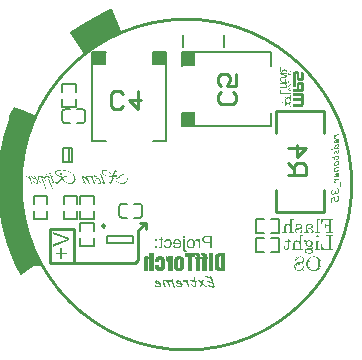
<source format=gbr>
G04 Layer_Color=32896*
%FSLAX25Y25*%
%MOIN*%
%TF.FileFunction,Legend,Bot*%
%TF.Part,Single*%
G01*
G75*
%ADD39C,0.01000*%
%ADD60C,0.00787*%
%ADD61C,0.00984*%
%ADD103C,0.07874*%
%ADD104R,0.04264X0.04902*%
%ADD105R,0.04264X0.04902*%
%ADD106R,0.04902X0.04264*%
%ADD107R,0.04902X0.04264*%
%ADD108R,0.01999X0.01589*%
%ADD109R,0.03000X0.03000*%
%ADD110R,0.03500X0.03000*%
%ADD111R,0.04000X0.00500*%
%ADD112R,0.03764X0.04902*%
%ADD113R,0.03264X0.04902*%
%ADD114R,0.04902X0.04264*%
%ADD115R,0.02000X0.01500*%
%ADD116R,0.02500X0.03000*%
%ADD117R,0.02000X0.01500*%
G36*
X442155Y332435D02*
X442180Y332425D01*
X442200Y332420D01*
X442205Y332415D01*
X442225Y332395D01*
X442240Y332375D01*
X442250Y332355D01*
X442255Y332350D01*
X442270Y332320D01*
X442280Y332290D01*
X442285Y332270D01*
X442290Y332260D01*
X442295Y332225D01*
X442300Y332195D01*
X442305Y332175D01*
Y332165D01*
X442415Y332190D01*
X442470Y332200D01*
X442520Y332215D01*
X442560Y332220D01*
X442590Y332230D01*
X442610Y332235D01*
X442620D01*
X442740Y332255D01*
X442790Y332260D01*
X442840Y332265D01*
X442880Y332270D01*
X442935D01*
X443015Y332265D01*
X443055Y332260D01*
X443085Y332255D01*
X443110Y332250D01*
X443130Y332245D01*
X443145Y332240D01*
X443150D01*
X443215Y332210D01*
X443270Y332180D01*
X443290Y332165D01*
X443305Y332155D01*
X443315Y332145D01*
X443320D01*
X443370Y332095D01*
X443410Y332045D01*
X443420Y332020D01*
X443430Y332005D01*
X443440Y331995D01*
Y331990D01*
X443465Y331915D01*
X443475Y331850D01*
X443480Y331820D01*
Y331800D01*
Y331785D01*
Y331780D01*
X443475Y331720D01*
X443470Y331670D01*
Y331650D01*
X443465Y331635D01*
Y331625D01*
Y331620D01*
X443445Y331565D01*
X443425Y331515D01*
X443415Y331495D01*
X443405Y331480D01*
X443400Y331475D01*
Y331470D01*
X443380Y331440D01*
X443365Y331410D01*
X443350Y331390D01*
X443345Y331385D01*
X443320Y331355D01*
X443300Y331325D01*
X443285Y331305D01*
X443280Y331300D01*
X443250Y331270D01*
X443225Y331245D01*
X443210Y331225D01*
X443205Y331220D01*
X443175Y331195D01*
X443150Y331175D01*
X443130Y331165D01*
X443125Y331160D01*
X443040Y331115D01*
X443005Y331095D01*
X442970Y331075D01*
X442940Y331060D01*
X442920Y331050D01*
X442905Y331045D01*
X442900Y331040D01*
X442815Y331000D01*
X442775Y330980D01*
X442740Y330970D01*
X442710Y330960D01*
X442690Y330950D01*
X442675Y330945D01*
X442650D01*
X442625Y330950D01*
X442615Y330955D01*
X442595Y330970D01*
X442590Y330975D01*
Y330980D01*
X442580Y331000D01*
Y331005D01*
Y331010D01*
X442575Y331030D01*
Y331035D01*
X442580Y331060D01*
X442590Y331075D01*
X442605Y331085D01*
X442610Y331090D01*
X442675Y331140D01*
X442735Y331185D01*
X442760Y331205D01*
X442780Y331215D01*
X442790Y331225D01*
X442795Y331230D01*
X442860Y331285D01*
X442920Y331340D01*
X442940Y331360D01*
X442955Y331375D01*
X442965Y331385D01*
X442970Y331390D01*
X443025Y331455D01*
X443065Y331510D01*
X443085Y331535D01*
X443095Y331555D01*
X443100Y331565D01*
X443105Y331570D01*
X443135Y331635D01*
X443150Y331700D01*
Y331725D01*
X443155Y331745D01*
Y331755D01*
Y331760D01*
X443150Y331800D01*
X443145Y331830D01*
X443140Y331850D01*
X443135Y331855D01*
X443120Y331880D01*
X443100Y331900D01*
X443090Y331910D01*
X443085Y331915D01*
X443060Y331930D01*
X443030Y331935D01*
X443010Y331945D01*
X443005D01*
X442970Y331950D01*
X442880D01*
X442845Y331945D01*
X442810D01*
X442755Y331935D01*
X442705Y331930D01*
X442685Y331925D01*
X442670Y331920D01*
X442655D01*
X442585Y331905D01*
X442525Y331890D01*
X442500Y331885D01*
X442480Y331880D01*
X442470Y331875D01*
X442465D01*
X442390Y331855D01*
X442325Y331835D01*
X442300Y331825D01*
X442280Y331820D01*
X442265Y331815D01*
X442260D01*
Y331790D01*
Y331780D01*
Y331775D01*
X442255Y331750D01*
Y331730D01*
X442250Y331710D01*
Y331705D01*
X442240Y331670D01*
X442235Y331640D01*
X442225Y331615D01*
Y331605D01*
X442215Y331555D01*
X442200Y331510D01*
X442195Y331490D01*
Y331475D01*
X442190Y331465D01*
Y331460D01*
X442180Y331420D01*
X442170Y331380D01*
X442160Y331355D01*
Y331350D01*
Y331345D01*
X442150Y331300D01*
X442140Y331265D01*
X442135Y331240D01*
Y331230D01*
X442125Y331190D01*
X442115Y331155D01*
X442110Y331135D01*
Y331125D01*
X442105Y331095D01*
X442100Y331070D01*
X442095Y331055D01*
Y331050D01*
X442085Y331025D01*
X442080Y331000D01*
X442070Y330985D01*
Y330980D01*
X442055Y330955D01*
X442045Y330935D01*
X442035Y330925D01*
X442030Y330920D01*
X442010Y330900D01*
X441995Y330885D01*
X441980Y330880D01*
X441975Y330875D01*
X441950Y330865D01*
X441920Y330860D01*
X441870D01*
X441855Y330865D01*
X441845Y330870D01*
X441840Y330875D01*
X441825Y330885D01*
X441815Y330895D01*
X441810Y330905D01*
Y330910D01*
X441800Y330940D01*
X441795Y330955D01*
Y330960D01*
X441790Y330980D01*
Y331000D01*
Y331015D01*
Y331020D01*
X441795Y331050D01*
X441800Y331065D01*
Y331070D01*
X441805Y331095D01*
X441810Y331120D01*
X441815Y331135D01*
Y331145D01*
X441825Y331180D01*
X441830Y331215D01*
X441835Y331240D01*
X441840Y331245D01*
Y331250D01*
X441850Y331300D01*
X441860Y331345D01*
X441865Y331365D01*
Y331380D01*
X441870Y331390D01*
Y331395D01*
X441880Y331450D01*
X441890Y331500D01*
X441895Y331520D01*
Y331535D01*
X441900Y331545D01*
Y331550D01*
X441910Y331610D01*
X441920Y331665D01*
X441925Y331685D01*
Y331705D01*
X441930Y331715D01*
Y331720D01*
X441420Y331590D01*
X441395Y331585D01*
X441365Y331580D01*
X441310D01*
X441280Y331585D01*
X441260Y331590D01*
X441255D01*
X441225Y331600D01*
X441200Y331610D01*
X441185Y331620D01*
X441180Y331625D01*
X441155Y331640D01*
X441140Y331660D01*
X441130Y331675D01*
X441125Y331680D01*
X441115Y331710D01*
X441105Y331735D01*
Y331755D01*
Y331765D01*
X441110Y331800D01*
X441120Y331830D01*
X441135Y331845D01*
X441140Y331850D01*
X441165Y331870D01*
X441185Y331880D01*
X441200Y331890D01*
X441205D01*
X441230Y331900D01*
X441250Y331905D01*
X441265Y331910D01*
X441390D01*
X441420Y331905D01*
X441450D01*
X441470Y331910D01*
X441485Y331915D01*
X441490D01*
X441515Y331920D01*
X441545Y331925D01*
X441565Y331930D01*
X441570Y331935D01*
X441575D01*
X441615Y331945D01*
X441660Y331960D01*
X441690Y331970D01*
X441700Y331975D01*
X441705D01*
X441765Y331990D01*
X441825Y332000D01*
X441850Y332005D01*
X441865Y332010D01*
X441880Y332015D01*
X441885D01*
X441905Y332025D01*
X441925Y332030D01*
X441940Y332035D01*
X441945Y332040D01*
X441960Y332050D01*
X441970Y332065D01*
X441975Y332080D01*
Y332085D01*
Y332325D01*
X441980Y332345D01*
X441985Y332365D01*
X441990Y332375D01*
X441995Y332380D01*
X442020Y332405D01*
X442030Y332410D01*
X442035Y332415D01*
X442070Y332430D01*
X442080Y332435D01*
X442085D01*
X442115Y332440D01*
X442125D01*
X442155Y332435D01*
D02*
G37*
G36*
X443135Y330575D02*
X443170Y330570D01*
X443200Y330565D01*
X443230Y330560D01*
X443250Y330555D01*
X443260Y330550D01*
X443265D01*
X443330Y330520D01*
X443385Y330485D01*
X443405Y330470D01*
X443415Y330455D01*
X443425Y330450D01*
X443430Y330445D01*
X443475Y330390D01*
X443510Y330335D01*
X443520Y330310D01*
X443530Y330290D01*
X443535Y330280D01*
Y330275D01*
X443555Y330190D01*
X443565Y330115D01*
X443570Y330080D01*
Y330055D01*
Y330035D01*
Y330030D01*
X443565Y329925D01*
X443555Y329880D01*
X443550Y329845D01*
X443540Y329810D01*
X443535Y329785D01*
X443530Y329770D01*
Y329765D01*
X443500Y329680D01*
X443480Y329640D01*
X443465Y329610D01*
X443450Y329585D01*
X443435Y329560D01*
X443430Y329550D01*
X443425Y329545D01*
X443345Y329445D01*
X443305Y329400D01*
X443270Y329360D01*
X443235Y329330D01*
X443210Y329305D01*
X443195Y329290D01*
X443190Y329285D01*
X443095Y329200D01*
X443045Y329165D01*
X443005Y329135D01*
X442970Y329115D01*
X442945Y329095D01*
X442925Y329085D01*
X442920Y329080D01*
X442815Y329025D01*
X442765Y329000D01*
X442720Y328985D01*
X442685Y328970D01*
X442655Y328960D01*
X442635Y328950D01*
X442630D01*
X442520Y328925D01*
X442470Y328915D01*
X442425Y328910D01*
X442390Y328905D01*
X442290D01*
X442255Y328910D01*
X442235Y328915D01*
X442225D01*
X442190Y328920D01*
X442160Y328925D01*
X442140Y328930D01*
X442135Y328935D01*
X442105Y328945D01*
X442080Y328955D01*
X442060Y328960D01*
X442055Y328965D01*
X442025Y328975D01*
X442000Y328990D01*
X441980Y328995D01*
X441975Y329000D01*
X441930Y329025D01*
X441890Y329050D01*
X441860Y329075D01*
X441830Y329100D01*
X441810Y329125D01*
X441795Y329145D01*
X441785Y329155D01*
X441780Y329160D01*
X441755Y329195D01*
X441735Y329235D01*
X441725Y329280D01*
X441715Y329315D01*
X441710Y329350D01*
X441705Y329375D01*
Y329395D01*
Y329400D01*
X441710Y329440D01*
X441715Y329480D01*
X441730Y329515D01*
X441745Y329540D01*
X441760Y329560D01*
X441770Y329575D01*
X441780Y329585D01*
X441785Y329590D01*
X441790Y329635D01*
X441795Y329670D01*
X441800Y329695D01*
X441805Y329700D01*
Y329705D01*
X441820Y329740D01*
X441830Y329770D01*
X441835Y329785D01*
X441840Y329790D01*
X441880Y329850D01*
X441920Y329910D01*
X441960Y329960D01*
X441995Y330005D01*
X442025Y330040D01*
X442050Y330065D01*
X442065Y330085D01*
X442070Y330090D01*
X442160Y330180D01*
X442200Y330220D01*
X442240Y330250D01*
X442270Y330280D01*
X442300Y330300D01*
X442315Y330310D01*
X442320Y330315D01*
X442410Y330375D01*
X442455Y330400D01*
X442490Y330425D01*
X442525Y330440D01*
X442550Y330455D01*
X442565Y330460D01*
X442570Y330465D01*
X442660Y330500D01*
X442700Y330515D01*
X442735Y330530D01*
X442765Y330535D01*
X442785Y330545D01*
X442800Y330550D01*
X442805D01*
X442900Y330565D01*
X442940Y330575D01*
X442975D01*
X443005Y330580D01*
X443050D01*
X443135Y330575D01*
D02*
G37*
G36*
X443405Y328625D02*
X443425Y328615D01*
X443445Y328610D01*
X443465Y328595D01*
X443470Y328590D01*
X443485Y328555D01*
X443495Y328515D01*
X443500Y328485D01*
Y328480D01*
Y328475D01*
Y328455D01*
Y328450D01*
Y328445D01*
X443495Y328415D01*
X443490Y328410D01*
Y328405D01*
X443470Y328375D01*
X443465Y328365D01*
X443460Y328360D01*
X443420Y328335D01*
X443405Y328330D01*
X443400D01*
X443360Y328320D01*
X443330Y328310D01*
X443310Y328305D01*
X443300D01*
X443265Y328300D01*
X443235Y328295D01*
X443215Y328290D01*
X443210D01*
X443180Y328285D01*
X443155Y328280D01*
X443140Y328275D01*
X443135D01*
X443105Y328270D01*
X443080Y328265D01*
X443060Y328260D01*
X443055D01*
X443000Y328245D01*
X442950Y328235D01*
X442930Y328230D01*
X442915Y328225D01*
X442905Y328220D01*
X442900D01*
X442840Y328200D01*
X442785Y328185D01*
X442765Y328180D01*
X442750Y328175D01*
X442740Y328170D01*
X442735D01*
X442680Y328150D01*
X442630Y328130D01*
X442610Y328125D01*
X442595Y328120D01*
X442590Y328115D01*
X442585D01*
X442540Y328095D01*
X442505Y328075D01*
X442480Y328065D01*
X442475Y328060D01*
X442460Y328035D01*
X442450Y328010D01*
X442440Y327995D01*
X442435Y327990D01*
X442410Y327960D01*
X442390Y327935D01*
X442375Y327915D01*
X442370Y327910D01*
X442320Y327850D01*
X442275Y327800D01*
X442260Y327780D01*
X442245Y327765D01*
X442240Y327755D01*
X442235Y327750D01*
X442190Y327690D01*
X442155Y327640D01*
X442140Y327625D01*
X442130Y327610D01*
X442120Y327600D01*
Y327595D01*
X442085Y327540D01*
X442060Y327490D01*
X442050Y327470D01*
X442045Y327455D01*
X442040Y327450D01*
Y327445D01*
X442020Y327390D01*
X442015Y327345D01*
X442010Y327315D01*
Y327310D01*
Y327305D01*
X442015Y327260D01*
X442030Y327235D01*
X442050Y327220D01*
X442055Y327215D01*
X442085Y327200D01*
X442115Y327195D01*
X442140Y327190D01*
X442195D01*
X442240Y327195D01*
X442270Y327200D01*
X442280Y327205D01*
X442285D01*
X442340Y327220D01*
X442385Y327235D01*
X442405Y327240D01*
X442420Y327245D01*
X442430Y327250D01*
X442435D01*
X442490Y327270D01*
X442545Y327290D01*
X442565Y327295D01*
X442580Y327305D01*
X442590Y327310D01*
X442595D01*
X442655Y327335D01*
X442705Y327355D01*
X442730Y327360D01*
X442745Y327370D01*
X442755Y327375D01*
X442760D01*
X442835Y327405D01*
X442900Y327435D01*
X442930Y327445D01*
X442950Y327455D01*
X442960Y327460D01*
X442965D01*
X443035Y327485D01*
X443095Y327505D01*
X443120Y327515D01*
X443140Y327520D01*
X443150Y327525D01*
X443155D01*
X443215Y327540D01*
X443265Y327555D01*
X443285Y327560D01*
X443300D01*
X443310Y327565D01*
X443315D01*
X443365Y327575D01*
X443405Y327580D01*
X443440D01*
X443475Y327575D01*
X443500Y327565D01*
X443515Y327560D01*
X443520Y327555D01*
X443535Y327525D01*
X443540Y327495D01*
X443545Y327465D01*
Y327460D01*
Y327455D01*
Y327425D01*
X443540Y327400D01*
X443535Y327385D01*
Y327380D01*
X443525Y327355D01*
X443515Y327340D01*
X443510Y327330D01*
X443505Y327325D01*
X443490Y327310D01*
X443475Y327295D01*
X443460Y327290D01*
X443455Y327285D01*
X443425Y327270D01*
X443400Y327260D01*
X443380Y327250D01*
X443370D01*
X443230Y327205D01*
X443170Y327185D01*
X443115Y327165D01*
X443065Y327150D01*
X443030Y327135D01*
X443010Y327130D01*
X443000Y327125D01*
X442870Y327075D01*
X442810Y327055D01*
X442760Y327035D01*
X442715Y327020D01*
X442685Y327005D01*
X442660Y327000D01*
X442655Y326995D01*
X442595Y326975D01*
X442540Y326955D01*
X442485Y326935D01*
X442440Y326920D01*
X442405Y326910D01*
X442375Y326900D01*
X442355Y326895D01*
X442350D01*
X442250Y326870D01*
X442205Y326865D01*
X442165Y326860D01*
X442135Y326855D01*
X442090D01*
X442020Y326860D01*
X441960Y326870D01*
X441910Y326885D01*
X441870Y326905D01*
X441840Y326925D01*
X441820Y326940D01*
X441805Y326950D01*
X441800Y326955D01*
X441770Y326995D01*
X441745Y327040D01*
X441730Y327085D01*
X441715Y327130D01*
X441710Y327170D01*
X441705Y327200D01*
Y327220D01*
Y327230D01*
X441710Y327295D01*
X441720Y327350D01*
X441725Y327370D01*
X441730Y327390D01*
X441735Y327400D01*
Y327405D01*
X441760Y327470D01*
X441785Y327525D01*
X441795Y327545D01*
X441805Y327565D01*
X441815Y327575D01*
Y327580D01*
X441855Y327640D01*
X441890Y327695D01*
X441905Y327720D01*
X441915Y327735D01*
X441920Y327745D01*
X441925Y327750D01*
X441970Y327810D01*
X442005Y327855D01*
X442025Y327875D01*
X442035Y327890D01*
X442040Y327900D01*
X442045Y327905D01*
X441855Y327825D01*
X441835Y327820D01*
X441825Y327815D01*
X441810Y327810D01*
X441805D01*
X441765Y327815D01*
X441735Y327830D01*
X441720Y327850D01*
X441715Y327855D01*
X441695Y327890D01*
X441690Y327930D01*
X441685Y327960D01*
Y327965D01*
Y327970D01*
X441690Y328010D01*
X441695Y328040D01*
X441700Y328060D01*
X441705Y328070D01*
X441720Y328095D01*
X441735Y328115D01*
X441750Y328125D01*
X441755D01*
X441855Y328165D01*
X441895Y328180D01*
X441935Y328195D01*
X441965Y328210D01*
X441990Y328215D01*
X442005Y328225D01*
X442010D01*
X442090Y328255D01*
X442130Y328270D01*
X442160Y328280D01*
X442190Y328295D01*
X442210Y328300D01*
X442225Y328310D01*
X442230D01*
X442305Y328340D01*
X442375Y328365D01*
X442400Y328375D01*
X442420Y328385D01*
X442435Y328390D01*
X442440D01*
X442520Y328415D01*
X442590Y328440D01*
X442620Y328450D01*
X442645Y328460D01*
X442660Y328465D01*
X442665D01*
X442755Y328495D01*
X442795Y328510D01*
X442835Y328520D01*
X442870Y328530D01*
X442895Y328540D01*
X442915Y328545D01*
X442920D01*
X443025Y328570D01*
X443075Y328585D01*
X443125Y328595D01*
X443165Y328605D01*
X443200Y328615D01*
X443220Y328620D01*
X443230D01*
X443255Y328625D01*
X443275D01*
X443290Y328630D01*
X443375D01*
X443405Y328625D01*
D02*
G37*
G36*
X442825Y337965D02*
X442845Y337960D01*
X442855Y337955D01*
X442860Y337950D01*
X442870Y337935D01*
X442880Y337920D01*
X442885Y337910D01*
Y337905D01*
X442960Y337920D01*
X443020Y337925D01*
X443040Y337930D01*
X443075D01*
X443145Y337925D01*
X443205Y337915D01*
X443225Y337910D01*
X443240Y337905D01*
X443250Y337900D01*
X443255D01*
X443305Y337875D01*
X443350Y337850D01*
X443375Y337830D01*
X443380Y337825D01*
X443385D01*
X443420Y337785D01*
X443445Y337750D01*
X443460Y337725D01*
X443465Y337720D01*
Y337715D01*
X443485Y337665D01*
X443500Y337625D01*
X443505Y337595D01*
X443510Y337590D01*
Y337585D01*
X443520Y337540D01*
X443525Y337500D01*
X443530Y337475D01*
Y337465D01*
X443535Y337425D01*
Y337390D01*
Y337370D01*
Y337360D01*
X443530Y337275D01*
X443525Y337200D01*
X443515Y337125D01*
X443505Y337065D01*
X443495Y337010D01*
X443485Y336970D01*
X443475Y336945D01*
Y336935D01*
X443445Y336860D01*
X443415Y336790D01*
X443380Y336725D01*
X443345Y336665D01*
X443310Y336615D01*
X443285Y336580D01*
X443265Y336555D01*
X443260Y336545D01*
X443235Y336520D01*
X443210Y336495D01*
X443190Y336485D01*
X443185Y336480D01*
X443150Y336460D01*
X443115Y336450D01*
X443095Y336440D01*
X443015D01*
X443005Y336445D01*
X442995Y336450D01*
X442990Y336455D01*
X442975Y336470D01*
X442970Y336485D01*
X442965Y336505D01*
Y336510D01*
X442970Y336545D01*
X442980Y336580D01*
X442990Y336605D01*
X442995Y336610D01*
Y336615D01*
X443020Y336660D01*
X443045Y336700D01*
X443060Y336730D01*
X443070Y336735D01*
Y336740D01*
X443095Y336780D01*
X443115Y336815D01*
X443135Y336845D01*
X443140Y336850D01*
Y336855D01*
X443165Y336900D01*
X443185Y336940D01*
X443200Y336975D01*
X443205Y336980D01*
Y336985D01*
X443225Y337040D01*
X443240Y337085D01*
X443245Y337105D01*
X443250Y337120D01*
X443255Y337130D01*
Y337135D01*
X443265Y337190D01*
X443270Y337245D01*
Y337265D01*
Y337280D01*
Y337290D01*
Y337295D01*
X443265Y337345D01*
X443260Y337390D01*
X443250Y337430D01*
X443240Y337465D01*
X443230Y337490D01*
X443225Y337510D01*
X443215Y337520D01*
Y337525D01*
X443190Y337555D01*
X443165Y337575D01*
X443135Y337590D01*
X443110Y337600D01*
X443085Y337605D01*
X443065Y337610D01*
X443015D01*
X442980Y337605D01*
X442960Y337600D01*
X442950D01*
X442915Y337590D01*
X442890Y337580D01*
X442875Y337570D01*
X442870D01*
X442860Y337510D01*
X442855Y337455D01*
Y337430D01*
X442850Y337410D01*
Y337400D01*
Y337395D01*
X442835Y337315D01*
X442825Y337250D01*
X442820Y337220D01*
X442815Y337200D01*
X442810Y337185D01*
Y337180D01*
X442790Y337100D01*
X442780Y337060D01*
X442770Y337030D01*
X442760Y337000D01*
X442755Y336980D01*
X442750Y336965D01*
Y336960D01*
X442720Y336880D01*
X442700Y336850D01*
X442685Y336820D01*
X442675Y336795D01*
X442665Y336775D01*
X442655Y336765D01*
Y336760D01*
X442610Y336695D01*
X442565Y336640D01*
X442545Y336620D01*
X442530Y336605D01*
X442525Y336600D01*
X442520Y336595D01*
X442460Y336550D01*
X442400Y336520D01*
X442375Y336510D01*
X442355Y336505D01*
X442345Y336500D01*
X442340D01*
X442295Y336490D01*
X442255Y336485D01*
X442220D01*
X442165Y336490D01*
X442125Y336495D01*
X442095Y336505D01*
X442090Y336510D01*
X442085D01*
X442040Y336530D01*
X442005Y336555D01*
X441985Y336575D01*
X441975Y336585D01*
X441945Y336625D01*
X441925Y336670D01*
X441910Y336700D01*
X441905Y336710D01*
Y336715D01*
X441890Y336775D01*
X441885Y336835D01*
X441880Y336860D01*
Y336880D01*
Y336895D01*
Y336900D01*
X441885Y336985D01*
X441895Y337025D01*
X441900Y337060D01*
X441910Y337090D01*
X441920Y337110D01*
X441925Y337125D01*
Y337130D01*
X441960Y337210D01*
X441975Y337245D01*
X441990Y337275D01*
X442005Y337300D01*
X442020Y337320D01*
X442025Y337335D01*
X442030Y337340D01*
X442080Y337405D01*
X442130Y337465D01*
X442150Y337485D01*
X442165Y337500D01*
X442175Y337510D01*
X442180Y337515D01*
X442240Y337570D01*
X442290Y337615D01*
X442310Y337630D01*
X442325Y337645D01*
X442335Y337650D01*
X442340Y337655D01*
X442395Y337695D01*
X442445Y337730D01*
X442465Y337740D01*
X442480Y337750D01*
X442485Y337760D01*
X442490D01*
X442535Y337785D01*
X442565Y337805D01*
X442590Y337815D01*
X442595Y337820D01*
X442615Y337865D01*
X442640Y337900D01*
X442660Y337920D01*
X442665Y337930D01*
X442670D01*
X442710Y337955D01*
X442755Y337965D01*
X442785Y337970D01*
X442800D01*
X442825Y337965D01*
D02*
G37*
G36*
X443135Y336145D02*
X443170Y336140D01*
X443200Y336130D01*
X443220Y336125D01*
X443240Y336120D01*
X443250Y336115D01*
X443255D01*
X443315Y336080D01*
X443360Y336050D01*
X443390Y336025D01*
X443395Y336015D01*
X443400D01*
X443435Y335970D01*
X443460Y335925D01*
X443475Y335890D01*
X443480Y335885D01*
Y335880D01*
X443495Y335820D01*
X443500Y335765D01*
X443505Y335745D01*
Y335730D01*
Y335720D01*
Y335715D01*
Y335665D01*
X443500Y335625D01*
X443495Y335595D01*
Y335590D01*
Y335585D01*
X443485Y335535D01*
X443470Y335495D01*
X443465Y335465D01*
X443460Y335460D01*
Y335455D01*
X443440Y335410D01*
X443425Y335375D01*
X443415Y335355D01*
X443410Y335345D01*
X443390Y335305D01*
X443375Y335275D01*
X443365Y335255D01*
X443360Y335245D01*
X443350Y335230D01*
X443340Y335215D01*
X443335Y335200D01*
X443330Y335195D01*
X443315Y335170D01*
X443300Y335145D01*
X443290Y335130D01*
X443285Y335125D01*
X443265Y335095D01*
X443250Y335070D01*
X443240Y335050D01*
X443235Y335045D01*
X443220Y335020D01*
X443205Y335000D01*
X443200Y334990D01*
X443195Y334985D01*
X443215Y334980D01*
X443235Y334975D01*
X443250Y334970D01*
X443255D01*
X443275Y334965D01*
X443365D01*
X443395Y334955D01*
X443405Y334945D01*
X443410D01*
X443430Y334920D01*
X443440Y334910D01*
Y334905D01*
X443445Y334880D01*
X443450Y334850D01*
Y334830D01*
Y334820D01*
Y334790D01*
X443445Y334765D01*
Y334750D01*
Y334745D01*
X443435Y334725D01*
X443425Y334710D01*
X443420Y334700D01*
X443415Y334695D01*
X443380Y334670D01*
X443370Y334665D01*
X443365D01*
X443340Y334655D01*
X443315Y334645D01*
X443295Y334640D01*
X443290D01*
X443215Y334625D01*
X443150Y334620D01*
X443125Y334615D01*
X443025D01*
X442960Y334610D01*
X442895D01*
X442810Y334600D01*
X442770D01*
X442735Y334595D01*
X442705D01*
X442685Y334590D01*
X442665D01*
X442580Y334580D01*
X442545Y334575D01*
X442510Y334570D01*
X442485Y334565D01*
X442465Y334560D01*
X442445D01*
X442375Y334550D01*
X442320Y334540D01*
X442300Y334535D01*
X442285Y334530D01*
X442275D01*
X440815Y334165D01*
X440780Y334170D01*
X440755Y334175D01*
X440740Y334180D01*
X440735Y334185D01*
X440710Y334200D01*
X440695Y334215D01*
X440685Y334225D01*
X440680Y334230D01*
X440665Y334250D01*
X440660Y334270D01*
X440655Y334285D01*
Y334290D01*
X440650Y334315D01*
X440645Y334335D01*
Y334355D01*
Y334360D01*
X440650Y334395D01*
X440660Y334420D01*
X440675Y334440D01*
X440680Y334445D01*
X440705Y334470D01*
X440730Y334485D01*
X440750Y334495D01*
X440760Y334500D01*
X440850Y334520D01*
X440935Y334540D01*
X441015Y334560D01*
X441095Y334580D01*
X441160Y334595D01*
X441225Y334610D01*
X441285Y334625D01*
X441335Y334640D01*
X441385Y334655D01*
X441425Y334665D01*
X441460Y334675D01*
X441490Y334680D01*
X441510Y334685D01*
X441525Y334690D01*
X441535Y334695D01*
X441540D01*
X441635Y334720D01*
X441710Y334745D01*
X441770Y334760D01*
X441815Y334775D01*
X441845Y334785D01*
X441865Y334790D01*
X441875Y334795D01*
X441880D01*
X441865Y334825D01*
X441855Y334850D01*
X441850Y334870D01*
Y334880D01*
X441845Y334915D01*
X441840Y334950D01*
Y334975D01*
Y334980D01*
Y334985D01*
X441845Y335045D01*
X441850Y335100D01*
X441855Y335125D01*
X441860Y335140D01*
X441865Y335150D01*
Y335155D01*
X441885Y335215D01*
X441900Y335270D01*
X441910Y335295D01*
X441920Y335310D01*
X441925Y335320D01*
Y335325D01*
X441955Y335385D01*
X441985Y335435D01*
X441995Y335460D01*
X442005Y335475D01*
X442010Y335485D01*
X442015Y335490D01*
X442055Y335545D01*
X442090Y335595D01*
X442105Y335615D01*
X442115Y335630D01*
X442120Y335635D01*
X442125Y335640D01*
X442185Y335715D01*
X442215Y335750D01*
X442240Y335775D01*
X442265Y335800D01*
X442285Y335815D01*
X442295Y335825D01*
X442300Y335830D01*
X442365Y335885D01*
X442430Y335930D01*
X442455Y335945D01*
X442475Y335960D01*
X442485Y335965D01*
X442490Y335970D01*
X442560Y336010D01*
X442625Y336040D01*
X442650Y336050D01*
X442670Y336060D01*
X442680Y336065D01*
X442685D01*
X442755Y336090D01*
X442820Y336110D01*
X442845Y336115D01*
X442865Y336120D01*
X442875Y336125D01*
X442880D01*
X442915Y336135D01*
X442945Y336140D01*
X442965Y336145D01*
X442970D01*
X443000Y336150D01*
X443055D01*
X443135Y336145D01*
D02*
G37*
G36*
X443335Y334130D02*
X443360Y334120D01*
X443380Y334110D01*
X443385Y334105D01*
X443410Y334080D01*
X443430Y334055D01*
X443445Y334035D01*
X443450Y334030D01*
X443465Y333995D01*
X443480Y333965D01*
X443485Y333945D01*
X443490Y333935D01*
X443500Y333895D01*
X443505Y333865D01*
Y333845D01*
Y333840D01*
X443500Y333770D01*
X443495Y333710D01*
X443490Y333685D01*
Y333665D01*
X443485Y333650D01*
Y333645D01*
X443465Y333570D01*
X443445Y333505D01*
X443435Y333475D01*
X443425Y333455D01*
X443420Y333445D01*
Y333440D01*
X443385Y333365D01*
X443355Y333300D01*
X443340Y333275D01*
X443330Y333255D01*
X443320Y333245D01*
Y333240D01*
X443275Y333170D01*
X443235Y333115D01*
X443220Y333095D01*
X443205Y333080D01*
X443200Y333075D01*
X443195Y333070D01*
X443185Y333060D01*
X443175Y333055D01*
X443165Y333045D01*
X443160D01*
X443135Y333030D01*
X443115Y333020D01*
X443100Y333010D01*
X443095D01*
X443065Y333000D01*
X443040Y332990D01*
X443025Y332980D01*
X443020D01*
X442995Y332970D01*
X442975Y332965D01*
X442960Y332960D01*
X442955D01*
X442935Y332955D01*
X442920D01*
X442910Y332950D01*
X442905D01*
X442870Y332945D01*
X442820D01*
X442795Y332950D01*
X442775Y332955D01*
X442770Y332960D01*
X442745Y332975D01*
X442725Y332990D01*
X442710Y333000D01*
X442705Y333005D01*
X442685Y333025D01*
X442665Y333045D01*
X442655Y333065D01*
X442650Y333070D01*
X442630Y333100D01*
X442615Y333130D01*
X442605Y333150D01*
X442600Y333160D01*
X442585Y333190D01*
X442570Y333215D01*
X442565Y333235D01*
X442560Y333245D01*
X442545Y333280D01*
X442530Y333315D01*
X442525Y333340D01*
X442520Y333345D01*
Y333350D01*
X442500Y333385D01*
X442490Y333420D01*
X442480Y333445D01*
X442475Y333450D01*
Y333455D01*
X442455Y333490D01*
X442445Y333520D01*
X442435Y333540D01*
X442430Y333545D01*
X442420Y333565D01*
X442405Y333580D01*
X442400Y333590D01*
X442395Y333595D01*
X442380Y333605D01*
X442360Y333610D01*
X442350Y333615D01*
X442345D01*
X442320Y333610D01*
X442300Y333600D01*
X442285Y333595D01*
X442280Y333590D01*
X442255Y333565D01*
X442230Y333540D01*
X442215Y333520D01*
X442210Y333515D01*
X442180Y333480D01*
X442155Y333450D01*
X442140Y333425D01*
X442135Y333415D01*
X442110Y333375D01*
X442090Y333340D01*
X442080Y333315D01*
X442075Y333305D01*
X442060Y333260D01*
X442045Y333225D01*
X442040Y333200D01*
X442035Y333190D01*
X442025Y333150D01*
X442020Y333115D01*
Y333095D01*
Y333090D01*
Y333065D01*
X442025Y333050D01*
X442030Y333040D01*
X442035Y333035D01*
X442060Y333005D01*
X442065Y332995D01*
X442070Y332990D01*
X442095Y332955D01*
X442100Y332945D01*
X442105Y332940D01*
X442115Y332915D01*
X442120Y332895D01*
Y332875D01*
Y332870D01*
X442115Y332850D01*
X442110Y332840D01*
X442105Y332830D01*
X442100Y332825D01*
X442065Y332800D01*
X442050Y332795D01*
X442045D01*
X442020Y332785D01*
X442000Y332780D01*
X441985Y332775D01*
X441980D01*
X441955Y332770D01*
X441925D01*
X441880Y332775D01*
X441850Y332785D01*
X441825Y332800D01*
X441820Y332805D01*
X441795Y332835D01*
X441775Y332865D01*
X441765Y332885D01*
X441760Y332890D01*
Y332895D01*
X441745Y332935D01*
X441740Y332970D01*
X441735Y333000D01*
Y333005D01*
Y333010D01*
X441730Y333055D01*
Y333095D01*
Y333120D01*
Y333125D01*
Y333130D01*
Y333175D01*
X441735Y333210D01*
X441740Y333235D01*
X441745Y333240D01*
Y333245D01*
X441755Y333280D01*
X441765Y333315D01*
X441775Y333340D01*
X441780Y333345D01*
Y333350D01*
X441795Y333385D01*
X441810Y333420D01*
X441825Y333440D01*
X441830Y333450D01*
X441855Y333485D01*
X441875Y333520D01*
X441895Y333545D01*
X441900Y333550D01*
Y333555D01*
X441930Y333610D01*
X441960Y333655D01*
X441970Y333675D01*
X441980Y333690D01*
X441985Y333695D01*
X441990Y333700D01*
X442030Y333745D01*
X442070Y333785D01*
X442095Y333810D01*
X442100Y333815D01*
X442105Y333820D01*
X442150Y333855D01*
X442185Y333885D01*
X442215Y333905D01*
X442220Y333910D01*
X442225D01*
X442265Y333925D01*
X442300Y333935D01*
X442325Y333940D01*
X442335D01*
X442370Y333935D01*
X442390D01*
X442425Y333925D01*
X442435Y333920D01*
X442440D01*
X442480Y333905D01*
X442515Y333890D01*
X442535Y333880D01*
X442545Y333875D01*
X442575Y333850D01*
X442600Y333830D01*
X442620Y333815D01*
X442625Y333810D01*
X442650Y333780D01*
X442670Y333750D01*
X442685Y333730D01*
X442690Y333725D01*
X442705Y333690D01*
X442720Y333660D01*
X442725Y333640D01*
X442730Y333630D01*
X442755Y333570D01*
X442770Y333535D01*
X442785Y333505D01*
X442795Y333485D01*
X442800Y333475D01*
X442815Y333435D01*
X442830Y333405D01*
X442840Y333385D01*
X442845Y333375D01*
X442865Y333340D01*
X442880Y333315D01*
X442895Y333300D01*
X442900Y333295D01*
X442920Y333275D01*
X442935Y333270D01*
X442950Y333265D01*
X442980D01*
X442990Y333270D01*
X442995D01*
X443010Y333275D01*
X443025Y333285D01*
X443050Y333315D01*
X443070Y333340D01*
X443075Y333345D01*
Y333350D01*
X443100Y333400D01*
X443120Y333455D01*
X443130Y333475D01*
X443135Y333495D01*
X443140Y333505D01*
Y333510D01*
X443160Y333580D01*
X443175Y333640D01*
X443180Y333665D01*
X443185Y333685D01*
X443190Y333700D01*
Y333705D01*
X443200Y333780D01*
X443205Y333840D01*
Y333860D01*
Y333880D01*
Y333890D01*
Y333895D01*
Y333915D01*
X443200Y333930D01*
Y333940D01*
Y333945D01*
X443195Y333965D01*
Y333970D01*
Y333975D01*
X443190Y333995D01*
X443185Y334000D01*
Y334005D01*
X443180Y334020D01*
Y334025D01*
Y334040D01*
X443185Y334050D01*
X443190Y334060D01*
X443195Y334065D01*
X443220Y334090D01*
X443225Y334095D01*
X443230Y334100D01*
X443255Y334120D01*
X443265Y334125D01*
X443270D01*
X443295Y334135D01*
X443310D01*
X443335Y334130D01*
D02*
G37*
G36*
X442825Y326560D02*
X442845Y326555D01*
X442855Y326550D01*
X442860Y326545D01*
X442870Y326530D01*
X442880Y326515D01*
X442885Y326505D01*
Y326500D01*
X442960Y326515D01*
X443020Y326520D01*
X443040Y326525D01*
X443075D01*
X443145Y326520D01*
X443205Y326510D01*
X443225Y326505D01*
X443240Y326500D01*
X443250Y326495D01*
X443255D01*
X443305Y326470D01*
X443350Y326445D01*
X443375Y326425D01*
X443380Y326420D01*
X443385D01*
X443420Y326380D01*
X443445Y326345D01*
X443460Y326320D01*
X443465Y326315D01*
Y326310D01*
X443485Y326260D01*
X443500Y326220D01*
X443505Y326190D01*
X443510Y326185D01*
Y326180D01*
X443520Y326135D01*
X443525Y326095D01*
X443530Y326070D01*
Y326060D01*
X443535Y326020D01*
Y325985D01*
Y325965D01*
Y325955D01*
X443530Y325870D01*
X443525Y325795D01*
X443515Y325720D01*
X443505Y325660D01*
X443495Y325605D01*
X443485Y325565D01*
X443475Y325540D01*
Y325530D01*
X443445Y325455D01*
X443415Y325385D01*
X443380Y325320D01*
X443345Y325260D01*
X443310Y325210D01*
X443285Y325175D01*
X443265Y325150D01*
X443260Y325140D01*
X443235Y325115D01*
X443210Y325090D01*
X443190Y325080D01*
X443185Y325075D01*
X443150Y325055D01*
X443115Y325045D01*
X443095Y325035D01*
X443015D01*
X443005Y325040D01*
X442995Y325045D01*
X442990Y325050D01*
X442975Y325065D01*
X442970Y325080D01*
X442965Y325100D01*
Y325105D01*
X442970Y325140D01*
X442980Y325175D01*
X442990Y325200D01*
X442995Y325205D01*
Y325210D01*
X443020Y325255D01*
X443045Y325295D01*
X443060Y325325D01*
X443070Y325330D01*
Y325335D01*
X443095Y325375D01*
X443115Y325410D01*
X443135Y325440D01*
X443140Y325445D01*
Y325450D01*
X443165Y325495D01*
X443185Y325535D01*
X443200Y325570D01*
X443205Y325575D01*
Y325580D01*
X443225Y325635D01*
X443240Y325680D01*
X443245Y325700D01*
X443250Y325715D01*
X443255Y325725D01*
Y325730D01*
X443265Y325785D01*
X443270Y325840D01*
Y325860D01*
Y325875D01*
Y325885D01*
Y325890D01*
X443265Y325940D01*
X443260Y325985D01*
X443250Y326025D01*
X443240Y326060D01*
X443230Y326085D01*
X443225Y326105D01*
X443215Y326115D01*
Y326120D01*
X443190Y326150D01*
X443165Y326170D01*
X443135Y326185D01*
X443110Y326195D01*
X443085Y326200D01*
X443065Y326205D01*
X443015D01*
X442980Y326200D01*
X442960Y326195D01*
X442950D01*
X442915Y326185D01*
X442890Y326175D01*
X442875Y326165D01*
X442870D01*
X442860Y326105D01*
X442855Y326050D01*
Y326025D01*
X442850Y326005D01*
Y325995D01*
Y325990D01*
X442835Y325910D01*
X442825Y325845D01*
X442820Y325815D01*
X442815Y325795D01*
X442810Y325780D01*
Y325775D01*
X442790Y325695D01*
X442780Y325655D01*
X442770Y325625D01*
X442760Y325595D01*
X442755Y325575D01*
X442750Y325560D01*
Y325555D01*
X442720Y325475D01*
X442700Y325445D01*
X442685Y325415D01*
X442675Y325390D01*
X442665Y325370D01*
X442655Y325360D01*
Y325355D01*
X442610Y325290D01*
X442565Y325235D01*
X442545Y325215D01*
X442530Y325200D01*
X442525Y325195D01*
X442520Y325190D01*
X442460Y325145D01*
X442400Y325115D01*
X442375Y325105D01*
X442355Y325100D01*
X442345Y325095D01*
X442340D01*
X442295Y325085D01*
X442255Y325080D01*
X442220D01*
X442165Y325085D01*
X442125Y325090D01*
X442095Y325100D01*
X442090Y325105D01*
X442085D01*
X442040Y325125D01*
X442005Y325150D01*
X441985Y325170D01*
X441975Y325180D01*
X441945Y325220D01*
X441925Y325265D01*
X441910Y325295D01*
X441905Y325305D01*
Y325310D01*
X441890Y325370D01*
X441885Y325430D01*
X441880Y325455D01*
Y325475D01*
Y325490D01*
Y325495D01*
X441885Y325580D01*
X441895Y325620D01*
X441900Y325655D01*
X441910Y325685D01*
X441920Y325705D01*
X441925Y325720D01*
Y325725D01*
X441960Y325805D01*
X441975Y325840D01*
X441990Y325870D01*
X442005Y325895D01*
X442020Y325915D01*
X442025Y325930D01*
X442030Y325935D01*
X442080Y326000D01*
X442130Y326060D01*
X442150Y326080D01*
X442165Y326095D01*
X442175Y326105D01*
X442180Y326110D01*
X442240Y326165D01*
X442290Y326210D01*
X442310Y326225D01*
X442325Y326240D01*
X442335Y326245D01*
X442340Y326250D01*
X442395Y326290D01*
X442445Y326325D01*
X442465Y326335D01*
X442480Y326345D01*
X442485Y326355D01*
X442490D01*
X442535Y326380D01*
X442565Y326400D01*
X442590Y326410D01*
X442595Y326415D01*
X442615Y326460D01*
X442640Y326495D01*
X442660Y326515D01*
X442665Y326525D01*
X442670D01*
X442710Y326550D01*
X442755Y326560D01*
X442785Y326565D01*
X442800D01*
X442825Y326560D01*
D02*
G37*
G36*
X442985Y319035D02*
X443020Y319030D01*
X443090Y319000D01*
X443150Y318960D01*
X443210Y318910D01*
X443255Y318860D01*
X443295Y318820D01*
X443315Y318790D01*
X443325Y318785D01*
Y318780D01*
X443385Y318675D01*
X443430Y318565D01*
X443465Y318460D01*
X443485Y318360D01*
X443500Y318270D01*
X443505Y318230D01*
Y318200D01*
X443510Y318170D01*
Y318150D01*
Y318140D01*
Y318135D01*
X443505Y318030D01*
X443500Y317935D01*
X443485Y317840D01*
X443465Y317755D01*
X443445Y317675D01*
X443425Y317605D01*
X443400Y317535D01*
X443370Y317475D01*
X443345Y317420D01*
X443320Y317375D01*
X443300Y317335D01*
X443280Y317300D01*
X443260Y317275D01*
X443245Y317255D01*
X443240Y317245D01*
X443235Y317240D01*
X443180Y317180D01*
X443125Y317130D01*
X443065Y317085D01*
X443005Y317050D01*
X442945Y317015D01*
X442885Y316990D01*
X442770Y316950D01*
X442720Y316935D01*
X442670Y316925D01*
X442630Y316920D01*
X442590Y316915D01*
X442560Y316910D01*
X442465D01*
X442415Y316920D01*
X442315Y316945D01*
X442225Y316985D01*
X442150Y317025D01*
X442085Y317070D01*
X442040Y317110D01*
X442010Y317135D01*
X442000Y317140D01*
Y317145D01*
X441960Y317190D01*
X441925Y317235D01*
X441870Y317335D01*
X441830Y317435D01*
X441805Y317535D01*
X441785Y317620D01*
X441780Y317655D01*
Y317690D01*
X441775Y317715D01*
Y317735D01*
Y317745D01*
Y317750D01*
X441780Y317855D01*
X441795Y317950D01*
X441810Y318040D01*
X441830Y318120D01*
X441855Y318185D01*
X441870Y318235D01*
X441880Y318255D01*
X441885Y318270D01*
X441890Y318275D01*
Y318280D01*
X441755Y318240D01*
X441630Y318200D01*
X441520Y318160D01*
X441420Y318125D01*
X441340Y318090D01*
X441305Y318075D01*
X441275Y318065D01*
X441255Y318055D01*
X441240Y318045D01*
X441230Y318040D01*
X441225D01*
X441210Y317835D01*
X441200Y317625D01*
X441190Y317415D01*
Y317320D01*
X441185Y317225D01*
Y317140D01*
X441180Y317060D01*
Y316990D01*
Y316930D01*
Y316880D01*
Y316845D01*
Y316825D01*
Y316815D01*
X441175Y316780D01*
X441170Y316750D01*
X441150Y316700D01*
X441140Y316685D01*
X441135Y316670D01*
X441125Y316665D01*
Y316660D01*
X441100Y316640D01*
X441075Y316625D01*
X441025Y316605D01*
X441005D01*
X440985Y316600D01*
X440970D01*
X440925Y316605D01*
X440890Y316615D01*
X440875Y316630D01*
X440870Y316635D01*
X440855Y316660D01*
X440850Y316695D01*
X440845Y316720D01*
Y316725D01*
Y316730D01*
Y316875D01*
X440850Y317020D01*
X440855Y317165D01*
X440860Y317295D01*
X440865Y317355D01*
X440870Y317410D01*
Y317460D01*
X440875Y317505D01*
Y317540D01*
X440880Y317565D01*
Y317580D01*
Y317585D01*
X440885Y317670D01*
X440890Y317745D01*
X440895Y317810D01*
X440900Y317870D01*
X440905Y317920D01*
X440910Y317965D01*
X440915Y318000D01*
Y318030D01*
X440920Y318055D01*
Y318075D01*
X440925Y318105D01*
X440930Y318115D01*
Y318120D01*
X440940Y318140D01*
X440950Y318165D01*
X440980Y318205D01*
X441010Y318235D01*
X441015Y318240D01*
X441020Y318245D01*
X441050Y318270D01*
X441080Y318295D01*
X441150Y318335D01*
X441180Y318355D01*
X441205Y318370D01*
X441225Y318375D01*
X441230Y318380D01*
X441290Y318405D01*
X441355Y318435D01*
X441430Y318460D01*
X441500Y318485D01*
X441565Y318510D01*
X441615Y318525D01*
X441635Y318530D01*
X441650Y318535D01*
X441660Y318540D01*
X441665D01*
X441765Y318570D01*
X441850Y318590D01*
X441920Y318610D01*
X441975Y318620D01*
X442015Y318625D01*
X442045Y318630D01*
X442065D01*
X442110Y318625D01*
X442145Y318605D01*
X442165Y318590D01*
X442175Y318585D01*
X442200Y318550D01*
X442215Y318515D01*
X442220Y318490D01*
Y318485D01*
Y318480D01*
X442215Y318440D01*
X442210Y318395D01*
X442190Y318300D01*
X442180Y318260D01*
X442170Y318225D01*
X442160Y318205D01*
Y318195D01*
X442135Y318115D01*
X442120Y318040D01*
X442105Y317980D01*
X442100Y317925D01*
X442095Y317885D01*
X442090Y317850D01*
Y317830D01*
Y317825D01*
X442095Y317725D01*
X442110Y317635D01*
X442130Y317565D01*
X442155Y317505D01*
X442180Y317460D01*
X442200Y317425D01*
X442215Y317405D01*
X442220Y317400D01*
X442270Y317355D01*
X442325Y317320D01*
X442380Y317300D01*
X442435Y317280D01*
X442480Y317270D01*
X442520Y317265D01*
X442600D01*
X442645Y317275D01*
X442725Y317300D01*
X442800Y317335D01*
X442865Y317375D01*
X442920Y317420D01*
X442965Y317455D01*
X442990Y317480D01*
X442995Y317485D01*
X443000Y317490D01*
X443065Y317575D01*
X443115Y317670D01*
X443150Y317765D01*
X443175Y317855D01*
X443190Y317935D01*
X443195Y317970D01*
Y318000D01*
X443200Y318025D01*
Y318045D01*
Y318055D01*
Y318060D01*
X443195Y318150D01*
X443185Y318235D01*
X443165Y318310D01*
X443140Y318380D01*
X443110Y318440D01*
X443080Y318495D01*
X443045Y318540D01*
X443005Y318585D01*
X442970Y318620D01*
X442935Y318650D01*
X442905Y318675D01*
X442875Y318695D01*
X442850Y318705D01*
X442830Y318715D01*
X442820Y318725D01*
X442815D01*
X442790Y318740D01*
X442770Y318760D01*
X442760Y318785D01*
X442750Y318815D01*
X442745Y318840D01*
X442740Y318865D01*
Y318880D01*
Y318885D01*
X442745Y318910D01*
X442750Y318930D01*
X442770Y318965D01*
X442795Y318985D01*
X442800Y318995D01*
X442805D01*
X442855Y319020D01*
X442900Y319035D01*
X442920D01*
X442935Y319040D01*
X442950D01*
X442985Y319035D01*
D02*
G37*
G36*
X353500Y304897D02*
Y304147D01*
X348056Y302023D01*
Y302752D01*
X352013Y304225D01*
X352176Y304288D01*
X352339Y304345D01*
X352495Y304395D01*
X352629Y304437D01*
X352742Y304472D01*
X352785Y304487D01*
X352827Y304501D01*
X352863Y304508D01*
X352884Y304515D01*
X352898Y304522D01*
X352905D01*
X352749Y304564D01*
X352587Y304614D01*
X352438Y304664D01*
X352304Y304706D01*
X352183Y304749D01*
X352134Y304763D01*
X352091Y304777D01*
X352063Y304791D01*
X352034Y304798D01*
X352020Y304805D01*
X352013D01*
X348056Y306221D01*
Y307007D01*
X353500Y304897D01*
D02*
G37*
G36*
X351128Y300069D02*
X352622D01*
Y299439D01*
X351128D01*
Y297959D01*
X350505D01*
Y299439D01*
X349025D01*
Y300069D01*
X350505D01*
Y301548D01*
X351128D01*
Y300069D01*
D02*
G37*
G36*
X443425Y324670D02*
X443460Y324655D01*
X443485Y324640D01*
X443495Y324635D01*
X443520Y324600D01*
X443535Y324560D01*
X443540Y324530D01*
Y324525D01*
Y324520D01*
X443535Y324485D01*
X443530Y324460D01*
X443525Y324440D01*
X443520Y324435D01*
X443505Y324410D01*
X443495Y324390D01*
X443485Y324380D01*
X443480Y324375D01*
X443445Y324365D01*
X443415Y324360D01*
X443390Y324355D01*
X443380D01*
X443340Y324350D01*
X443225D01*
X443155Y324335D01*
X443090Y324320D01*
X443035Y324305D01*
X442980Y324290D01*
X442935Y324280D01*
X442905Y324270D01*
X442880Y324265D01*
X442875D01*
X442755Y324235D01*
X442705Y324220D01*
X442655Y324210D01*
X442615Y324200D01*
X442585Y324190D01*
X442565Y324185D01*
X442560D01*
X442515Y324145D01*
X442470Y324110D01*
X442435Y324085D01*
X442430Y324080D01*
X442425Y324075D01*
X442370Y324030D01*
X442320Y323985D01*
X442290Y323955D01*
X442285Y323950D01*
X442280Y323945D01*
X442230Y323890D01*
X442195Y323835D01*
X442185Y323815D01*
X442175Y323800D01*
X442165Y323790D01*
Y323785D01*
X442135Y323720D01*
X442120Y323665D01*
X442115Y323645D01*
Y323625D01*
Y323615D01*
Y323610D01*
Y323595D01*
Y323590D01*
Y323575D01*
X442120Y323570D01*
X442125Y323565D01*
X442135Y323560D01*
X442140Y323555D01*
X442145D01*
X442170Y323540D01*
X442175Y323535D01*
X442180D01*
X442205Y323515D01*
X442215Y323510D01*
X442220D01*
X442240Y323490D01*
X442250Y323480D01*
X442265Y323455D01*
X442280Y323430D01*
X442285Y323410D01*
X442290Y323405D01*
X442300Y323375D01*
X442305Y323350D01*
Y323335D01*
Y323330D01*
X442300Y323310D01*
X442295Y323290D01*
X442290Y323280D01*
Y323275D01*
X442260Y323245D01*
X442250Y323235D01*
X442245Y323230D01*
X442210Y323205D01*
X442195Y323200D01*
X442190D01*
X442165Y323195D01*
X442145Y323190D01*
X442125D01*
X442075Y323195D01*
X442030Y323210D01*
X442000Y323225D01*
X441995Y323230D01*
X441990D01*
X441940Y323260D01*
X441905Y323295D01*
X441885Y323320D01*
X441875Y323325D01*
Y323330D01*
X441855Y323360D01*
X441840Y323385D01*
X441835Y323405D01*
X441830Y323410D01*
X441820Y323435D01*
X441810Y323460D01*
X441805Y323475D01*
Y323480D01*
X441800Y323505D01*
Y323525D01*
X441795Y323540D01*
Y323545D01*
X441790Y323565D01*
X441785Y323585D01*
Y323600D01*
Y323605D01*
X441790Y323660D01*
X441800Y323710D01*
X441805Y323725D01*
X441810Y323740D01*
X441815Y323750D01*
Y323755D01*
X441840Y323805D01*
X441865Y323850D01*
X441880Y323880D01*
X441890Y323885D01*
Y323890D01*
X441925Y323935D01*
X441955Y323975D01*
X441980Y324005D01*
X441985Y324010D01*
X441990Y324015D01*
X442030Y324055D01*
X442065Y324090D01*
X442090Y324110D01*
X442095Y324120D01*
X442050D01*
X442030Y324115D01*
X441960D01*
X441930Y324120D01*
X441910Y324125D01*
X441900D01*
X441870Y324130D01*
X441845Y324140D01*
X441825Y324145D01*
X441820Y324150D01*
X441795Y324165D01*
X441780Y324180D01*
X441770Y324195D01*
X441765Y324200D01*
X441755Y324225D01*
X441745Y324250D01*
Y324270D01*
Y324280D01*
X441750Y324315D01*
X441755Y324340D01*
X441765Y324355D01*
X441770Y324360D01*
X441795Y324375D01*
X441825Y324390D01*
X441855Y324400D01*
X441860Y324405D01*
X441865D01*
X441900Y324410D01*
X441935Y324420D01*
X441960Y324425D01*
X441970D01*
X442010Y324430D01*
X442140D01*
X442235Y324445D01*
X442285Y324455D01*
X442325Y324465D01*
X442365Y324475D01*
X442395Y324480D01*
X442415Y324485D01*
X442420D01*
X442530Y324510D01*
X442580Y324520D01*
X442630Y324530D01*
X442670Y324535D01*
X442700Y324545D01*
X442720Y324550D01*
X442725D01*
X442840Y324570D01*
X442890Y324580D01*
X442940Y324590D01*
X442980Y324600D01*
X443010Y324605D01*
X443030Y324610D01*
X443035D01*
X443090Y324620D01*
X443145Y324630D01*
X443190Y324640D01*
X443235Y324650D01*
X443265Y324655D01*
X443295Y324660D01*
X443310Y324665D01*
X443315D01*
X443340Y324670D01*
X443360Y324675D01*
X443380D01*
X443425Y324670D01*
D02*
G37*
G36*
X444015Y323550D02*
X444040Y323540D01*
X444055Y323535D01*
X444060Y323530D01*
X444080Y323510D01*
X444090Y323490D01*
X444095Y323475D01*
Y323470D01*
Y323335D01*
X444100Y323275D01*
Y323220D01*
Y323170D01*
X444105Y323135D01*
Y323115D01*
Y323105D01*
X444110Y322975D01*
Y322910D01*
X444115Y322855D01*
Y322810D01*
Y322775D01*
Y322755D01*
Y322745D01*
Y322675D01*
Y322605D01*
X444110Y322540D01*
Y322480D01*
Y322435D01*
X444105Y322395D01*
Y322375D01*
Y322365D01*
X444100Y322225D01*
X444095Y322165D01*
Y322105D01*
Y322060D01*
Y322020D01*
Y322000D01*
Y321990D01*
Y321915D01*
X444090Y321895D01*
X444085Y321875D01*
X444080Y321865D01*
X444075Y321860D01*
X444060Y321840D01*
X444045Y321825D01*
X444035Y321815D01*
X444030Y321810D01*
X443990Y321785D01*
X443975Y321780D01*
X443970D01*
X443945Y321775D01*
X443925Y321770D01*
X443905D01*
X443875Y321775D01*
X443855Y321780D01*
X443840Y321785D01*
X443835Y321790D01*
X443820Y321810D01*
X443815Y321830D01*
X443810Y321845D01*
Y321855D01*
Y322035D01*
Y322065D01*
Y322100D01*
X443815Y322125D01*
Y322130D01*
Y322135D01*
X443820Y322180D01*
Y322225D01*
Y322255D01*
Y322265D01*
Y322270D01*
X443825Y322320D01*
Y322370D01*
Y322385D01*
Y322400D01*
Y322410D01*
Y322415D01*
X443830Y322465D01*
Y322505D01*
Y322535D01*
Y322540D01*
Y322545D01*
Y322820D01*
Y322935D01*
X443825Y322985D01*
Y323025D01*
Y323065D01*
X443820Y323090D01*
Y323110D01*
Y323115D01*
X443815Y323215D01*
X443810Y323260D01*
Y323300D01*
Y323330D01*
Y323355D01*
Y323375D01*
Y323380D01*
Y323410D01*
X443815Y323435D01*
X443820Y323455D01*
X443825Y323460D01*
X443835Y323480D01*
X443850Y323495D01*
X443860Y323505D01*
X443865Y323510D01*
X443885Y323525D01*
X443900Y323535D01*
X443915Y323545D01*
X443920D01*
X443945Y323550D01*
X443965Y323555D01*
X443985D01*
X444015Y323550D01*
D02*
G37*
G36*
X442985Y321515D02*
X443025Y321505D01*
X443060Y321490D01*
X443095Y321470D01*
X443160Y321420D01*
X443215Y321365D01*
X443260Y321310D01*
X443300Y321260D01*
X443310Y321240D01*
X443320Y321225D01*
X443330Y321215D01*
Y321210D01*
X443390Y321090D01*
X443435Y320975D01*
X443465Y320860D01*
X443485Y320755D01*
X443500Y320665D01*
X443505Y320630D01*
Y320595D01*
X443510Y320570D01*
Y320550D01*
Y320540D01*
Y320535D01*
X443505Y320450D01*
X443500Y320365D01*
X443475Y320215D01*
X443455Y320150D01*
X443435Y320085D01*
X443415Y320030D01*
X443390Y319975D01*
X443370Y319930D01*
X443350Y319890D01*
X443330Y319855D01*
X443310Y319825D01*
X443295Y319800D01*
X443285Y319785D01*
X443275Y319775D01*
Y319770D01*
X443230Y319715D01*
X443180Y319670D01*
X443130Y319630D01*
X443080Y319595D01*
X443025Y319565D01*
X442975Y319545D01*
X442875Y319505D01*
X442790Y319485D01*
X442750Y319480D01*
X442720Y319475D01*
X442690Y319470D01*
X442655D01*
X442600Y319475D01*
X442550Y319485D01*
X442505Y319500D01*
X442460Y319520D01*
X442425Y319540D01*
X442395Y319555D01*
X442375Y319565D01*
X442370Y319570D01*
X442320Y319610D01*
X442275Y319650D01*
X442235Y319690D01*
X442210Y319730D01*
X442185Y319760D01*
X442170Y319790D01*
X442165Y319810D01*
X442160Y319815D01*
X442125Y319720D01*
X442085Y319630D01*
X442040Y319560D01*
X442000Y319500D01*
X441965Y319450D01*
X441935Y319420D01*
X441910Y319395D01*
X441905Y319390D01*
X441840Y319340D01*
X441770Y319300D01*
X441705Y319275D01*
X441645Y319255D01*
X441595Y319245D01*
X441550Y319235D01*
X441515D01*
X441465Y319240D01*
X441415Y319245D01*
X441325Y319270D01*
X441245Y319310D01*
X441175Y319355D01*
X441120Y319400D01*
X441080Y319435D01*
X441055Y319465D01*
X441045Y319470D01*
Y319475D01*
X440980Y319570D01*
X440930Y319665D01*
X440895Y319765D01*
X440875Y319860D01*
X440860Y319940D01*
X440855Y319975D01*
Y320005D01*
X440850Y320030D01*
Y320050D01*
Y320060D01*
Y320065D01*
X440860Y320200D01*
X440880Y320325D01*
X440905Y320440D01*
X440940Y320535D01*
X440975Y320615D01*
X440990Y320650D01*
X441000Y320680D01*
X441015Y320700D01*
X441020Y320715D01*
X441030Y320725D01*
Y320730D01*
X441060Y320780D01*
X441095Y320825D01*
X441125Y320865D01*
X441155Y320895D01*
X441185Y320925D01*
X441215Y320950D01*
X441265Y320985D01*
X441305Y321005D01*
X441335Y321015D01*
X441360Y321020D01*
X441365D01*
X441410Y321015D01*
X441450Y320995D01*
X441470Y320980D01*
X441480Y320975D01*
X441505Y320940D01*
X441515Y320900D01*
X441520Y320870D01*
Y320865D01*
Y320860D01*
X441515Y320830D01*
X441505Y320800D01*
X441480Y320755D01*
X441450Y320725D01*
X441445Y320715D01*
X441440D01*
X441390Y320675D01*
X441350Y320630D01*
X441310Y320580D01*
X441280Y320530D01*
X441230Y320430D01*
X441200Y320330D01*
X441180Y320240D01*
X441175Y320205D01*
X441170Y320170D01*
X441165Y320145D01*
Y320120D01*
Y320110D01*
Y320105D01*
X441170Y320025D01*
X441180Y319950D01*
X441200Y319885D01*
X441220Y319835D01*
X441240Y319790D01*
X441260Y319760D01*
X441270Y319740D01*
X441275Y319735D01*
X441320Y319685D01*
X441365Y319650D01*
X441410Y319625D01*
X441450Y319610D01*
X441490Y319595D01*
X441520Y319590D01*
X441545D01*
X441595Y319595D01*
X441645Y319605D01*
X441690Y319620D01*
X441725Y319635D01*
X441755Y319655D01*
X441780Y319670D01*
X441795Y319680D01*
X441800Y319685D01*
X441840Y319720D01*
X441870Y319760D01*
X441925Y319845D01*
X441945Y319880D01*
X441960Y319910D01*
X441970Y319930D01*
X441975Y319935D01*
X441995Y319990D01*
X442010Y320030D01*
X442025Y320065D01*
X442030Y320090D01*
X442035Y320105D01*
X442040Y320120D01*
Y320125D01*
X442025Y320255D01*
Y320305D01*
Y320345D01*
Y320380D01*
Y320385D01*
Y320390D01*
X442035Y320455D01*
X442050Y320500D01*
X442065Y320530D01*
X442075Y320535D01*
Y320540D01*
X442090Y320560D01*
X442110Y320570D01*
X442140Y320590D01*
X442165Y320595D01*
X442175D01*
X442220Y320590D01*
X442255Y320575D01*
X442280Y320560D01*
X442290Y320555D01*
X442315Y320515D01*
X442330Y320480D01*
X442335Y320445D01*
Y320440D01*
Y320435D01*
Y320345D01*
X442340Y320265D01*
X442345Y320205D01*
X442350Y320155D01*
X442360Y320115D01*
X442365Y320090D01*
X442370Y320075D01*
Y320070D01*
X442385Y320035D01*
X442400Y320000D01*
X442440Y319945D01*
X442455Y319925D01*
X442470Y319910D01*
X442480Y319905D01*
X442485Y319900D01*
X442515Y319875D01*
X442550Y319855D01*
X442580Y319845D01*
X442610Y319835D01*
X442640Y319830D01*
X442660Y319825D01*
X442680D01*
X442760Y319835D01*
X442835Y319855D01*
X442900Y319885D01*
X442955Y319915D01*
X443000Y319950D01*
X443035Y319980D01*
X443055Y320000D01*
X443060Y320010D01*
X443110Y320085D01*
X443145Y320165D01*
X443170Y320250D01*
X443185Y320330D01*
X443195Y320405D01*
X443205Y320465D01*
Y320490D01*
Y320505D01*
Y320515D01*
Y320520D01*
X443200Y320605D01*
X443190Y320685D01*
X443170Y320755D01*
X443150Y320825D01*
X443120Y320885D01*
X443090Y320940D01*
X443055Y320990D01*
X443020Y321035D01*
X442990Y321075D01*
X442955Y321110D01*
X442925Y321135D01*
X442895Y321160D01*
X442875Y321175D01*
X442855Y321190D01*
X442845Y321195D01*
X442840Y321200D01*
X442815Y321215D01*
X442795Y321240D01*
X442785Y321265D01*
X442775Y321295D01*
X442770Y321320D01*
X442765Y321340D01*
Y321355D01*
Y321360D01*
Y321385D01*
X442775Y321405D01*
X442790Y321440D01*
X442810Y321465D01*
X442815Y321475D01*
X442820D01*
X442865Y321500D01*
X442905Y321515D01*
X442935Y321520D01*
X442950D01*
X442985Y321515D01*
D02*
G37*
G36*
X432076Y304190D02*
X432129Y304184D01*
X432229Y304144D01*
X432329Y304090D01*
X432422Y304030D01*
X432502Y303970D01*
X432569Y303917D01*
X432609Y303877D01*
X432616Y303871D01*
X432622Y303864D01*
X432769Y303950D01*
X432842Y303984D01*
X432902Y304017D01*
X432955Y304037D01*
X432995Y304050D01*
X433029Y304064D01*
X433035D01*
X433188Y304104D01*
X433262Y304117D01*
X433328Y304123D01*
X433388Y304130D01*
X433568D01*
X433668Y304117D01*
X433848Y304084D01*
X434001Y304037D01*
X434127Y303984D01*
X434187Y303950D01*
X434234Y303924D01*
X434274Y303897D01*
X434314Y303877D01*
X434340Y303857D01*
X434361Y303844D01*
X434367Y303837D01*
X434374Y303831D01*
X434434Y303771D01*
X434487Y303711D01*
X434534Y303651D01*
X434574Y303591D01*
X434633Y303464D01*
X434674Y303344D01*
X434700Y303244D01*
X434707Y303198D01*
X434714Y303158D01*
X434720Y303131D01*
Y303105D01*
Y303091D01*
Y303085D01*
X434714Y302985D01*
X434700Y302891D01*
X434674Y302805D01*
X434647Y302732D01*
X434627Y302672D01*
X434600Y302632D01*
X434587Y302598D01*
X434580Y302592D01*
X434520Y302512D01*
X434454Y302445D01*
X434387Y302385D01*
X434320Y302332D01*
X434261Y302285D01*
X434214Y302252D01*
X434181Y302232D01*
X434167Y302225D01*
X434281Y302179D01*
X434374Y302139D01*
X434454Y302092D01*
X434520Y302052D01*
X434567Y302012D01*
X434600Y301986D01*
X434620Y301966D01*
X434627Y301959D01*
X434667Y301899D01*
X434700Y301839D01*
X434720Y301779D01*
X434740Y301719D01*
X434747Y301666D01*
X434753Y301626D01*
Y301599D01*
Y301593D01*
X434747Y301513D01*
X434727Y301440D01*
X434700Y301380D01*
X434674Y301326D01*
X434647Y301280D01*
X434620Y301246D01*
X434600Y301226D01*
X434594Y301220D01*
X434527Y301167D01*
X434447Y301120D01*
X434367Y301080D01*
X434287Y301047D01*
X434221Y301027D01*
X434161Y301007D01*
X434121Y301000D01*
X434114Y300993D01*
X434107D01*
X434247Y300960D01*
X434367Y300927D01*
X434467Y300887D01*
X434547Y300847D01*
X434614Y300814D01*
X434654Y300787D01*
X434680Y300767D01*
X434687Y300760D01*
X434740Y300700D01*
X434780Y300640D01*
X434813Y300580D01*
X434833Y300527D01*
X434847Y300474D01*
X434853Y300441D01*
Y300414D01*
Y300407D01*
X434840Y300321D01*
X434813Y300234D01*
X434767Y300161D01*
X434720Y300094D01*
X434674Y300034D01*
X434627Y299994D01*
X434600Y299968D01*
X434587Y299961D01*
X434520Y299914D01*
X434447Y299874D01*
X434287Y299808D01*
X434114Y299768D01*
X433948Y299735D01*
X433868Y299721D01*
X433794Y299715D01*
X433728Y299708D01*
X433668D01*
X433621Y299701D01*
X433555D01*
X433401Y299708D01*
X433255Y299715D01*
X433122Y299735D01*
X432995Y299761D01*
X432882Y299788D01*
X432775Y299821D01*
X432682Y299854D01*
X432596Y299894D01*
X432522Y299928D01*
X432456Y299961D01*
X432402Y299994D01*
X432356Y300021D01*
X432323Y300048D01*
X432296Y300068D01*
X432283Y300074D01*
X432276Y300081D01*
X432223Y300134D01*
X432176Y300187D01*
X432096Y300294D01*
X432043Y300407D01*
X432010Y300507D01*
X431983Y300600D01*
X431976Y300667D01*
X431969Y300694D01*
Y300714D01*
Y300727D01*
Y300734D01*
X431983Y300860D01*
X432010Y300967D01*
X432056Y301067D01*
X432103Y301140D01*
X432156Y301206D01*
X432203Y301253D01*
X432229Y301280D01*
X432243Y301286D01*
X432296Y301320D01*
X432356Y301353D01*
X432489Y301406D01*
X432635Y301440D01*
X432775Y301466D01*
X432909Y301480D01*
X432969Y301486D01*
X433015Y301493D01*
X433115D01*
X433921Y301473D01*
X434014D01*
X434101Y301486D01*
X434161Y301493D01*
X434214Y301506D01*
X434254Y301519D01*
X434281Y301526D01*
X434294Y301539D01*
X434301D01*
X434334Y301566D01*
X434361Y301599D01*
X434374Y301633D01*
X434387Y301659D01*
X434394Y301686D01*
X434400Y301713D01*
Y301726D01*
Y301733D01*
X434394Y301786D01*
X434380Y301839D01*
X434361Y301879D01*
X434340Y301912D01*
X434320Y301939D01*
X434301Y301959D01*
X434287Y301966D01*
X434281Y301972D01*
X434221Y301999D01*
X434147Y302019D01*
X434067Y302032D01*
X433981Y302046D01*
X433908D01*
X433841Y302052D01*
X433421D01*
X433315Y302059D01*
X433208Y302079D01*
X433108Y302106D01*
X433015Y302132D01*
X432935Y302159D01*
X432875Y302186D01*
X432835Y302205D01*
X432829Y302212D01*
X432822D01*
X432709Y302279D01*
X432616Y302339D01*
X432536Y302405D01*
X432469Y302465D01*
X432422Y302519D01*
X432389Y302558D01*
X432369Y302585D01*
X432363Y302592D01*
X432316Y302678D01*
X432283Y302765D01*
X432256Y302852D01*
X432243Y302925D01*
X432229Y302998D01*
X432223Y303051D01*
Y303085D01*
Y303098D01*
X432229Y303211D01*
X432236Y303264D01*
X432249Y303311D01*
X432256Y303344D01*
X432269Y303371D01*
X432276Y303391D01*
Y303398D01*
X432303Y303451D01*
X432329Y303511D01*
X432363Y303571D01*
X432389Y303617D01*
X432422Y303664D01*
X432449Y303697D01*
X432462Y303724D01*
X432469Y303731D01*
X432422Y303784D01*
X432376Y303817D01*
X432336Y303844D01*
X432296Y303864D01*
X432269Y303877D01*
X432249Y303884D01*
X432229D01*
X432203Y303877D01*
X432189Y303871D01*
X432156Y303837D01*
X432143Y303797D01*
X432136Y303790D01*
Y303784D01*
X432109Y303711D01*
X432069Y303651D01*
X432029Y303611D01*
X431989Y303584D01*
X431950Y303571D01*
X431916Y303564D01*
X431896Y303557D01*
X431890D01*
X431856Y303564D01*
X431823Y303571D01*
X431763Y303597D01*
X431730Y303624D01*
X431716Y303637D01*
X431690Y303671D01*
X431676Y303704D01*
X431650Y303771D01*
Y303797D01*
X431643Y303817D01*
Y303831D01*
Y303837D01*
X431650Y303890D01*
X431663Y303937D01*
X431676Y303984D01*
X431697Y304017D01*
X431723Y304050D01*
X431736Y304070D01*
X431750Y304084D01*
X431756Y304090D01*
X431796Y304123D01*
X431843Y304150D01*
X431890Y304170D01*
X431930Y304184D01*
X431969Y304190D01*
X431996Y304197D01*
X432023D01*
X432076Y304190D01*
D02*
G37*
G36*
X426522Y305163D02*
X426535Y305049D01*
X426555Y304949D01*
X426575Y304850D01*
X426595Y304756D01*
X426622Y304676D01*
X426648Y304603D01*
X426675Y304530D01*
X426708Y304470D01*
X426728Y304417D01*
X426755Y304377D01*
X426775Y304337D01*
X426795Y304310D01*
X426808Y304290D01*
X426815Y304277D01*
X426821Y304270D01*
X426901Y304190D01*
X426988Y304123D01*
X427081Y304070D01*
X427168Y304030D01*
X427248Y304004D01*
X427314Y303984D01*
X427341Y303977D01*
X427361Y303970D01*
X427374D01*
Y303744D01*
X426841D01*
Y301699D01*
X426835Y301579D01*
X426808Y301473D01*
X426775Y301380D01*
X426735Y301300D01*
X426701Y301240D01*
X426668Y301193D01*
X426642Y301160D01*
X426635Y301153D01*
X426548Y301087D01*
X426455Y301040D01*
X426355Y301000D01*
X426255Y300980D01*
X426175Y300967D01*
X426102Y300960D01*
X426075Y300953D01*
X426042D01*
X425969Y300960D01*
X425896Y300967D01*
X425769Y301000D01*
X425656Y301047D01*
X425556Y301100D01*
X425483Y301153D01*
X425423Y301200D01*
X425389Y301233D01*
X425376Y301246D01*
X425329Y301306D01*
X425290Y301373D01*
X425223Y301513D01*
X425176Y301659D01*
X425136Y301813D01*
X425116Y301946D01*
X425110Y301999D01*
X425103Y302052D01*
Y302092D01*
X425096Y302126D01*
Y302146D01*
Y302152D01*
X425316D01*
X425329Y301986D01*
X425356Y301846D01*
X425389Y301726D01*
X425416Y301633D01*
X425449Y301559D01*
X425476Y301506D01*
X425496Y301480D01*
X425503Y301466D01*
X425563Y301400D01*
X425623Y301353D01*
X425689Y301313D01*
X425749Y301293D01*
X425796Y301280D01*
X425836Y301273D01*
X425869Y301266D01*
X425876D01*
X425942Y301273D01*
X426002Y301286D01*
X426055Y301306D01*
X426095Y301333D01*
X426135Y301360D01*
X426162Y301380D01*
X426175Y301393D01*
X426182Y301400D01*
X426222Y301453D01*
X426249Y301519D01*
X426269Y301579D01*
X426282Y301646D01*
X426289Y301699D01*
X426295Y301746D01*
Y301773D01*
Y301786D01*
Y303744D01*
X425310D01*
Y304044D01*
X426295D01*
Y305282D01*
X426515D01*
X426522Y305163D01*
D02*
G37*
G36*
X441500Y305555D02*
X441014D01*
X440927Y305542D01*
X440861Y305522D01*
X440827Y305502D01*
X440814Y305489D01*
X440787Y305462D01*
X440774Y305436D01*
X440747Y305376D01*
Y305349D01*
X440741Y305329D01*
Y305316D01*
Y305309D01*
Y301566D01*
X440747Y301506D01*
X440754Y301453D01*
X440767Y301413D01*
X440781Y301380D01*
X440801Y301353D01*
X440814Y301333D01*
X440821Y301326D01*
X440827Y301320D01*
X440861Y301293D01*
X440907Y301280D01*
X440994Y301253D01*
X441041D01*
X441074Y301246D01*
X441500D01*
Y301000D01*
X437497D01*
X437384Y302852D01*
X437611D01*
X437644Y302692D01*
X437677Y302538D01*
X437717Y302405D01*
X437757Y302279D01*
X437797Y302166D01*
X437844Y302066D01*
X437884Y301972D01*
X437924Y301892D01*
X437963Y301819D01*
X437997Y301759D01*
X438030Y301713D01*
X438057Y301673D01*
X438083Y301639D01*
X438103Y301619D01*
X438110Y301606D01*
X438117Y301599D01*
X438183Y301539D01*
X438250Y301486D01*
X438323Y301433D01*
X438396Y301393D01*
X438543Y301333D01*
X438683Y301293D01*
X438809Y301266D01*
X438863Y301260D01*
X438909Y301253D01*
X438943Y301246D01*
X439755D01*
X439822Y301253D01*
X439875Y301266D01*
X439915Y301273D01*
X439948Y301286D01*
X439968Y301293D01*
X439975Y301300D01*
X439982D01*
X440008Y301326D01*
X440022Y301353D01*
X440048Y301420D01*
Y301446D01*
X440055Y301473D01*
Y301486D01*
Y301493D01*
Y305276D01*
Y305329D01*
X440048Y305369D01*
X440035Y305409D01*
X440022Y305436D01*
X440015Y305462D01*
X440001Y305475D01*
X439995Y305489D01*
X439942Y305529D01*
X439882Y305549D01*
X439848Y305555D01*
X439276D01*
Y305802D01*
X441500D01*
Y305555D01*
D02*
G37*
G36*
X435256Y298755D02*
X435362Y298749D01*
X435455Y298735D01*
X435529Y298729D01*
X435589Y298715D01*
X435629Y298709D01*
X435642D01*
X435748Y298689D01*
X435848Y298662D01*
X435935Y298635D01*
X436022Y298609D01*
X436088Y298582D01*
X436135Y298562D01*
X436168Y298549D01*
X436181Y298542D01*
X436275Y298496D01*
X436354Y298449D01*
X436434Y298402D01*
X436501Y298356D01*
X436561Y298316D01*
X436601Y298282D01*
X436634Y298262D01*
X436641Y298256D01*
X436781Y298129D01*
X436847Y298069D01*
X436901Y298009D01*
X436941Y297956D01*
X436980Y297916D01*
X437001Y297889D01*
X437007Y297883D01*
X437120Y297723D01*
X437167Y297643D01*
X437207Y297576D01*
X437240Y297510D01*
X437267Y297463D01*
X437280Y297437D01*
X437287Y297423D01*
X437354Y297243D01*
X437387Y297157D01*
X437407Y297084D01*
X437427Y297017D01*
X437433Y296964D01*
X437447Y296930D01*
Y296917D01*
X437480Y296717D01*
X437487Y296624D01*
X437493Y296537D01*
X437500Y296458D01*
Y296404D01*
Y296364D01*
Y296358D01*
Y296351D01*
X437493Y296158D01*
X437473Y295978D01*
X437447Y295812D01*
X437413Y295665D01*
X437400Y295598D01*
X437380Y295545D01*
X437367Y295492D01*
X437354Y295452D01*
X437340Y295419D01*
X437333Y295392D01*
X437327Y295379D01*
Y295372D01*
X437254Y295205D01*
X437174Y295059D01*
X437094Y294926D01*
X437014Y294812D01*
X436947Y294719D01*
X436887Y294653D01*
X436867Y294626D01*
X436847Y294606D01*
X436841Y294599D01*
X436834Y294593D01*
X436707Y294479D01*
X436581Y294380D01*
X436454Y294293D01*
X436335Y294226D01*
X436228Y294166D01*
X436188Y294146D01*
X436148Y294127D01*
X436115Y294113D01*
X436095Y294100D01*
X436081Y294093D01*
X436075D01*
X435908Y294033D01*
X435735Y293987D01*
X435575Y293960D01*
X435429Y293933D01*
X435362Y293927D01*
X435302Y293920D01*
X435249D01*
X435202Y293913D01*
X435116D01*
X434916Y293920D01*
X434729Y293940D01*
X434563Y293973D01*
X434410Y294007D01*
X434343Y294020D01*
X434283Y294033D01*
X434237Y294053D01*
X434190Y294067D01*
X434157Y294080D01*
X434130Y294087D01*
X434117Y294093D01*
X434110D01*
X433937Y294166D01*
X433784Y294253D01*
X433644Y294340D01*
X433524Y294426D01*
X433424Y294499D01*
X433384Y294533D01*
X433351Y294559D01*
X433324Y294579D01*
X433304Y294599D01*
X433297Y294606D01*
X433291Y294613D01*
X433164Y294739D01*
X433058Y294872D01*
X432965Y295006D01*
X432885Y295126D01*
X432825Y295232D01*
X432798Y295279D01*
X432778Y295319D01*
X432765Y295352D01*
X432751Y295372D01*
X432745Y295385D01*
Y295392D01*
X432678Y295558D01*
X432631Y295732D01*
X432598Y295891D01*
X432578Y296045D01*
X432565Y296111D01*
X432558Y296171D01*
Y296224D01*
X432552Y296271D01*
Y296304D01*
Y296338D01*
Y296351D01*
Y296358D01*
X432558Y296537D01*
X432578Y296704D01*
X432605Y296864D01*
X432638Y296997D01*
X432652Y297057D01*
X432671Y297117D01*
X432685Y297164D01*
X432698Y297203D01*
X432712Y297237D01*
X432718Y297257D01*
X432725Y297270D01*
Y297277D01*
X432798Y297437D01*
X432878Y297576D01*
X432958Y297710D01*
X433038Y297823D01*
X433111Y297916D01*
X433171Y297983D01*
X433191Y298009D01*
X433211Y298029D01*
X433218Y298036D01*
X433224Y298043D01*
X433351Y298163D01*
X433477Y298269D01*
X433611Y298356D01*
X433730Y298436D01*
X433844Y298489D01*
X433890Y298516D01*
X433924Y298535D01*
X433957Y298549D01*
X433984Y298562D01*
X433997Y298569D01*
X434003D01*
X434177Y298635D01*
X434356Y298682D01*
X434530Y298715D01*
X434683Y298735D01*
X434756Y298749D01*
X434823Y298755D01*
X434876D01*
X434929Y298762D01*
X435142D01*
X435256Y298755D01*
D02*
G37*
G36*
X436325Y305855D02*
X436372Y305842D01*
X436452Y305808D01*
X436478Y305782D01*
X436505Y305769D01*
X436518Y305755D01*
X436525Y305749D01*
X436558Y305702D01*
X436585Y305662D01*
X436605Y305615D01*
X436618Y305575D01*
X436625Y305542D01*
X436631Y305516D01*
Y305496D01*
Y305489D01*
X436625Y305436D01*
X436612Y305389D01*
X436598Y305342D01*
X436578Y305309D01*
X436558Y305276D01*
X436538Y305256D01*
X436532Y305242D01*
X436525Y305236D01*
X436485Y305203D01*
X436438Y305176D01*
X436398Y305156D01*
X436352Y305142D01*
X436318Y305136D01*
X436292Y305129D01*
X436265D01*
X436212Y305136D01*
X436165Y305149D01*
X436119Y305163D01*
X436085Y305183D01*
X436052Y305203D01*
X436032Y305222D01*
X436019Y305229D01*
X436012Y305236D01*
X435972Y305276D01*
X435946Y305322D01*
X435926Y305362D01*
X435912Y305402D01*
X435906Y305436D01*
X435899Y305462D01*
Y305482D01*
Y305489D01*
X435906Y305542D01*
X435919Y305589D01*
X435932Y305635D01*
X435952Y305675D01*
X435979Y305702D01*
X435992Y305729D01*
X436005Y305742D01*
X436012Y305749D01*
X436059Y305788D01*
X436099Y305815D01*
X436145Y305835D01*
X436185Y305849D01*
X436219Y305855D01*
X436245Y305862D01*
X436272D01*
X436325Y305855D01*
D02*
G37*
G36*
X431457Y305808D02*
Y305562D01*
X431237D01*
X431170Y305555D01*
X431110Y305549D01*
X431057Y305529D01*
X431017Y305516D01*
X430984Y305496D01*
X430964Y305475D01*
X430951Y305469D01*
X430944Y305462D01*
X430911Y305422D01*
X430884Y305376D01*
X430864Y305329D01*
X430851Y305282D01*
X430844Y305236D01*
X430837Y305203D01*
Y305176D01*
Y305169D01*
Y301539D01*
Y301486D01*
X430851Y301440D01*
X430864Y301400D01*
X430877Y301366D01*
X430891Y301346D01*
X430904Y301326D01*
X430911Y301320D01*
X430917Y301313D01*
X430951Y301293D01*
X430991Y301273D01*
X431084Y301253D01*
X431124D01*
X431157Y301246D01*
X431370D01*
Y301000D01*
X429752D01*
Y301246D01*
X430071D01*
X430118Y301260D01*
X430158Y301266D01*
X430185Y301280D01*
X430211Y301293D01*
X430225Y301300D01*
X430231Y301313D01*
X430238D01*
X430258Y301340D01*
X430278Y301380D01*
X430298Y301453D01*
Y301486D01*
X430304Y301513D01*
Y301533D01*
Y301539D01*
Y302752D01*
X430298Y302852D01*
X430285Y302951D01*
X430265Y303038D01*
X430238Y303111D01*
X430211Y303178D01*
X430191Y303231D01*
X430178Y303258D01*
X430171Y303271D01*
X430118Y303358D01*
X430065Y303431D01*
X430012Y303498D01*
X429958Y303544D01*
X429918Y303584D01*
X429885Y303617D01*
X429858Y303631D01*
X429852Y303637D01*
X429778Y303677D01*
X429705Y303704D01*
X429632Y303731D01*
X429572Y303744D01*
X429512Y303751D01*
X429472Y303757D01*
X429432D01*
X429332Y303751D01*
X429239Y303724D01*
X429159Y303691D01*
X429086Y303651D01*
X429033Y303611D01*
X428993Y303577D01*
X428966Y303551D01*
X428959Y303544D01*
X428899Y303457D01*
X428853Y303364D01*
X428819Y303264D01*
X428793Y303171D01*
X428779Y303085D01*
X428773Y303011D01*
Y302991D01*
Y302971D01*
Y302958D01*
Y302951D01*
Y301506D01*
Y301460D01*
X428786Y301420D01*
X428813Y301360D01*
X428839Y301320D01*
X428846Y301313D01*
X428853Y301306D01*
X428886Y301286D01*
X428933Y301273D01*
X429026Y301253D01*
X429072D01*
X429106Y301246D01*
X429319D01*
Y301000D01*
X427680D01*
Y301246D01*
X427993D01*
X428040Y301253D01*
X428080Y301266D01*
X428113Y301280D01*
X428133Y301286D01*
X428153Y301300D01*
X428160Y301306D01*
X428167D01*
X428187Y301333D01*
X428207Y301366D01*
X428227Y301426D01*
Y301460D01*
X428233Y301486D01*
Y301500D01*
Y301506D01*
Y302951D01*
X428240Y303085D01*
X428253Y303211D01*
X428273Y303318D01*
X428300Y303418D01*
X428327Y303491D01*
X428346Y303551D01*
X428360Y303584D01*
X428367Y303597D01*
X428413Y303697D01*
X428466Y303777D01*
X428520Y303844D01*
X428573Y303897D01*
X428613Y303937D01*
X428646Y303970D01*
X428673Y303984D01*
X428680Y303990D01*
X428766Y304037D01*
X428859Y304070D01*
X428946Y304097D01*
X429033Y304110D01*
X429099Y304123D01*
X429159Y304130D01*
X429206D01*
X429319Y304123D01*
X429425Y304104D01*
X429525Y304077D01*
X429612Y304050D01*
X429685Y304024D01*
X429745Y303997D01*
X429778Y303977D01*
X429792Y303970D01*
X429892Y303904D01*
X429985Y303831D01*
X430071Y303757D01*
X430151Y303677D01*
X430211Y303611D01*
X430265Y303557D01*
X430291Y303518D01*
X430304Y303511D01*
Y305862D01*
X431457Y305808D01*
D02*
G37*
G36*
X437111Y304044D02*
Y303797D01*
X436865D01*
X436791Y303790D01*
X436731Y303784D01*
X436671Y303771D01*
X436631Y303751D01*
X436598Y303731D01*
X436572Y303717D01*
X436558Y303711D01*
X436552Y303704D01*
X436518Y303664D01*
X436492Y303624D01*
X436472Y303577D01*
X436458Y303531D01*
X436452Y303491D01*
X436445Y303457D01*
Y303438D01*
Y303431D01*
Y301513D01*
Y301466D01*
X436458Y301426D01*
X436478Y301366D01*
X436505Y301326D01*
X436512Y301320D01*
X436518Y301313D01*
X436545Y301293D01*
X436578Y301273D01*
X436645Y301253D01*
X436678D01*
X436705Y301246D01*
X437044D01*
Y301000D01*
X435313D01*
Y301246D01*
X435659D01*
X435739Y301253D01*
X435799Y301280D01*
X435839Y301300D01*
X435846Y301306D01*
X435852D01*
X435879Y301353D01*
X435892Y301400D01*
X435899Y301440D01*
Y301453D01*
Y301460D01*
Y304077D01*
X437111Y304044D01*
D02*
G37*
G36*
X433728Y309617D02*
X433914Y309590D01*
X434074Y309544D01*
X434147Y309524D01*
X434214Y309497D01*
X434274Y309470D01*
X434320Y309450D01*
X434367Y309424D01*
X434400Y309404D01*
X434427Y309390D01*
X434447Y309377D01*
X434460Y309364D01*
X434467D01*
X434527Y309311D01*
X434587Y309264D01*
X434633Y309211D01*
X434674Y309157D01*
X434740Y309057D01*
X434780Y308971D01*
X434807Y308891D01*
X434820Y308824D01*
X434827Y308784D01*
Y308778D01*
Y308771D01*
X434820Y308711D01*
X434807Y308658D01*
X434793Y308611D01*
X434773Y308571D01*
X434753Y308538D01*
X434733Y308511D01*
X434727Y308498D01*
X434720Y308491D01*
X434680Y308458D01*
X434633Y308431D01*
X434587Y308411D01*
X434547Y308398D01*
X434507Y308391D01*
X434480Y308385D01*
X434454D01*
X434400Y308391D01*
X434347Y308398D01*
X434307Y308411D01*
X434274Y308431D01*
X434247Y308445D01*
X434227Y308458D01*
X434214Y308465D01*
X434207Y308471D01*
X434174Y308511D01*
X434147Y308551D01*
X434134Y308591D01*
X434121Y308625D01*
X434114Y308658D01*
X434107Y308684D01*
Y308704D01*
Y308711D01*
X434114Y308751D01*
X434121Y308791D01*
X434154Y308864D01*
X434174Y308891D01*
X434194Y308918D01*
X434201Y308931D01*
X434207Y308938D01*
X434234Y308978D01*
X434254Y309004D01*
X434274Y309057D01*
X434287Y309084D01*
Y309091D01*
X434281Y309124D01*
X434267Y309157D01*
X434241Y309184D01*
X434214Y309211D01*
X434187Y309231D01*
X434161Y309251D01*
X434147Y309257D01*
X434141Y309264D01*
X434061Y309304D01*
X433974Y309331D01*
X433894Y309357D01*
X433821Y309370D01*
X433754Y309377D01*
X433701Y309384D01*
X433654D01*
X433541Y309377D01*
X433441Y309357D01*
X433355Y309324D01*
X433282Y309297D01*
X433222Y309264D01*
X433175Y309231D01*
X433148Y309211D01*
X433142Y309204D01*
X433075Y309137D01*
X433029Y309064D01*
X432989Y308998D01*
X432969Y308931D01*
X432955Y308871D01*
X432942Y308824D01*
Y308798D01*
Y308784D01*
Y308331D01*
X433108Y308312D01*
X433268Y308285D01*
X433421Y308252D01*
X433561Y308218D01*
X433695Y308185D01*
X433821Y308152D01*
X433928Y308118D01*
X434034Y308085D01*
X434121Y308045D01*
X434201Y308018D01*
X434267Y307985D01*
X434327Y307965D01*
X434367Y307939D01*
X434400Y307925D01*
X434420Y307919D01*
X434427Y307912D01*
X434527Y307852D01*
X434607Y307785D01*
X434680Y307725D01*
X434747Y307659D01*
X434800Y307592D01*
X434847Y307526D01*
X434880Y307466D01*
X434913Y307399D01*
X434953Y307293D01*
X434960Y307246D01*
X434973Y307206D01*
Y307173D01*
X434980Y307146D01*
Y307133D01*
Y307126D01*
X434967Y307013D01*
X434940Y306913D01*
X434907Y306826D01*
X434860Y306753D01*
X434813Y306693D01*
X434780Y306646D01*
X434753Y306620D01*
X434740Y306613D01*
X434640Y306547D01*
X434527Y306500D01*
X434407Y306460D01*
X434294Y306440D01*
X434187Y306427D01*
X434141Y306420D01*
X434101D01*
X434074Y306413D01*
X434027D01*
X433908Y306420D01*
X433801Y306433D01*
X433708Y306447D01*
X433628Y306467D01*
X433561Y306487D01*
X433508Y306507D01*
X433481Y306513D01*
X433468Y306520D01*
X433375Y306567D01*
X433288Y306633D01*
X433195Y306707D01*
X433108Y306780D01*
X433035Y306846D01*
X432982Y306900D01*
X432942Y306940D01*
X432929Y306946D01*
Y306953D01*
X432882Y306846D01*
X432835Y306760D01*
X432789Y306686D01*
X432749Y306633D01*
X432716Y306587D01*
X432689Y306560D01*
X432669Y306540D01*
X432662Y306533D01*
X432602Y306493D01*
X432542Y306467D01*
X432476Y306440D01*
X432416Y306427D01*
X432369Y306420D01*
X432323Y306413D01*
X432289D01*
X432183Y306427D01*
X432083Y306453D01*
X431989Y306487D01*
X431910Y306533D01*
X431850Y306580D01*
X431796Y306613D01*
X431770Y306640D01*
X431756Y306653D01*
X431876Y306840D01*
X431930Y306806D01*
X431976Y306780D01*
X432023Y306760D01*
X432063Y306746D01*
X432096Y306740D01*
X432123Y306733D01*
X432143D01*
X432183Y306740D01*
X432223Y306753D01*
X432276Y306786D01*
X432316Y306826D01*
X432323Y306833D01*
X432329Y306840D01*
X432349Y306880D01*
X432369Y306933D01*
X432389Y307039D01*
Y307086D01*
X432396Y307126D01*
Y307153D01*
Y307159D01*
Y308818D01*
Y308878D01*
X432409Y308938D01*
X432442Y309051D01*
X432489Y309151D01*
X432536Y309231D01*
X432589Y309297D01*
X432635Y309350D01*
X432669Y309377D01*
X432676Y309390D01*
X432682D01*
X432802Y309470D01*
X432935Y309530D01*
X433068Y309570D01*
X433208Y309604D01*
X433328Y309617D01*
X433382Y309624D01*
X433421D01*
X433461Y309630D01*
X433515D01*
X433728Y309617D01*
D02*
G37*
G36*
X437244Y311309D02*
Y311062D01*
X436971D01*
X436911Y311055D01*
X436851Y311049D01*
X436805Y311029D01*
X436758Y311009D01*
X436725Y310989D01*
X436698Y310976D01*
X436685Y310962D01*
X436678Y310956D01*
X436645Y310922D01*
X436625Y310889D01*
X436598Y310809D01*
X436592Y310776D01*
X436585Y310742D01*
Y310722D01*
Y310716D01*
Y307013D01*
Y306966D01*
X436598Y306926D01*
X436618Y306866D01*
X436645Y306826D01*
X436652Y306820D01*
X436658Y306813D01*
X436692Y306793D01*
X436725Y306773D01*
X436798Y306753D01*
X436831D01*
X436858Y306746D01*
X437184D01*
Y306500D01*
X435466D01*
Y306746D01*
X435792D01*
X435872Y306753D01*
X435932Y306780D01*
X435972Y306800D01*
X435979Y306806D01*
X435986D01*
X436019Y306853D01*
X436032Y306900D01*
X436039Y306933D01*
Y306940D01*
Y306946D01*
Y311362D01*
X437244Y311309D01*
D02*
G37*
G36*
X443425Y339500D02*
X443460Y339485D01*
X443485Y339470D01*
X443495Y339465D01*
X443520Y339430D01*
X443535Y339390D01*
X443540Y339360D01*
Y339355D01*
Y339350D01*
X443535Y339315D01*
X443530Y339290D01*
X443525Y339270D01*
X443520Y339265D01*
X443505Y339240D01*
X443495Y339220D01*
X443485Y339210D01*
X443480Y339205D01*
X443445Y339195D01*
X443415Y339190D01*
X443390Y339185D01*
X443380D01*
X443340Y339180D01*
X443225D01*
X443155Y339165D01*
X443090Y339150D01*
X443035Y339135D01*
X442980Y339120D01*
X442935Y339110D01*
X442905Y339100D01*
X442880Y339095D01*
X442875D01*
X442755Y339065D01*
X442705Y339050D01*
X442655Y339040D01*
X442615Y339030D01*
X442585Y339020D01*
X442565Y339015D01*
X442560D01*
X442515Y338975D01*
X442470Y338940D01*
X442435Y338915D01*
X442430Y338910D01*
X442425Y338905D01*
X442370Y338860D01*
X442320Y338815D01*
X442290Y338785D01*
X442285Y338780D01*
X442280Y338775D01*
X442230Y338720D01*
X442195Y338665D01*
X442185Y338645D01*
X442175Y338630D01*
X442165Y338620D01*
Y338615D01*
X442135Y338550D01*
X442120Y338495D01*
X442115Y338475D01*
Y338455D01*
Y338445D01*
Y338440D01*
Y338425D01*
Y338420D01*
Y338405D01*
X442120Y338400D01*
X442125Y338395D01*
X442135Y338390D01*
X442140Y338385D01*
X442145D01*
X442170Y338370D01*
X442175Y338365D01*
X442180D01*
X442205Y338345D01*
X442215Y338340D01*
X442220D01*
X442240Y338320D01*
X442250Y338310D01*
X442265Y338285D01*
X442280Y338260D01*
X442285Y338240D01*
X442290Y338235D01*
X442300Y338205D01*
X442305Y338180D01*
Y338165D01*
Y338160D01*
X442300Y338140D01*
X442295Y338120D01*
X442290Y338110D01*
Y338105D01*
X442260Y338075D01*
X442250Y338065D01*
X442245Y338060D01*
X442210Y338035D01*
X442195Y338030D01*
X442190D01*
X442165Y338025D01*
X442145Y338020D01*
X442125D01*
X442075Y338025D01*
X442030Y338040D01*
X442000Y338055D01*
X441995Y338060D01*
X441990D01*
X441940Y338090D01*
X441905Y338125D01*
X441885Y338150D01*
X441875Y338155D01*
Y338160D01*
X441855Y338190D01*
X441840Y338215D01*
X441835Y338235D01*
X441830Y338240D01*
X441820Y338265D01*
X441810Y338290D01*
X441805Y338305D01*
Y338310D01*
X441800Y338335D01*
Y338355D01*
X441795Y338370D01*
Y338375D01*
X441790Y338395D01*
X441785Y338415D01*
Y338430D01*
Y338435D01*
X441790Y338490D01*
X441800Y338540D01*
X441805Y338555D01*
X441810Y338570D01*
X441815Y338580D01*
Y338585D01*
X441840Y338635D01*
X441865Y338680D01*
X441880Y338710D01*
X441890Y338715D01*
Y338720D01*
X441925Y338765D01*
X441955Y338805D01*
X441980Y338835D01*
X441985Y338840D01*
X441990Y338845D01*
X442030Y338885D01*
X442065Y338920D01*
X442090Y338940D01*
X442095Y338950D01*
X442050D01*
X442030Y338945D01*
X441960D01*
X441930Y338950D01*
X441910Y338955D01*
X441900D01*
X441870Y338960D01*
X441845Y338970D01*
X441825Y338975D01*
X441820Y338980D01*
X441795Y338995D01*
X441780Y339010D01*
X441770Y339025D01*
X441765Y339030D01*
X441755Y339055D01*
X441745Y339080D01*
Y339100D01*
Y339110D01*
X441750Y339145D01*
X441755Y339170D01*
X441765Y339185D01*
X441770Y339190D01*
X441795Y339205D01*
X441825Y339220D01*
X441855Y339230D01*
X441860Y339235D01*
X441865D01*
X441900Y339240D01*
X441935Y339250D01*
X441960Y339255D01*
X441970D01*
X442010Y339260D01*
X442140D01*
X442235Y339275D01*
X442285Y339285D01*
X442325Y339295D01*
X442365Y339305D01*
X442395Y339310D01*
X442415Y339315D01*
X442420D01*
X442530Y339340D01*
X442580Y339350D01*
X442630Y339360D01*
X442670Y339365D01*
X442700Y339375D01*
X442720Y339380D01*
X442725D01*
X442840Y339400D01*
X442890Y339410D01*
X442940Y339420D01*
X442980Y339430D01*
X443010Y339435D01*
X443030Y339440D01*
X443035D01*
X443090Y339450D01*
X443145Y339460D01*
X443190Y339470D01*
X443235Y339480D01*
X443265Y339485D01*
X443295Y339490D01*
X443310Y339495D01*
X443315D01*
X443340Y339500D01*
X443360Y339505D01*
X443380D01*
X443425Y339500D01*
D02*
G37*
G36*
X430245Y309597D02*
X430338Y309590D01*
X430498Y309550D01*
X430638Y309490D01*
X430751Y309430D01*
X430844Y309364D01*
X430911Y309304D01*
X430931Y309284D01*
X430951Y309264D01*
X430957Y309257D01*
X430964Y309251D01*
X431037Y309151D01*
X431090Y309044D01*
X431130Y308944D01*
X431157Y308851D01*
X431170Y308764D01*
X431177Y308704D01*
X431184Y308678D01*
Y308658D01*
Y308651D01*
Y308645D01*
X431177Y308565D01*
X431164Y308491D01*
X431150Y308418D01*
X431130Y308358D01*
X431110Y308312D01*
X431090Y308272D01*
X431084Y308245D01*
X431077Y308238D01*
X431031Y308172D01*
X430984Y308112D01*
X430937Y308065D01*
X430884Y308025D01*
X430844Y307992D01*
X430811Y307965D01*
X430784Y307952D01*
X430777Y307945D01*
X430737Y307925D01*
X430691Y307905D01*
X430584Y307865D01*
X430471Y307832D01*
X430358Y307805D01*
X430251Y307779D01*
X430205Y307765D01*
X430165Y307759D01*
X430131Y307752D01*
X430105Y307745D01*
X430091Y307739D01*
X430085D01*
X429991Y307719D01*
X429912Y307705D01*
X429838Y307692D01*
X429765Y307679D01*
X429712Y307665D01*
X429659Y307652D01*
X429612Y307639D01*
X429572Y307632D01*
X429512Y307612D01*
X429472Y307606D01*
X429452Y307592D01*
X429445D01*
X429359Y307546D01*
X429299Y307499D01*
X429266Y307459D01*
X429252Y307446D01*
Y307439D01*
X429226Y307399D01*
X429212Y307359D01*
X429186Y307279D01*
Y307246D01*
X429179Y307226D01*
Y307206D01*
Y307199D01*
X429186Y307113D01*
X429206Y307039D01*
X429239Y306973D01*
X429272Y306920D01*
X429312Y306873D01*
X429339Y306840D01*
X429365Y306820D01*
X429372Y306813D01*
X429452Y306760D01*
X429539Y306726D01*
X429625Y306700D01*
X429712Y306680D01*
X429792Y306666D01*
X429858Y306660D01*
X429918D01*
X430052Y306666D01*
X430178Y306693D01*
X430285Y306726D01*
X430378Y306766D01*
X430458Y306806D01*
X430511Y306840D01*
X430544Y306866D01*
X430558Y306873D01*
X430604Y306920D01*
X430651Y306966D01*
X430737Y307086D01*
X430817Y307213D01*
X430884Y307339D01*
X430937Y307459D01*
X430964Y307512D01*
X430984Y307552D01*
X430997Y307592D01*
X431010Y307619D01*
X431017Y307639D01*
Y307646D01*
X431237D01*
X431177Y306433D01*
X431004D01*
X430764Y306700D01*
X430691Y306646D01*
X430618Y306607D01*
X430471Y306533D01*
X430331Y306487D01*
X430198Y306447D01*
X430091Y306427D01*
X430045Y306420D01*
X429998D01*
X429972Y306413D01*
X429925D01*
X429752Y306427D01*
X429592Y306460D01*
X429459Y306500D01*
X429339Y306553D01*
X429246Y306607D01*
X429179Y306646D01*
X429152Y306666D01*
X429132Y306680D01*
X429126Y306693D01*
X429119D01*
X429066Y306746D01*
X429012Y306800D01*
X428933Y306920D01*
X428879Y307033D01*
X428839Y307139D01*
X428813Y307233D01*
X428806Y307306D01*
X428799Y307332D01*
Y307352D01*
Y307366D01*
Y307372D01*
X428806Y307479D01*
X428826Y307572D01*
X428846Y307659D01*
X428873Y307732D01*
X428906Y307785D01*
X428926Y307832D01*
X428946Y307859D01*
X428953Y307865D01*
X429012Y307939D01*
X429079Y307998D01*
X429146Y308052D01*
X429212Y308098D01*
X429272Y308132D01*
X429319Y308152D01*
X429352Y308165D01*
X429365Y308172D01*
X429399Y308185D01*
X429439Y308198D01*
X429539Y308218D01*
X429659Y308245D01*
X429772Y308272D01*
X429885Y308292D01*
X429932Y308305D01*
X429978Y308312D01*
X430012Y308318D01*
X430038D01*
X430058Y308325D01*
X430065D01*
X430151Y308338D01*
X430225Y308351D01*
X430298Y308371D01*
X430358Y308385D01*
X430464Y308418D01*
X430551Y308451D01*
X430618Y308478D01*
X430657Y308505D01*
X430684Y308518D01*
X430691Y308525D01*
X430744Y308578D01*
X430784Y308631D01*
X430811Y308684D01*
X430831Y308731D01*
X430844Y308778D01*
X430851Y308811D01*
Y308838D01*
Y308844D01*
X430844Y308924D01*
X430824Y308991D01*
X430797Y309051D01*
X430764Y309111D01*
X430731Y309151D01*
X430704Y309184D01*
X430684Y309204D01*
X430678Y309211D01*
X430604Y309264D01*
X430531Y309297D01*
X430444Y309324D01*
X430371Y309344D01*
X430298Y309357D01*
X430245Y309364D01*
X430191D01*
X430065Y309357D01*
X429945Y309331D01*
X429845Y309297D01*
X429758Y309264D01*
X429685Y309224D01*
X429632Y309191D01*
X429605Y309164D01*
X429592Y309157D01*
X429505Y309071D01*
X429425Y308964D01*
X429359Y308858D01*
X429306Y308744D01*
X429259Y308645D01*
X429226Y308565D01*
X429212Y308538D01*
X429206Y308511D01*
X429199Y308498D01*
Y308491D01*
X428979D01*
X429066Y309577D01*
X429199D01*
X429419Y309344D01*
X429545Y309430D01*
X429672Y309497D01*
X429798Y309544D01*
X429912Y309570D01*
X430005Y309590D01*
X430085Y309597D01*
X430111Y309604D01*
X430151D01*
X430245Y309597D01*
D02*
G37*
G36*
X441500Y311055D02*
X440974D01*
X440927Y311049D01*
X440887Y311035D01*
X440854Y311029D01*
X440827Y311016D01*
X440814Y311002D01*
X440801Y310996D01*
X440774Y310976D01*
X440761Y310942D01*
X440734Y310882D01*
Y310856D01*
X440727Y310829D01*
Y310816D01*
Y310809D01*
Y306999D01*
Y306953D01*
X440741Y306913D01*
X440761Y306853D01*
X440781Y306820D01*
X440794Y306806D01*
X440821Y306786D01*
X440854Y306773D01*
X440927Y306753D01*
X440954D01*
X440980Y306746D01*
X441500D01*
Y306500D01*
X439196D01*
Y306746D01*
X439762D01*
X439822Y306753D01*
X439868Y306766D01*
X439902Y306780D01*
X439935Y306786D01*
X439955Y306800D01*
X439961Y306806D01*
X439968D01*
X439995Y306833D01*
X440008Y306873D01*
X440035Y306946D01*
Y306986D01*
X440041Y307013D01*
Y307033D01*
Y307039D01*
Y308871D01*
X439629D01*
X439509Y308864D01*
X439395Y308838D01*
X439302Y308798D01*
X439222Y308758D01*
X439162Y308711D01*
X439116Y308678D01*
X439089Y308651D01*
X439082Y308638D01*
X439049Y308591D01*
X439016Y308538D01*
X438963Y308418D01*
X438923Y308292D01*
X438896Y308165D01*
X438876Y308052D01*
X438869Y308005D01*
X438863Y307959D01*
Y307925D01*
X438856Y307899D01*
Y307879D01*
Y307872D01*
X438623D01*
Y310050D01*
X438856D01*
X438869Y309883D01*
X438903Y309737D01*
X438936Y309617D01*
X438976Y309517D01*
X439016Y309444D01*
X439049Y309384D01*
X439076Y309357D01*
X439082Y309344D01*
X439162Y309271D01*
X439256Y309211D01*
X439349Y309171D01*
X439435Y309144D01*
X439509Y309131D01*
X439575Y309124D01*
X439615Y309117D01*
X440041D01*
Y310842D01*
X440035Y310916D01*
X440015Y310962D01*
X440001Y310996D01*
X439995Y311002D01*
X439948Y311035D01*
X439888Y311049D01*
X439848Y311055D01*
X438949D01*
X438856Y311042D01*
X438676Y311009D01*
X438523Y310956D01*
X438463Y310929D01*
X438403Y310902D01*
X438350Y310876D01*
X438303Y310849D01*
X438263Y310822D01*
X438230Y310796D01*
X438210Y310776D01*
X438190Y310762D01*
X438183Y310756D01*
X438177Y310749D01*
X438123Y310696D01*
X438077Y310629D01*
X438037Y310549D01*
X437997Y310463D01*
X437924Y310283D01*
X437864Y310096D01*
X437837Y310003D01*
X437810Y309923D01*
X437797Y309843D01*
X437777Y309777D01*
X437764Y309717D01*
X437757Y309677D01*
X437750Y309644D01*
Y309637D01*
X437524D01*
X437591Y311302D01*
X441500D01*
Y311055D01*
D02*
G37*
G36*
X428386Y311309D02*
Y311062D01*
X428167D01*
X428100Y311055D01*
X428040Y311049D01*
X427987Y311029D01*
X427947Y311016D01*
X427914Y310996D01*
X427894Y310976D01*
X427880Y310969D01*
X427874Y310962D01*
X427840Y310922D01*
X427814Y310876D01*
X427794Y310829D01*
X427780Y310782D01*
X427774Y310736D01*
X427767Y310702D01*
Y310676D01*
Y310669D01*
Y307039D01*
Y306986D01*
X427780Y306940D01*
X427794Y306900D01*
X427807Y306866D01*
X427820Y306846D01*
X427834Y306826D01*
X427840Y306820D01*
X427847Y306813D01*
X427880Y306793D01*
X427920Y306773D01*
X428014Y306753D01*
X428054D01*
X428087Y306746D01*
X428300D01*
Y306500D01*
X426682D01*
Y306746D01*
X427001D01*
X427048Y306760D01*
X427088Y306766D01*
X427114Y306780D01*
X427141Y306793D01*
X427154Y306800D01*
X427161Y306813D01*
X427168D01*
X427188Y306840D01*
X427208Y306880D01*
X427228Y306953D01*
Y306986D01*
X427234Y307013D01*
Y307033D01*
Y307039D01*
Y308252D01*
X427228Y308351D01*
X427214Y308451D01*
X427194Y308538D01*
X427168Y308611D01*
X427141Y308678D01*
X427121Y308731D01*
X427108Y308758D01*
X427101Y308771D01*
X427048Y308858D01*
X426995Y308931D01*
X426941Y308998D01*
X426888Y309044D01*
X426848Y309084D01*
X426815Y309117D01*
X426788Y309131D01*
X426781Y309137D01*
X426708Y309177D01*
X426635Y309204D01*
X426562Y309231D01*
X426502Y309244D01*
X426442Y309251D01*
X426402Y309257D01*
X426362D01*
X426262Y309251D01*
X426169Y309224D01*
X426089Y309191D01*
X426016Y309151D01*
X425962Y309111D01*
X425922Y309077D01*
X425896Y309051D01*
X425889Y309044D01*
X425829Y308958D01*
X425782Y308864D01*
X425749Y308764D01*
X425723Y308671D01*
X425709Y308585D01*
X425702Y308511D01*
Y308491D01*
Y308471D01*
Y308458D01*
Y308451D01*
Y307006D01*
Y306960D01*
X425716Y306920D01*
X425742Y306860D01*
X425769Y306820D01*
X425776Y306813D01*
X425782Y306806D01*
X425816Y306786D01*
X425862Y306773D01*
X425956Y306753D01*
X426002D01*
X426035Y306746D01*
X426249D01*
Y306500D01*
X424610D01*
Y306746D01*
X424923D01*
X424970Y306753D01*
X425010Y306766D01*
X425043Y306780D01*
X425063Y306786D01*
X425083Y306800D01*
X425090Y306806D01*
X425096D01*
X425116Y306833D01*
X425136Y306866D01*
X425156Y306926D01*
Y306960D01*
X425163Y306986D01*
Y306999D01*
Y307006D01*
Y308451D01*
X425170Y308585D01*
X425183Y308711D01*
X425203Y308818D01*
X425230Y308918D01*
X425256Y308991D01*
X425276Y309051D01*
X425290Y309084D01*
X425296Y309097D01*
X425343Y309197D01*
X425396Y309277D01*
X425449Y309344D01*
X425503Y309397D01*
X425543Y309437D01*
X425576Y309470D01*
X425603Y309484D01*
X425609Y309490D01*
X425696Y309537D01*
X425789Y309570D01*
X425876Y309597D01*
X425962Y309610D01*
X426029Y309624D01*
X426089Y309630D01*
X426135D01*
X426249Y309624D01*
X426355Y309604D01*
X426455Y309577D01*
X426542Y309550D01*
X426615Y309524D01*
X426675Y309497D01*
X426708Y309477D01*
X426721Y309470D01*
X426821Y309404D01*
X426915Y309331D01*
X427001Y309257D01*
X427081Y309177D01*
X427141Y309111D01*
X427194Y309057D01*
X427221Y309017D01*
X427234Y309011D01*
Y311362D01*
X428386Y311309D01*
D02*
G37*
G36*
X395274Y291884D02*
X395317Y291870D01*
X395338Y291849D01*
X395345Y291842D01*
X395373Y291806D01*
X395387Y291778D01*
X395401Y291757D01*
Y291750D01*
X395416Y291714D01*
X395423Y291686D01*
X395430Y291665D01*
Y291658D01*
Y291615D01*
Y291608D01*
Y291601D01*
Y291580D01*
Y291544D01*
Y291516D01*
Y291495D01*
Y291488D01*
X395423Y291445D01*
Y291431D01*
Y291424D01*
Y291403D01*
X395430Y291374D01*
X395437Y291353D01*
Y291346D01*
X395444Y291311D01*
X395451Y291268D01*
X395458Y291240D01*
X395465Y291233D01*
Y291226D01*
X395479Y291169D01*
X395501Y291105D01*
X395515Y291063D01*
X395522Y291049D01*
Y291042D01*
X395543Y290957D01*
X395557Y290872D01*
X395564Y290836D01*
X395571Y290815D01*
X395578Y290794D01*
Y290787D01*
X395593Y290758D01*
X395600Y290730D01*
X395607Y290709D01*
X395614Y290702D01*
X395628Y290681D01*
X395649Y290667D01*
X395671Y290659D01*
X396017D01*
X396046Y290652D01*
X396074Y290645D01*
X396088Y290638D01*
X396095Y290631D01*
X396131Y290596D01*
X396138Y290581D01*
X396145Y290574D01*
X396166Y290525D01*
X396173Y290511D01*
Y290504D01*
X396180Y290461D01*
Y290454D01*
Y290447D01*
X396173Y290405D01*
X396159Y290369D01*
X396152Y290341D01*
X396145Y290334D01*
X396116Y290305D01*
X396088Y290284D01*
X396060Y290270D01*
X396053Y290263D01*
X396010Y290242D01*
X395968Y290228D01*
X395939Y290220D01*
X395925Y290213D01*
X395876Y290206D01*
X395833Y290199D01*
X395805Y290192D01*
X395791D01*
X395826Y290036D01*
X395840Y289959D01*
X395862Y289888D01*
X395869Y289831D01*
X395883Y289789D01*
X395890Y289760D01*
Y289746D01*
X395918Y289576D01*
X395925Y289505D01*
X395932Y289435D01*
X395939Y289378D01*
Y289335D01*
Y289307D01*
Y289300D01*
X395932Y289187D01*
X395925Y289130D01*
X395918Y289088D01*
X395911Y289052D01*
X395904Y289024D01*
X395897Y289003D01*
Y288996D01*
X395855Y288904D01*
X395812Y288826D01*
X395791Y288797D01*
X395777Y288776D01*
X395762Y288762D01*
Y288755D01*
X395692Y288684D01*
X395621Y288627D01*
X395585Y288613D01*
X395564Y288599D01*
X395550Y288585D01*
X395543D01*
X395437Y288550D01*
X395345Y288535D01*
X395302Y288528D01*
X395246D01*
X395161Y288535D01*
X395090Y288543D01*
X395062D01*
X395040Y288550D01*
X395019D01*
X394941Y288578D01*
X394870Y288606D01*
X394842Y288620D01*
X394821Y288634D01*
X394814Y288642D01*
X394807D01*
X394764Y288670D01*
X394722Y288691D01*
X394693Y288712D01*
X394686Y288720D01*
X394644Y288755D01*
X394601Y288783D01*
X394573Y288804D01*
X394566Y288811D01*
X394524Y288854D01*
X394488Y288889D01*
X394460Y288911D01*
X394453Y288918D01*
X394417Y288960D01*
X394389Y288996D01*
X394375Y289024D01*
X394368Y289031D01*
X394304Y289151D01*
X394276Y289201D01*
X394247Y289250D01*
X394226Y289293D01*
X394212Y289321D01*
X394205Y289342D01*
X394198Y289350D01*
X394141Y289470D01*
X394113Y289527D01*
X394099Y289576D01*
X394085Y289619D01*
X394070Y289647D01*
X394063Y289668D01*
Y289675D01*
Y289689D01*
Y289704D01*
X394070Y289739D01*
X394077Y289753D01*
X394099Y289781D01*
X394106Y289789D01*
X394113D01*
X394141Y289803D01*
X394155D01*
X394184Y289810D01*
X394191D01*
X394226Y289803D01*
X394247Y289789D01*
X394262Y289767D01*
X394269Y289760D01*
X394339Y289668D01*
X394403Y289583D01*
X394431Y289548D01*
X394446Y289520D01*
X394460Y289505D01*
X394467Y289498D01*
X394545Y289406D01*
X394623Y289321D01*
X394651Y289293D01*
X394672Y289272D01*
X394686Y289258D01*
X394693Y289250D01*
X394785Y289173D01*
X394863Y289116D01*
X394899Y289088D01*
X394927Y289073D01*
X394941Y289066D01*
X394948Y289059D01*
X395040Y289017D01*
X395132Y288996D01*
X395168D01*
X395196Y288988D01*
X395217D01*
X395274Y288996D01*
X395317Y289003D01*
X395345Y289010D01*
X395352Y289017D01*
X395387Y289038D01*
X395416Y289066D01*
X395430Y289081D01*
X395437Y289088D01*
X395458Y289123D01*
X395465Y289165D01*
X395479Y289194D01*
Y289201D01*
X395486Y289250D01*
Y289286D01*
Y289314D01*
Y289328D01*
Y289378D01*
X395479Y289427D01*
Y289463D01*
Y289470D01*
Y289477D01*
X395465Y289555D01*
X395458Y289626D01*
X395451Y289654D01*
X395444Y289675D01*
Y289689D01*
Y289697D01*
X395423Y289796D01*
X395401Y289881D01*
X395394Y289916D01*
X395387Y289944D01*
X395380Y289959D01*
Y289966D01*
X395352Y290072D01*
X395324Y290164D01*
X395309Y290199D01*
X395302Y290228D01*
X395295Y290249D01*
Y290256D01*
X395239D01*
X395203Y290263D01*
X395175D01*
X395147Y290270D01*
X395140D01*
X395090Y290284D01*
X395047Y290291D01*
X395012Y290305D01*
X394998D01*
X394927Y290320D01*
X394863Y290341D01*
X394835Y290348D01*
X394814D01*
X394800Y290355D01*
X394793D01*
X394736Y290369D01*
X394679Y290383D01*
X394644Y290397D01*
X394630D01*
X394566Y290412D01*
X394516Y290426D01*
X394481Y290433D01*
X394467D01*
X394410Y290447D01*
X394361Y290461D01*
X394332Y290468D01*
X394318D01*
X394276Y290475D01*
X394240Y290482D01*
X394219Y290490D01*
X394212D01*
X394177Y290504D01*
X394141Y290511D01*
X394120Y290525D01*
X394113D01*
X394077Y290546D01*
X394049Y290560D01*
X394035Y290574D01*
X394028Y290581D01*
X394000Y290610D01*
X393978Y290631D01*
X393971Y290652D01*
X393964Y290659D01*
X393950Y290695D01*
X393943Y290737D01*
Y290766D01*
Y290773D01*
Y290808D01*
X393950Y290829D01*
X393957Y290844D01*
X393964Y290851D01*
X393978Y290872D01*
X393992Y290886D01*
X394007Y290893D01*
X394014D01*
X394056Y290907D01*
X394077Y290914D01*
X394085D01*
X394113Y290921D01*
X394169D01*
X394212Y290914D01*
X394233Y290907D01*
X394240D01*
X394276Y290900D01*
X394311Y290893D01*
X394332Y290886D01*
X394346D01*
X394396Y290872D01*
X394446Y290865D01*
X394481Y290858D01*
X394488Y290851D01*
X394495D01*
X394566Y290836D01*
X394630Y290822D01*
X394658Y290815D01*
X394679D01*
X394693Y290808D01*
X394701D01*
X394778Y290794D01*
X394849Y290780D01*
X394878Y290773D01*
X394899D01*
X394913Y290766D01*
X394920D01*
X395005Y290751D01*
X395083Y290737D01*
X395111Y290730D01*
X395140D01*
X395154Y290723D01*
X395161D01*
X394977Y291445D01*
X394970Y291481D01*
X394963Y291523D01*
Y291551D01*
Y291559D01*
Y291601D01*
X394970Y291644D01*
X394977Y291672D01*
Y291679D01*
X394991Y291721D01*
X395005Y291757D01*
X395019Y291778D01*
X395026Y291785D01*
X395047Y291821D01*
X395076Y291842D01*
X395097Y291856D01*
X395104Y291863D01*
X395147Y291877D01*
X395182Y291891D01*
X395224D01*
X395274Y291884D01*
D02*
G37*
G36*
X392030Y305065D02*
X391522D01*
Y305660D01*
X392030D01*
Y305065D01*
D02*
G37*
G36*
X382844Y303929D02*
X382260D01*
Y304513D01*
X382844D01*
Y303929D01*
D02*
G37*
G36*
X384510Y305255D02*
Y304513D01*
X384889D01*
Y304118D01*
X384510D01*
Y302382D01*
Y302301D01*
X384505Y302225D01*
Y302155D01*
X384500Y302095D01*
X384494Y302036D01*
X384489Y301987D01*
X384483Y301944D01*
X384478Y301906D01*
X384467Y301846D01*
X384462Y301808D01*
X384451Y301781D01*
Y301776D01*
X384424Y301727D01*
X384391Y301684D01*
X384353Y301641D01*
X384316Y301608D01*
X384283Y301581D01*
X384261Y301565D01*
X384240Y301554D01*
X384234Y301549D01*
X384175Y301522D01*
X384105Y301500D01*
X384034Y301484D01*
X383964Y301473D01*
X383904Y301467D01*
X383850Y301462D01*
X383807D01*
X383672Y301467D01*
X383607Y301478D01*
X383547Y301484D01*
X383493Y301495D01*
X383455Y301500D01*
X383428Y301505D01*
X383418D01*
X383488Y301954D01*
X383537Y301949D01*
X383580Y301944D01*
X383623D01*
X383656Y301938D01*
X383715D01*
X383791Y301944D01*
X383845Y301954D01*
X383867Y301960D01*
X383883Y301965D01*
X383888Y301971D01*
X383894D01*
X383931Y302003D01*
X383959Y302036D01*
X383975Y302057D01*
X383980Y302068D01*
X383986Y302100D01*
X383991Y302138D01*
X383996Y302187D01*
Y302236D01*
X384002Y302279D01*
Y302317D01*
Y302344D01*
Y302355D01*
Y304118D01*
X383488D01*
Y304513D01*
X384002D01*
Y305563D01*
X384510Y305255D01*
D02*
G37*
G36*
X395390Y298665D02*
X394490D01*
Y294000D01*
X392975D01*
Y298665D01*
X392075D01*
Y299835D01*
X395390D01*
Y298665D01*
D02*
G37*
G36*
X385790Y298852D02*
X385895Y298822D01*
X385985Y298785D01*
X386075Y298740D01*
X386232Y298620D01*
X386368Y298493D01*
X386465Y298365D01*
X386510Y298305D01*
X386540Y298253D01*
X386570Y298207D01*
X386585Y298178D01*
X386593Y298155D01*
X386600Y298148D01*
X386547Y298785D01*
X387995D01*
Y294000D01*
X386540D01*
Y295883D01*
Y296010D01*
Y296123D01*
Y296228D01*
X386532Y296318D01*
Y296400D01*
X386525Y296475D01*
Y296535D01*
X386518Y296587D01*
Y296640D01*
Y296677D01*
X386510Y296738D01*
X386503Y296767D01*
Y296775D01*
X386480Y296843D01*
X386450Y296902D01*
X386413Y296955D01*
X386368Y297000D01*
X386330Y297030D01*
X386300Y297053D01*
X386278Y297067D01*
X386270Y297075D01*
X386188Y297112D01*
X386098Y297143D01*
X386000Y297158D01*
X385903Y297172D01*
X385812Y297180D01*
X385745Y297187D01*
X385678D01*
Y298868D01*
X385790Y298852D01*
D02*
G37*
G36*
X390403Y298860D02*
X390590Y298830D01*
X390755Y298793D01*
X390890Y298755D01*
X391002Y298710D01*
X391048Y298688D01*
X391085Y298673D01*
X391115Y298657D01*
X391138Y298642D01*
X391145Y298635D01*
X391153D01*
X391280Y298545D01*
X391392Y298447D01*
X391482Y298350D01*
X391550Y298253D01*
X391602Y298163D01*
X391640Y298095D01*
X391663Y298050D01*
X391670Y298042D01*
Y298035D01*
X391715Y297885D01*
X391753Y297712D01*
X391775Y297540D01*
X391797Y297375D01*
X391805Y297225D01*
Y297158D01*
X391812Y297105D01*
Y297060D01*
Y297023D01*
Y297000D01*
Y296992D01*
Y295770D01*
Y295552D01*
X391797Y295365D01*
X391790Y295208D01*
X391775Y295080D01*
X391760Y294975D01*
X391753Y294907D01*
X391738Y294863D01*
Y294847D01*
X391700Y294742D01*
X391663Y294637D01*
X391617Y294555D01*
X391572Y294480D01*
X391535Y294412D01*
X391505Y294368D01*
X391482Y294338D01*
X391475Y294330D01*
X391400Y294255D01*
X391310Y294195D01*
X391228Y294135D01*
X391145Y294097D01*
X391070Y294060D01*
X391002Y294038D01*
X390965Y294022D01*
X390950Y294015D01*
X390815Y293977D01*
X390680Y293955D01*
X390545Y293933D01*
X390418Y293925D01*
X390305Y293917D01*
X390252Y293910D01*
X390132D01*
X389975Y293917D01*
X389832Y293933D01*
X389698Y293948D01*
X389585Y293970D01*
X389495Y293992D01*
X389427Y294015D01*
X389383Y294022D01*
X389368Y294030D01*
X389247Y294082D01*
X389142Y294143D01*
X389045Y294210D01*
X388970Y294270D01*
X388902Y294322D01*
X388858Y294368D01*
X388827Y294405D01*
X388820Y294412D01*
X388745Y294510D01*
X388685Y294615D01*
X388640Y294705D01*
X388602Y294795D01*
X388573Y294870D01*
X388558Y294922D01*
X388543Y294960D01*
Y294975D01*
X388527Y295035D01*
X388520Y295103D01*
X388505Y295252D01*
X388490Y295410D01*
X388482Y295567D01*
X388475Y295710D01*
Y295770D01*
Y295823D01*
Y295867D01*
Y295898D01*
Y295920D01*
Y295928D01*
Y297097D01*
Y297277D01*
X388490Y297435D01*
X388497Y297563D01*
X388512Y297668D01*
X388527Y297750D01*
X388535Y297810D01*
X388550Y297840D01*
Y297855D01*
X388580Y297945D01*
X388617Y298035D01*
X388663Y298117D01*
X388707Y298185D01*
X388745Y298245D01*
X388783Y298298D01*
X388805Y298327D01*
X388812Y298335D01*
X388888Y298417D01*
X388978Y298500D01*
X389068Y298560D01*
X389150Y298620D01*
X389232Y298657D01*
X389293Y298695D01*
X389337Y298710D01*
X389345Y298717D01*
X389352D01*
X389488Y298770D01*
X389630Y298808D01*
X389773Y298830D01*
X389908Y298852D01*
X390020Y298860D01*
X390065D01*
X390110Y298868D01*
X390193D01*
X390403Y298860D01*
D02*
G37*
G36*
X389617Y304573D02*
X389726Y304562D01*
X389828Y304540D01*
X389926Y304513D01*
X390012Y304481D01*
X390099Y304443D01*
X390175Y304405D01*
X390245Y304367D01*
X390304Y304329D01*
X390358Y304292D01*
X390407Y304254D01*
X390445Y304221D01*
X390478Y304194D01*
X390499Y304172D01*
X390510Y304162D01*
X390515Y304156D01*
X390586Y304075D01*
X390645Y303989D01*
X390694Y303891D01*
X390743Y303794D01*
X390780Y303696D01*
X390808Y303599D01*
X390835Y303502D01*
X390856Y303410D01*
X390873Y303323D01*
X390883Y303242D01*
X390894Y303166D01*
X390899Y303101D01*
Y303053D01*
X390905Y303009D01*
Y302988D01*
Y302977D01*
X390899Y302842D01*
X390889Y302717D01*
X390867Y302604D01*
X390845Y302490D01*
X390818Y302393D01*
X390786Y302295D01*
X390748Y302214D01*
X390710Y302133D01*
X390678Y302068D01*
X390640Y302009D01*
X390607Y301960D01*
X390580Y301917D01*
X390559Y301884D01*
X390537Y301863D01*
X390526Y301846D01*
X390521Y301841D01*
X390445Y301770D01*
X390364Y301706D01*
X390277Y301652D01*
X390191Y301608D01*
X390104Y301565D01*
X390018Y301533D01*
X389931Y301505D01*
X389850Y301484D01*
X389774Y301467D01*
X389699Y301457D01*
X389634Y301446D01*
X389580Y301441D01*
X389536D01*
X389498Y301435D01*
X389471D01*
X389374Y301441D01*
X389282Y301446D01*
X389114Y301473D01*
X389038Y301495D01*
X388968Y301516D01*
X388903Y301538D01*
X388844Y301565D01*
X388790Y301587D01*
X388746Y301608D01*
X388703Y301630D01*
X388671Y301652D01*
X388644Y301668D01*
X388627Y301678D01*
X388616Y301689D01*
X388611D01*
X388497Y301792D01*
X388400Y301911D01*
X388319Y302030D01*
X388254Y302144D01*
X388211Y302247D01*
X388189Y302295D01*
X388178Y302333D01*
X388162Y302366D01*
X388157Y302387D01*
X388151Y302403D01*
Y302409D01*
X388681Y302479D01*
X388725Y302366D01*
X388779Y302268D01*
X388833Y302182D01*
X388882Y302117D01*
X388925Y302068D01*
X388963Y302030D01*
X388984Y302009D01*
X388995Y302003D01*
X389071Y301954D01*
X389152Y301917D01*
X389233Y301895D01*
X389304Y301873D01*
X389374Y301863D01*
X389423Y301857D01*
X389471D01*
X389542Y301863D01*
X389606Y301868D01*
X389731Y301900D01*
X389839Y301938D01*
X389931Y301987D01*
X390002Y302036D01*
X390061Y302079D01*
X390077Y302095D01*
X390093Y302106D01*
X390099Y302111D01*
X390104Y302117D01*
X390147Y302171D01*
X390185Y302225D01*
X390250Y302344D01*
X390299Y302468D01*
X390337Y302593D01*
X390358Y302701D01*
X390364Y302750D01*
X390369Y302793D01*
X390375Y302825D01*
X390380Y302853D01*
Y302869D01*
Y302874D01*
X388135D01*
X388130Y302934D01*
Y302977D01*
Y302999D01*
Y303009D01*
X388135Y303145D01*
X388146Y303274D01*
X388168Y303394D01*
X388189Y303507D01*
X388216Y303610D01*
X388249Y303702D01*
X388286Y303788D01*
X388319Y303870D01*
X388357Y303940D01*
X388395Y303999D01*
X388427Y304048D01*
X388454Y304091D01*
X388476Y304124D01*
X388497Y304146D01*
X388508Y304162D01*
X388514Y304167D01*
X388590Y304238D01*
X388665Y304302D01*
X388746Y304357D01*
X388833Y304405D01*
X388914Y304443D01*
X388995Y304475D01*
X389076Y304508D01*
X389152Y304530D01*
X389222Y304546D01*
X389293Y304557D01*
X389352Y304568D01*
X389401Y304573D01*
X389444Y304578D01*
X389504D01*
X389617Y304573D01*
D02*
G37*
G36*
X382844Y301500D02*
X382260D01*
Y302084D01*
X382844D01*
Y301500D01*
D02*
G37*
G36*
X394140Y304573D02*
X394237Y304562D01*
X394330Y304546D01*
X394421Y304524D01*
X394503Y304503D01*
X394584Y304470D01*
X394654Y304443D01*
X394719Y304411D01*
X394778Y304378D01*
X394833Y304351D01*
X394876Y304319D01*
X394914Y304297D01*
X394946Y304275D01*
X394968Y304259D01*
X394979Y304248D01*
X394984Y304243D01*
X395065Y304162D01*
X395136Y304075D01*
X395195Y303978D01*
X395249Y303880D01*
X395292Y303778D01*
X395330Y303675D01*
X395363Y303572D01*
X395384Y303469D01*
X395406Y303377D01*
X395417Y303291D01*
X395428Y303210D01*
X395439Y303139D01*
Y303085D01*
X395444Y303042D01*
Y303015D01*
Y303004D01*
X395439Y302863D01*
X395428Y302733D01*
X395406Y302614D01*
X395384Y302501D01*
X395352Y302393D01*
X395320Y302301D01*
X395287Y302214D01*
X395249Y302133D01*
X395211Y302063D01*
X395179Y302003D01*
X395146Y301954D01*
X395114Y301911D01*
X395092Y301879D01*
X395071Y301857D01*
X395060Y301841D01*
X395054Y301835D01*
X394979Y301765D01*
X394898Y301706D01*
X394816Y301652D01*
X394730Y301603D01*
X394643Y301565D01*
X394562Y301533D01*
X394481Y301505D01*
X394400Y301484D01*
X394324Y301467D01*
X394254Y301457D01*
X394194Y301446D01*
X394140Y301441D01*
X394097D01*
X394064Y301435D01*
X394037D01*
X393891Y301441D01*
X393756Y301462D01*
X393632Y301495D01*
X393529Y301527D01*
X393437Y301559D01*
X393399Y301576D01*
X393372Y301592D01*
X393345Y301603D01*
X393329Y301614D01*
X393318Y301619D01*
X393312D01*
X393193Y301695D01*
X393091Y301776D01*
X393004Y301863D01*
X392934Y301944D01*
X392874Y302019D01*
X392836Y302079D01*
X392820Y302100D01*
X392809Y302117D01*
X392804Y302128D01*
Y302133D01*
X392771Y302198D01*
X392744Y302268D01*
X392701Y302420D01*
X392669Y302571D01*
X392647Y302717D01*
X392642Y302782D01*
X392636Y302847D01*
X392631Y302901D01*
X392625Y302950D01*
Y302993D01*
Y303020D01*
Y303042D01*
Y303047D01*
X392631Y303177D01*
X392642Y303302D01*
X392663Y303415D01*
X392685Y303523D01*
X392717Y303626D01*
X392750Y303718D01*
X392788Y303799D01*
X392820Y303875D01*
X392858Y303940D01*
X392896Y303999D01*
X392928Y304053D01*
X392961Y304091D01*
X392982Y304124D01*
X393004Y304151D01*
X393015Y304162D01*
X393020Y304167D01*
X393096Y304238D01*
X393177Y304302D01*
X393258Y304357D01*
X393345Y304405D01*
X393431Y304443D01*
X393518Y304475D01*
X393599Y304508D01*
X393675Y304530D01*
X393751Y304546D01*
X393821Y304557D01*
X393880Y304568D01*
X393934Y304573D01*
X393978Y304578D01*
X394037D01*
X394140Y304573D01*
D02*
G37*
G36*
X392030Y301354D02*
Y301278D01*
X392036Y301213D01*
Y301154D01*
X392041Y301100D01*
X392046Y301051D01*
X392057Y301013D01*
X392063Y300975D01*
X392068Y300943D01*
X392084Y300894D01*
X392101Y300862D01*
X392106Y300845D01*
X392111Y300840D01*
X392144Y300802D01*
X392182Y300775D01*
X392220Y300759D01*
X392257Y300748D01*
X392290Y300737D01*
X392317Y300732D01*
X392376D01*
X392414Y300737D01*
X392490Y300753D01*
X392523Y300764D01*
X392550Y300770D01*
X392571Y300775D01*
X392577D01*
X392674Y300337D01*
X392528Y300304D01*
X392463Y300294D01*
X392404Y300288D01*
X392355D01*
X392312Y300283D01*
X392279D01*
X392203Y300288D01*
X392128Y300294D01*
X392063Y300310D01*
X392003Y300326D01*
X391895Y300375D01*
X391814Y300429D01*
X391749Y300478D01*
X391706Y300526D01*
X391679Y300559D01*
X391668Y300564D01*
Y300570D01*
X391641Y300613D01*
X391619Y300667D01*
X391581Y300781D01*
X391560Y300910D01*
X391538Y301040D01*
X391527Y301154D01*
Y301208D01*
X391522Y301251D01*
Y301289D01*
Y301322D01*
Y301338D01*
Y301343D01*
Y304513D01*
X392030D01*
Y301354D01*
D02*
G37*
G36*
X386425Y304573D02*
X386561Y304551D01*
X386685Y304519D01*
X386788Y304486D01*
X386880Y304454D01*
X386918Y304438D01*
X386945Y304421D01*
X386972Y304411D01*
X386988Y304400D01*
X386999Y304394D01*
X387004D01*
X387118Y304319D01*
X387221Y304232D01*
X387307Y304140D01*
X387372Y304048D01*
X387426Y303967D01*
X387464Y303902D01*
X387480Y303880D01*
X387491Y303859D01*
X387497Y303848D01*
Y303842D01*
X387551Y303702D01*
X387589Y303556D01*
X387616Y303415D01*
X387632Y303280D01*
X387643Y303220D01*
Y303166D01*
X387648Y303118D01*
X387653Y303074D01*
Y303042D01*
Y303015D01*
Y302999D01*
Y302993D01*
X387648Y302858D01*
X387637Y302728D01*
X387621Y302609D01*
X387594Y302495D01*
X387567Y302393D01*
X387534Y302295D01*
X387502Y302209D01*
X387464Y302133D01*
X387432Y302063D01*
X387399Y302003D01*
X387367Y301954D01*
X387340Y301911D01*
X387313Y301879D01*
X387297Y301857D01*
X387286Y301841D01*
X387280Y301835D01*
X387210Y301765D01*
X387129Y301706D01*
X387048Y301652D01*
X386966Y301603D01*
X386885Y301565D01*
X386804Y301533D01*
X386723Y301505D01*
X386647Y301484D01*
X386572Y301467D01*
X386507Y301457D01*
X386447Y301446D01*
X386393Y301441D01*
X386350D01*
X386317Y301435D01*
X386290D01*
X386198Y301441D01*
X386112Y301446D01*
X385955Y301478D01*
X385814Y301527D01*
X385749Y301554D01*
X385690Y301581D01*
X385641Y301603D01*
X385592Y301630D01*
X385554Y301657D01*
X385522Y301678D01*
X385495Y301695D01*
X385479Y301711D01*
X385468Y301716D01*
X385462Y301722D01*
X385403Y301781D01*
X385344Y301841D01*
X385295Y301906D01*
X385251Y301971D01*
X385176Y302106D01*
X385122Y302236D01*
X385100Y302295D01*
X385078Y302355D01*
X385068Y302403D01*
X385051Y302447D01*
X385046Y302485D01*
X385040Y302512D01*
X385035Y302528D01*
Y302533D01*
X385538Y302604D01*
X385565Y302468D01*
X385603Y302355D01*
X385646Y302257D01*
X385690Y302176D01*
X385728Y302117D01*
X385765Y302068D01*
X385787Y302046D01*
X385798Y302036D01*
X385879Y301976D01*
X385960Y301933D01*
X386041Y301900D01*
X386122Y301879D01*
X386193Y301868D01*
X386247Y301863D01*
X386269Y301857D01*
X386296D01*
X386366Y301863D01*
X386431Y301868D01*
X386550Y301900D01*
X386653Y301944D01*
X386739Y301992D01*
X386810Y302041D01*
X386858Y302084D01*
X386891Y302117D01*
X386896Y302122D01*
X386901Y302128D01*
X386939Y302182D01*
X386977Y302247D01*
X387031Y302382D01*
X387075Y302528D01*
X387102Y302674D01*
X387107Y302739D01*
X387118Y302804D01*
X387123Y302858D01*
Y302912D01*
X387129Y302950D01*
Y302982D01*
Y303004D01*
Y303009D01*
X387123Y303118D01*
X387118Y303220D01*
X387107Y303312D01*
X387091Y303399D01*
X387075Y303475D01*
X387053Y303545D01*
X387031Y303610D01*
X387010Y303669D01*
X386988Y303718D01*
X386966Y303761D01*
X386945Y303799D01*
X386929Y303826D01*
X386912Y303853D01*
X386901Y303870D01*
X386891Y303875D01*
Y303880D01*
X386842Y303929D01*
X386793Y303972D01*
X386745Y304010D01*
X386690Y304043D01*
X386588Y304091D01*
X386490Y304124D01*
X386404Y304140D01*
X386366Y304146D01*
X386333Y304151D01*
X386306Y304156D01*
X386269D01*
X386177Y304151D01*
X386095Y304135D01*
X386020Y304108D01*
X385955Y304081D01*
X385906Y304048D01*
X385868Y304027D01*
X385841Y304005D01*
X385836Y303999D01*
X385771Y303935D01*
X385722Y303864D01*
X385679Y303788D01*
X385641Y303718D01*
X385614Y303653D01*
X385598Y303599D01*
X385587Y303577D01*
Y303561D01*
X385581Y303556D01*
Y303550D01*
X385084Y303626D01*
X385127Y303788D01*
X385187Y303929D01*
X385251Y304048D01*
X385322Y304151D01*
X385354Y304189D01*
X385387Y304227D01*
X385414Y304259D01*
X385441Y304286D01*
X385462Y304302D01*
X385473Y304319D01*
X385484Y304324D01*
X385490Y304329D01*
X385549Y304373D01*
X385614Y304411D01*
X385744Y304475D01*
X385879Y304519D01*
X386003Y304546D01*
X386063Y304557D01*
X386112Y304568D01*
X386160Y304573D01*
X386204D01*
X386236Y304578D01*
X386285D01*
X386425Y304573D01*
D02*
G37*
G36*
X401000Y301500D02*
X400448D01*
Y303188D01*
X399388D01*
X399231Y303193D01*
X399085Y303204D01*
X398950Y303220D01*
X398825Y303247D01*
X398717Y303274D01*
X398614Y303307D01*
X398528Y303339D01*
X398446Y303372D01*
X398382Y303404D01*
X398322Y303442D01*
X398273Y303469D01*
X398236Y303496D01*
X398208Y303523D01*
X398187Y303540D01*
X398176Y303550D01*
X398171Y303556D01*
X398111Y303626D01*
X398057Y303702D01*
X398014Y303778D01*
X397976Y303853D01*
X397938Y303929D01*
X397911Y303999D01*
X397873Y304146D01*
X397857Y304205D01*
X397846Y304264D01*
X397841Y304319D01*
X397835Y304367D01*
X397830Y304405D01*
Y304432D01*
Y304449D01*
Y304454D01*
X397835Y304568D01*
X397851Y304670D01*
X397873Y304768D01*
X397895Y304854D01*
X397916Y304925D01*
X397938Y304979D01*
X397949Y304995D01*
X397954Y305011D01*
X397960Y305016D01*
Y305022D01*
X398008Y305114D01*
X398062Y305195D01*
X398122Y305265D01*
X398176Y305319D01*
X398219Y305363D01*
X398263Y305395D01*
X398284Y305417D01*
X398295Y305422D01*
X398376Y305471D01*
X398463Y305514D01*
X398544Y305547D01*
X398625Y305574D01*
X398695Y305595D01*
X398755Y305606D01*
X398777Y305612D01*
X398787Y305617D01*
X398803D01*
X398890Y305633D01*
X398993Y305644D01*
X399101Y305649D01*
X399199Y305655D01*
X399290Y305660D01*
X401000D01*
Y301500D01*
D02*
G37*
G36*
X396153Y304573D02*
X396212Y304562D01*
X396272Y304546D01*
X396320Y304530D01*
X396358Y304508D01*
X396391Y304492D01*
X396412Y304481D01*
X396418Y304475D01*
X396472Y304427D01*
X396531Y304367D01*
X396585Y304297D01*
X396634Y304221D01*
X396672Y304156D01*
X396710Y304102D01*
X396721Y304081D01*
X396731Y304064D01*
X396737Y304053D01*
Y304513D01*
X397197D01*
Y301500D01*
X396688D01*
Y303069D01*
X396683Y303188D01*
X396677Y303302D01*
X396661Y303399D01*
X396645Y303491D01*
X396634Y303561D01*
X396618Y303615D01*
X396613Y303637D01*
Y303653D01*
X396607Y303659D01*
Y303664D01*
X396580Y303729D01*
X396553Y303783D01*
X396520Y303832D01*
X396488Y303870D01*
X396461Y303902D01*
X396439Y303929D01*
X396423Y303940D01*
X396418Y303945D01*
X396364Y303978D01*
X396315Y304005D01*
X396261Y304021D01*
X396218Y304037D01*
X396174Y304043D01*
X396142Y304048D01*
X396115D01*
X396044Y304043D01*
X395974Y304032D01*
X395909Y304016D01*
X395855Y303994D01*
X395806Y303972D01*
X395768Y303956D01*
X395747Y303945D01*
X395736Y303940D01*
X395557Y304411D01*
X395660Y304465D01*
X395752Y304508D01*
X395844Y304535D01*
X395925Y304557D01*
X395990Y304568D01*
X396044Y304578D01*
X396088D01*
X396153Y304573D01*
D02*
G37*
G36*
X389921Y290787D02*
X389978Y290773D01*
X390028Y290766D01*
X390070Y290751D01*
X390099Y290737D01*
X390120Y290730D01*
X390127D01*
X390240Y290681D01*
X390290Y290659D01*
X390332Y290638D01*
X390368Y290617D01*
X390396Y290596D01*
X390417Y290589D01*
X390424Y290581D01*
X390516Y290511D01*
X390601Y290440D01*
X390630Y290412D01*
X390651Y290390D01*
X390665Y290376D01*
X390672Y290369D01*
X390750Y290284D01*
X390814Y290213D01*
X390835Y290185D01*
X390856Y290164D01*
X390863Y290150D01*
X390870Y290143D01*
X390927Y290065D01*
X390976Y289994D01*
X390991Y289966D01*
X391005Y289944D01*
X391019Y289937D01*
Y289930D01*
X391054Y289866D01*
X391083Y289824D01*
X391097Y289789D01*
X391104Y289781D01*
X391168Y289753D01*
X391217Y289718D01*
X391246Y289689D01*
X391260Y289682D01*
Y289675D01*
X391295Y289619D01*
X391309Y289555D01*
X391316Y289512D01*
Y289498D01*
Y289491D01*
X391309Y289456D01*
X391302Y289427D01*
X391295Y289413D01*
X391288Y289406D01*
X391267Y289392D01*
X391246Y289378D01*
X391231Y289371D01*
X391224D01*
X391246Y289265D01*
X391253Y289180D01*
X391260Y289151D01*
Y289123D01*
Y289109D01*
Y289102D01*
X391253Y289003D01*
X391238Y288918D01*
X391231Y288889D01*
X391224Y288868D01*
X391217Y288854D01*
Y288847D01*
X391182Y288776D01*
X391146Y288712D01*
X391118Y288677D01*
X391111Y288670D01*
Y288663D01*
X391054Y288613D01*
X391005Y288578D01*
X390969Y288557D01*
X390962Y288550D01*
X390955D01*
X390884Y288521D01*
X390828Y288500D01*
X390785Y288493D01*
X390778Y288486D01*
X390771D01*
X390707Y288472D01*
X390651Y288465D01*
X390615Y288457D01*
X390601D01*
X390545Y288450D01*
X390453D01*
X390332Y288457D01*
X390226Y288465D01*
X390120Y288479D01*
X390035Y288493D01*
X389957Y288507D01*
X389900Y288521D01*
X389865Y288535D01*
X389851D01*
X389744Y288578D01*
X389645Y288620D01*
X389553Y288670D01*
X389468Y288720D01*
X389398Y288769D01*
X389348Y288804D01*
X389313Y288833D01*
X389299Y288840D01*
X389263Y288875D01*
X389228Y288911D01*
X389213Y288939D01*
X389206Y288946D01*
X389178Y288996D01*
X389164Y289045D01*
X389150Y289073D01*
Y289088D01*
Y289109D01*
Y289116D01*
Y289144D01*
Y289158D01*
Y289187D01*
X389157Y289201D01*
X389164Y289215D01*
X389171Y289222D01*
X389192Y289243D01*
X389213Y289250D01*
X389242Y289258D01*
X389249D01*
X389299Y289250D01*
X389348Y289236D01*
X389383Y289222D01*
X389390Y289215D01*
X389398D01*
X389461Y289180D01*
X389518Y289144D01*
X389560Y289123D01*
X389567Y289109D01*
X389575D01*
X389631Y289073D01*
X389681Y289045D01*
X389723Y289017D01*
X389730Y289010D01*
X389737D01*
X389801Y288974D01*
X389858Y288946D01*
X389907Y288925D01*
X389914Y288918D01*
X389921D01*
X389999Y288889D01*
X390063Y288868D01*
X390091Y288861D01*
X390113Y288854D01*
X390127Y288847D01*
X390134D01*
X390212Y288833D01*
X390290Y288826D01*
X390360D01*
X390431Y288833D01*
X390495Y288840D01*
X390552Y288854D01*
X390601Y288868D01*
X390637Y288882D01*
X390665Y288889D01*
X390679Y288904D01*
X390686D01*
X390729Y288939D01*
X390757Y288974D01*
X390778Y289017D01*
X390792Y289052D01*
X390799Y289088D01*
X390807Y289116D01*
Y289130D01*
Y289137D01*
Y289187D01*
X390799Y289236D01*
X390792Y289265D01*
Y289279D01*
X390778Y289328D01*
X390764Y289364D01*
X390750Y289385D01*
Y289392D01*
X390665Y289406D01*
X390587Y289413D01*
X390552D01*
X390523Y289420D01*
X390502D01*
X390389Y289442D01*
X390297Y289456D01*
X390254Y289463D01*
X390226Y289470D01*
X390205Y289477D01*
X390198D01*
X390084Y289505D01*
X390028Y289520D01*
X389985Y289534D01*
X389943Y289548D01*
X389914Y289555D01*
X389893Y289562D01*
X389886D01*
X389773Y289604D01*
X389730Y289633D01*
X389688Y289654D01*
X389652Y289668D01*
X389624Y289682D01*
X389610Y289697D01*
X389603D01*
X389511Y289760D01*
X389433Y289824D01*
X389405Y289852D01*
X389383Y289874D01*
X389376Y289881D01*
X389369Y289888D01*
X389306Y289973D01*
X389263Y290058D01*
X389249Y290093D01*
X389242Y290121D01*
X389235Y290136D01*
Y290143D01*
X389221Y290206D01*
X389213Y290263D01*
Y290298D01*
Y290305D01*
Y290313D01*
X389221Y290390D01*
X389228Y290447D01*
X389242Y290490D01*
X389249Y290497D01*
Y290504D01*
X389277Y290567D01*
X389313Y290617D01*
X389341Y290645D01*
X389355Y290659D01*
X389412Y290702D01*
X389475Y290730D01*
X389518Y290751D01*
X389532Y290758D01*
X389539D01*
X389624Y290780D01*
X389709Y290787D01*
X389744Y290794D01*
X389801D01*
X389921Y290787D01*
D02*
G37*
G36*
X382785D02*
X382841Y290773D01*
X382891Y290766D01*
X382934Y290751D01*
X382962Y290737D01*
X382983Y290730D01*
X382990D01*
X383103Y290681D01*
X383153Y290659D01*
X383195Y290638D01*
X383231Y290617D01*
X383259Y290596D01*
X383280Y290589D01*
X383288Y290581D01*
X383380Y290511D01*
X383465Y290440D01*
X383493Y290412D01*
X383514Y290390D01*
X383528Y290376D01*
X383535Y290369D01*
X383613Y290284D01*
X383677Y290213D01*
X383698Y290185D01*
X383719Y290164D01*
X383727Y290150D01*
X383734Y290143D01*
X383790Y290065D01*
X383840Y289994D01*
X383854Y289966D01*
X383868Y289944D01*
X383882Y289937D01*
Y289930D01*
X383918Y289866D01*
X383946Y289824D01*
X383960Y289789D01*
X383967Y289781D01*
X384031Y289753D01*
X384081Y289718D01*
X384109Y289689D01*
X384123Y289682D01*
Y289675D01*
X384158Y289619D01*
X384173Y289555D01*
X384180Y289512D01*
Y289498D01*
Y289491D01*
X384173Y289456D01*
X384166Y289427D01*
X384158Y289413D01*
X384151Y289406D01*
X384130Y289392D01*
X384109Y289378D01*
X384095Y289371D01*
X384088D01*
X384109Y289265D01*
X384116Y289180D01*
X384123Y289151D01*
Y289123D01*
Y289109D01*
Y289102D01*
X384116Y289003D01*
X384102Y288918D01*
X384095Y288889D01*
X384088Y288868D01*
X384081Y288854D01*
Y288847D01*
X384045Y288776D01*
X384010Y288712D01*
X383981Y288677D01*
X383974Y288670D01*
Y288663D01*
X383918Y288613D01*
X383868Y288578D01*
X383833Y288557D01*
X383826Y288550D01*
X383819D01*
X383748Y288521D01*
X383691Y288500D01*
X383649Y288493D01*
X383642Y288486D01*
X383634D01*
X383571Y288472D01*
X383514Y288465D01*
X383479Y288457D01*
X383465D01*
X383408Y288450D01*
X383316D01*
X383195Y288457D01*
X383089Y288465D01*
X382983Y288479D01*
X382898Y288493D01*
X382820Y288507D01*
X382764Y288521D01*
X382728Y288535D01*
X382714D01*
X382608Y288578D01*
X382509Y288620D01*
X382417Y288670D01*
X382332Y288720D01*
X382261Y288769D01*
X382211Y288804D01*
X382176Y288833D01*
X382162Y288840D01*
X382126Y288875D01*
X382091Y288911D01*
X382077Y288939D01*
X382070Y288946D01*
X382042Y288996D01*
X382027Y289045D01*
X382013Y289073D01*
Y289088D01*
Y289109D01*
Y289116D01*
Y289144D01*
Y289158D01*
Y289187D01*
X382020Y289201D01*
X382027Y289215D01*
X382034Y289222D01*
X382056Y289243D01*
X382077Y289250D01*
X382105Y289258D01*
X382112D01*
X382162Y289250D01*
X382211Y289236D01*
X382247Y289222D01*
X382254Y289215D01*
X382261D01*
X382325Y289180D01*
X382381Y289144D01*
X382424Y289123D01*
X382431Y289109D01*
X382438D01*
X382495Y289073D01*
X382544Y289045D01*
X382587Y289017D01*
X382594Y289010D01*
X382601D01*
X382664Y288974D01*
X382721Y288946D01*
X382771Y288925D01*
X382778Y288918D01*
X382785D01*
X382863Y288889D01*
X382927Y288868D01*
X382955Y288861D01*
X382976Y288854D01*
X382990Y288847D01*
X382997D01*
X383075Y288833D01*
X383153Y288826D01*
X383224D01*
X383295Y288833D01*
X383358Y288840D01*
X383415Y288854D01*
X383465Y288868D01*
X383500Y288882D01*
X383528Y288889D01*
X383542Y288904D01*
X383549D01*
X383592Y288939D01*
X383620Y288974D01*
X383642Y289017D01*
X383656Y289052D01*
X383663Y289088D01*
X383670Y289116D01*
Y289130D01*
Y289137D01*
Y289187D01*
X383663Y289236D01*
X383656Y289265D01*
Y289279D01*
X383642Y289328D01*
X383627Y289364D01*
X383613Y289385D01*
Y289392D01*
X383528Y289406D01*
X383450Y289413D01*
X383415D01*
X383387Y289420D01*
X383365D01*
X383252Y289442D01*
X383160Y289456D01*
X383118Y289463D01*
X383089Y289470D01*
X383068Y289477D01*
X383061D01*
X382948Y289505D01*
X382891Y289520D01*
X382849Y289534D01*
X382806Y289548D01*
X382778Y289555D01*
X382757Y289562D01*
X382750D01*
X382636Y289604D01*
X382594Y289633D01*
X382551Y289654D01*
X382516Y289668D01*
X382488Y289682D01*
X382473Y289697D01*
X382466D01*
X382374Y289760D01*
X382296Y289824D01*
X382268Y289852D01*
X382247Y289874D01*
X382240Y289881D01*
X382233Y289888D01*
X382169Y289973D01*
X382126Y290058D01*
X382112Y290093D01*
X382105Y290121D01*
X382098Y290136D01*
Y290143D01*
X382084Y290206D01*
X382077Y290263D01*
Y290298D01*
Y290305D01*
Y290313D01*
X382084Y290390D01*
X382091Y290447D01*
X382105Y290490D01*
X382112Y290497D01*
Y290504D01*
X382141Y290567D01*
X382176Y290617D01*
X382204Y290645D01*
X382219Y290659D01*
X382275Y290702D01*
X382339Y290730D01*
X382381Y290751D01*
X382396Y290758D01*
X382403D01*
X382488Y290780D01*
X382573Y290787D01*
X382608Y290794D01*
X382664D01*
X382785Y290787D01*
D02*
G37*
G36*
X396782Y291042D02*
X396817Y291035D01*
X396846Y291020D01*
X396853Y291013D01*
X396888Y290992D01*
X396924Y290964D01*
X396945Y290943D01*
X396952Y290935D01*
X396987Y290900D01*
X397016Y290872D01*
X397037Y290844D01*
X397044Y290836D01*
X397072Y290794D01*
X397101Y290766D01*
X397122Y290737D01*
X397129Y290730D01*
X397221Y290624D01*
X397264Y290574D01*
X397299Y290532D01*
X397327Y290504D01*
X397348Y290475D01*
X397363Y290461D01*
X397370Y290454D01*
X397448Y290369D01*
X397518Y290298D01*
X397547Y290270D01*
X397568Y290249D01*
X397582Y290235D01*
X397589Y290228D01*
X397596Y290263D01*
X397603Y290291D01*
X397610Y290313D01*
Y290320D01*
X397625Y290362D01*
X397632Y290397D01*
X397639Y290426D01*
X397646Y290433D01*
X397660Y290475D01*
X397667Y290511D01*
X397674Y290539D01*
X397681Y290546D01*
X397688Y290581D01*
X397702Y290610D01*
X397709Y290624D01*
Y290631D01*
X397731Y290674D01*
X397752Y290716D01*
X397773Y290744D01*
X397780Y290751D01*
X397809Y290794D01*
X397837Y290829D01*
X397858Y290858D01*
X397865Y290865D01*
X397901Y290900D01*
X397943Y290935D01*
X397964Y290950D01*
X397979Y290957D01*
X398021Y290978D01*
X398071Y290985D01*
X398106Y290992D01*
X398120D01*
X398163Y290985D01*
X398191Y290978D01*
X398212Y290971D01*
X398219Y290964D01*
X398248Y290950D01*
X398269Y290928D01*
X398283Y290914D01*
X398290Y290907D01*
X398318Y290858D01*
X398333Y290836D01*
Y290829D01*
X398340Y290787D01*
Y290780D01*
Y290773D01*
X398333Y290744D01*
X398325Y290723D01*
X398318Y290702D01*
Y290695D01*
X398297Y290667D01*
X398276Y290631D01*
X398262Y290610D01*
X398255Y290596D01*
X398226Y290539D01*
X398198Y290497D01*
X398177Y290468D01*
X398170Y290454D01*
X398141Y290405D01*
X398113Y290362D01*
X398099Y290327D01*
X398092Y290320D01*
Y290313D01*
X398063Y290256D01*
X398042Y290199D01*
X398028Y290157D01*
X398021Y290150D01*
Y290143D01*
X397993Y290072D01*
X397964Y290001D01*
X397950Y289966D01*
X397943Y289944D01*
X397936Y289930D01*
Y289923D01*
X398056Y289817D01*
X398148Y289739D01*
X398226Y289661D01*
X398262Y289633D01*
X398290Y289612D01*
X398304Y289597D01*
X398311Y289590D01*
X398410Y289505D01*
X398495Y289435D01*
X398531Y289406D01*
X398559Y289385D01*
X398573Y289371D01*
X398580Y289364D01*
X398679Y289286D01*
X398764Y289222D01*
X398800Y289194D01*
X398828Y289173D01*
X398842Y289165D01*
X398849Y289158D01*
X398941Y289095D01*
X399012Y289038D01*
X399041Y289024D01*
X399055Y289010D01*
X399069Y288996D01*
X399076D01*
X399126Y288974D01*
X399140Y288967D01*
X399147Y288960D01*
X399196Y288932D01*
X399211Y288925D01*
X399218Y288918D01*
X399253Y288875D01*
X399260Y288861D01*
X399267Y288854D01*
X399281Y288826D01*
X399288Y288797D01*
Y288769D01*
Y288762D01*
X399281Y288712D01*
Y288691D01*
Y288684D01*
X399260Y288642D01*
X399246Y288627D01*
Y288620D01*
X399203Y288585D01*
X399189Y288578D01*
X399182Y288571D01*
X399133Y288557D01*
X399104D01*
X399041Y288564D01*
X398991Y288578D01*
X398956Y288592D01*
X398949Y288599D01*
X398842Y288677D01*
X398750Y288755D01*
X398665Y288819D01*
X398594Y288875D01*
X398538Y288918D01*
X398502Y288946D01*
X398474Y288967D01*
X398467Y288974D01*
X398403Y289031D01*
X398340Y289073D01*
X398290Y289116D01*
X398248Y289151D01*
X398212Y289180D01*
X398184Y289201D01*
X398170Y289208D01*
X398163Y289215D01*
X398078Y289279D01*
X398014Y289328D01*
X397979Y289364D01*
X397964Y289371D01*
X397908Y289413D01*
X397858Y289456D01*
X397830Y289484D01*
X397816Y289491D01*
X397795Y289442D01*
X397766Y289392D01*
X397745Y289350D01*
X397738Y289335D01*
Y289328D01*
X397695Y289250D01*
X397660Y289180D01*
X397646Y289151D01*
X397632Y289130D01*
X397625Y289116D01*
Y289109D01*
X397582Y289017D01*
X397547Y288939D01*
X397533Y288911D01*
X397518Y288882D01*
X397511Y288868D01*
Y288861D01*
X397476Y288776D01*
X397448Y288705D01*
X397441Y288677D01*
X397433Y288656D01*
X397426Y288649D01*
Y288642D01*
X397405Y288599D01*
X397391Y288571D01*
X397384Y288550D01*
Y288543D01*
X397370Y288514D01*
X397348Y288493D01*
X397341Y288479D01*
X397334Y288472D01*
X397313Y288450D01*
X397292Y288436D01*
X397278Y288422D01*
X397271D01*
X397235Y288415D01*
X397200Y288408D01*
X397157D01*
X397136Y288415D01*
X397115Y288422D01*
X397101Y288429D01*
X397094Y288436D01*
X397051Y288472D01*
X397037Y288486D01*
X397030Y288493D01*
X396994Y288550D01*
X396987Y288571D01*
Y288578D01*
X396973Y288620D01*
X396966Y288663D01*
Y288691D01*
Y288698D01*
X396973Y288769D01*
X396987Y288833D01*
X396994Y288861D01*
X397002Y288875D01*
X397009Y288889D01*
Y288896D01*
X397044Y288974D01*
X397072Y289045D01*
X397087Y289073D01*
X397101Y289095D01*
X397108Y289102D01*
Y289109D01*
X397143Y289187D01*
X397179Y289250D01*
X397207Y289293D01*
X397214Y289300D01*
Y289307D01*
X397249Y289378D01*
X397278Y289427D01*
X397292Y289463D01*
X397299Y289477D01*
X397327Y289527D01*
X397334Y289548D01*
X397341Y289555D01*
X397356Y289590D01*
X397370Y289619D01*
X397377Y289640D01*
X397384Y289647D01*
X397398Y289675D01*
X397412Y289704D01*
X397419Y289718D01*
Y289725D01*
X397426Y289753D01*
X397433Y289774D01*
Y289789D01*
Y289796D01*
X397426Y289824D01*
X397419Y289845D01*
X397412Y289859D01*
Y289866D01*
X397377Y289909D01*
X397363Y289916D01*
X397356Y289923D01*
X397299Y289980D01*
X397249Y290029D01*
X397207Y290072D01*
X397200Y290079D01*
X397193Y290086D01*
X397122Y290157D01*
X397065Y290213D01*
X397023Y290256D01*
X397016Y290263D01*
X397009Y290270D01*
X396945Y290334D01*
X396888Y290390D01*
X396846Y290433D01*
X396839Y290440D01*
X396832Y290447D01*
X396768Y290504D01*
X396718Y290553D01*
X396683Y290581D01*
X396669Y290589D01*
X396633Y290624D01*
X396605Y290659D01*
X396591Y290688D01*
X396584Y290702D01*
X396563Y290758D01*
X396555Y290808D01*
X396548Y290851D01*
Y290858D01*
Y290865D01*
X396555Y290914D01*
X396570Y290957D01*
X396584Y290985D01*
X396591Y290992D01*
X396633Y291028D01*
X396683Y291042D01*
X396725Y291049D01*
X396740D01*
X396782Y291042D01*
D02*
G37*
G36*
X387882Y291120D02*
X387904Y291112D01*
X387911D01*
X387960Y291098D01*
X387975Y291091D01*
X387982Y291084D01*
X388017Y291056D01*
X388031Y291049D01*
X388038Y291042D01*
X388052Y291028D01*
X388067Y291006D01*
X388074Y290999D01*
Y290992D01*
X388088Y290928D01*
X388095Y290872D01*
X388102Y290829D01*
Y290822D01*
Y290815D01*
X388109Y290758D01*
X388116Y290702D01*
X388123Y290659D01*
X388130Y290652D01*
Y290645D01*
X388173Y290475D01*
X388194Y290397D01*
X388208Y290327D01*
X388229Y290270D01*
X388236Y290228D01*
X388251Y290192D01*
Y290185D01*
X388300Y290022D01*
X388321Y289944D01*
X388343Y289874D01*
X388357Y289810D01*
X388371Y289767D01*
X388385Y289739D01*
Y289725D01*
X388435Y289548D01*
X388463Y289463D01*
X388484Y289392D01*
X388498Y289321D01*
X388513Y289272D01*
X388527Y289243D01*
Y289229D01*
X388576Y289031D01*
X388605Y288939D01*
X388626Y288854D01*
X388647Y288776D01*
X388661Y288720D01*
X388668Y288684D01*
X388675Y288670D01*
X388683Y288642D01*
Y288634D01*
Y288613D01*
Y288606D01*
Y288599D01*
X388668Y288535D01*
X388647Y288486D01*
X388626Y288457D01*
X388612Y288443D01*
X388548Y288408D01*
X388484Y288387D01*
X388456D01*
X388435Y288380D01*
X388414D01*
X388364Y288387D01*
X388321Y288408D01*
X388293Y288429D01*
X388286Y288436D01*
X388251Y288479D01*
X388229Y288521D01*
X388215Y288550D01*
X388208Y288557D01*
X388187Y288606D01*
X388180Y288656D01*
X388173Y288684D01*
Y288698D01*
X388166Y288741D01*
X388159Y288776D01*
Y288790D01*
Y288797D01*
X388152Y288847D01*
Y288889D01*
X388144Y288918D01*
Y288932D01*
X388130Y288996D01*
X388116Y289052D01*
X388109Y289102D01*
X388102Y289109D01*
Y289116D01*
X388095Y289151D01*
X388081Y289194D01*
X388074Y289236D01*
X388067Y289243D01*
Y289250D01*
X388045Y289328D01*
X388024Y289399D01*
X388017Y289427D01*
X388010Y289449D01*
X388003Y289463D01*
Y289470D01*
X387975Y289555D01*
X387953Y289626D01*
X387946Y289654D01*
X387939Y289675D01*
X387932Y289689D01*
Y289697D01*
X387911Y289760D01*
X387890Y289810D01*
X387882Y289831D01*
X387875Y289838D01*
X387741Y289973D01*
X387684Y290029D01*
X387635Y290079D01*
X387592Y290114D01*
X387564Y290143D01*
X387543Y290164D01*
X387536Y290171D01*
X387429Y290263D01*
X387344Y290341D01*
X387309Y290362D01*
X387288Y290383D01*
X387274Y290390D01*
X387266Y290397D01*
X387182Y290454D01*
X387111Y290497D01*
X387082Y290511D01*
X387061Y290525D01*
X387054Y290532D01*
X387047D01*
X386969Y290560D01*
X386898Y290567D01*
X386877Y290574D01*
X386835D01*
X386792Y290567D01*
X386764Y290553D01*
X386750Y290539D01*
X386743Y290532D01*
X386728Y290504D01*
X386714Y290468D01*
Y290447D01*
Y290433D01*
X386721Y290376D01*
X386728Y290355D01*
Y290348D01*
X386736Y290313D01*
Y290284D01*
X386743Y290263D01*
Y290256D01*
X386785Y290107D01*
X386806Y290043D01*
X386821Y289987D01*
X386835Y289937D01*
X386849Y289902D01*
X386856Y289881D01*
Y289874D01*
X386891Y289746D01*
X386912Y289689D01*
X386927Y289640D01*
X386941Y289597D01*
X386955Y289562D01*
X386962Y289541D01*
Y289534D01*
X387005Y289406D01*
X387026Y289350D01*
X387040Y289293D01*
X387054Y289250D01*
X387068Y289208D01*
X387075Y289187D01*
Y289180D01*
X387118Y289038D01*
X387139Y288967D01*
X387153Y288904D01*
X387167Y288847D01*
X387182Y288804D01*
X387189Y288776D01*
Y288762D01*
X387182Y288727D01*
X387175Y288691D01*
X387167Y288670D01*
Y288663D01*
X387153Y288627D01*
X387132Y288599D01*
X387125Y288578D01*
X387118Y288571D01*
X387097Y288543D01*
X387068Y288521D01*
X387054Y288514D01*
X387047Y288507D01*
X387012Y288493D01*
X386983Y288486D01*
X386948D01*
X386884Y288493D01*
X386835Y288507D01*
X386806Y288514D01*
X386799Y288521D01*
X386764Y288557D01*
X386736Y288592D01*
X386721Y288620D01*
X386714Y288634D01*
X386693Y288691D01*
X386686Y288734D01*
X386679Y288769D01*
Y288783D01*
X386672Y288840D01*
X386665Y288889D01*
X386658Y288918D01*
Y288932D01*
X386651Y288981D01*
X386644Y289024D01*
X386636Y289059D01*
Y289073D01*
X386622Y289130D01*
X386615Y289180D01*
X386601Y289208D01*
Y289222D01*
Y289236D01*
X386594Y289250D01*
X386587Y289272D01*
Y289279D01*
X386573Y289321D01*
X386559Y289371D01*
X386544Y289399D01*
Y289413D01*
X386523Y289477D01*
X386502Y289534D01*
X386495Y289576D01*
X386488Y289583D01*
Y289590D01*
X386459Y289661D01*
X386445Y289718D01*
X386431Y289753D01*
X386424Y289767D01*
X386403Y289824D01*
X386389Y289874D01*
X386374Y289902D01*
Y289909D01*
X386360Y289944D01*
X386353Y289966D01*
X386346Y289980D01*
X386311Y290001D01*
X386282Y290015D01*
X386261Y290029D01*
X386254Y290036D01*
X386219Y290065D01*
X386183Y290100D01*
X386155Y290128D01*
X386148Y290136D01*
X386084Y290199D01*
X386028Y290256D01*
X385978Y290298D01*
X385971Y290305D01*
X385964Y290313D01*
X385886Y290376D01*
X385815Y290426D01*
X385787Y290447D01*
X385766Y290461D01*
X385751Y290475D01*
X385744D01*
X385659Y290525D01*
X385589Y290560D01*
X385560Y290574D01*
X385539Y290581D01*
X385525Y290589D01*
X385518D01*
X385447Y290617D01*
X385383Y290624D01*
X385348Y290631D01*
X385298D01*
X385270Y290624D01*
X385256Y290617D01*
X385249Y290610D01*
X385206Y290581D01*
X385199Y290574D01*
X385192Y290567D01*
X385171Y290525D01*
X385164Y290504D01*
Y290497D01*
X385157Y290447D01*
Y290433D01*
Y290426D01*
X385164Y290355D01*
X385171Y290284D01*
X385178Y290256D01*
Y290228D01*
X385185Y290213D01*
Y290206D01*
X385206Y290107D01*
X385227Y290015D01*
X385242Y289980D01*
X385249Y289951D01*
X385256Y289930D01*
Y289923D01*
X385284Y289817D01*
X385312Y289725D01*
X385319Y289689D01*
X385334Y289661D01*
X385341Y289640D01*
Y289633D01*
X385369Y289534D01*
X385397Y289456D01*
X385404Y289420D01*
X385412Y289399D01*
X385419Y289385D01*
Y289378D01*
X385440Y289328D01*
X385461Y289279D01*
X385475Y289236D01*
X385482Y289229D01*
Y289222D01*
X385511Y289158D01*
X385532Y289109D01*
X385553Y289066D01*
X385560Y289059D01*
Y289052D01*
X385589Y288996D01*
X385617Y288946D01*
X385631Y288911D01*
X385638Y288896D01*
X385659Y288847D01*
X385673Y288811D01*
X385688Y288790D01*
Y288783D01*
X385695Y288741D01*
X385702Y288727D01*
Y288720D01*
Y288677D01*
Y288670D01*
Y288663D01*
X385695Y288599D01*
X385673Y288550D01*
X385652Y288521D01*
X385645Y288514D01*
X385617Y288500D01*
X385589Y288493D01*
X385518Y288479D01*
X385489Y288472D01*
X385440D01*
X385390Y288479D01*
X385355Y288493D01*
X385327Y288500D01*
X385319Y288507D01*
X385284Y288535D01*
X385256Y288564D01*
X385242Y288592D01*
X385235Y288599D01*
X385206Y288649D01*
X385185Y288691D01*
X385171Y288720D01*
X385164Y288734D01*
X385142Y288790D01*
X385128Y288833D01*
X385114Y288861D01*
Y288875D01*
X385036Y289073D01*
X385001Y289158D01*
X384965Y289243D01*
X384944Y289307D01*
X384923Y289364D01*
X384916Y289392D01*
X384909Y289406D01*
X384845Y289612D01*
X384817Y289704D01*
X384796Y289796D01*
X384774Y289866D01*
X384760Y289930D01*
X384746Y289966D01*
Y289980D01*
X384725Y290065D01*
X384711Y290150D01*
X384704Y290178D01*
X384697Y290206D01*
Y290220D01*
Y290228D01*
X384682Y290327D01*
X384668Y290405D01*
Y290440D01*
Y290461D01*
Y290475D01*
Y290482D01*
X384675Y290560D01*
X384682Y290631D01*
X384689Y290659D01*
Y290681D01*
X384697Y290688D01*
Y290695D01*
X384725Y290766D01*
X384753Y290822D01*
X384774Y290858D01*
X384788Y290872D01*
X384845Y290921D01*
X384902Y290964D01*
X384944Y290985D01*
X384958Y290992D01*
X384965D01*
X385058Y291020D01*
X385150Y291035D01*
X385192Y291042D01*
X385249D01*
X385334Y291035D01*
X385412Y291020D01*
X385447Y291013D01*
X385468Y291006D01*
X385482Y290999D01*
X385489D01*
X385581Y290971D01*
X385659Y290935D01*
X385688Y290921D01*
X385716Y290914D01*
X385730Y290900D01*
X385737D01*
X385822Y290858D01*
X385900Y290815D01*
X385935Y290794D01*
X385957Y290780D01*
X385971Y290773D01*
X385978Y290766D01*
X386063Y290709D01*
X386134Y290659D01*
X386162Y290645D01*
X386183Y290631D01*
X386197Y290617D01*
X386205D01*
X386212Y290688D01*
X386226Y290744D01*
X386240Y290780D01*
X386247Y290794D01*
X386275Y290844D01*
X386304Y290886D01*
X386332Y290907D01*
X386339Y290914D01*
X386382Y290950D01*
X386424Y290971D01*
X386452Y290978D01*
X386467Y290985D01*
X386516Y290999D01*
X386559Y291013D01*
X386601D01*
X386714Y291006D01*
X386764Y290999D01*
X386806Y290992D01*
X386842Y290985D01*
X386870Y290978D01*
X386891Y290971D01*
X386898D01*
X386998Y290943D01*
X387089Y290907D01*
X387125Y290886D01*
X387153Y290879D01*
X387167Y290865D01*
X387175D01*
X387274Y290815D01*
X387359Y290766D01*
X387387Y290744D01*
X387415Y290730D01*
X387429Y290723D01*
X387436Y290716D01*
X387528Y290652D01*
X387606Y290596D01*
X387642Y290574D01*
X387663Y290553D01*
X387677Y290546D01*
X387684Y290539D01*
X387656Y290617D01*
X387635Y290674D01*
X387620Y290716D01*
X387613Y290723D01*
Y290730D01*
X387599Y290794D01*
X387585Y290851D01*
Y290893D01*
Y290900D01*
Y290907D01*
Y290943D01*
X387592Y290971D01*
X387599Y290992D01*
Y290999D01*
X387613Y291028D01*
X387628Y291049D01*
X387635Y291063D01*
X387642Y291070D01*
X387663Y291091D01*
X387691Y291105D01*
X387713Y291112D01*
X387720D01*
X387755Y291120D01*
X387797Y291127D01*
X387840D01*
X387882Y291120D01*
D02*
G37*
G36*
X392980Y290978D02*
X393016Y290971D01*
X393037Y290957D01*
X393044Y290950D01*
X393065Y290914D01*
X393086Y290872D01*
X393100Y290829D01*
X393108Y290822D01*
Y290815D01*
X393115Y290766D01*
X393129Y290716D01*
X393136Y290681D01*
Y290674D01*
Y290667D01*
X393143Y290610D01*
Y290560D01*
Y290525D01*
Y290518D01*
Y290511D01*
Y290482D01*
Y290475D01*
Y290468D01*
Y290440D01*
Y290433D01*
Y290426D01*
X393164Y290291D01*
X393178Y290220D01*
X393193Y290164D01*
X393207Y290107D01*
X393214Y290065D01*
X393221Y290036D01*
Y290029D01*
X393256Y289874D01*
X393270Y289803D01*
X393285Y289732D01*
X393292Y289675D01*
X393306Y289633D01*
X393313Y289604D01*
Y289597D01*
X393341Y289435D01*
X393355Y289364D01*
X393370Y289293D01*
X393384Y289236D01*
X393391Y289194D01*
X393398Y289165D01*
Y289158D01*
X393412Y289081D01*
X393426Y289003D01*
X393440Y288939D01*
X393454Y288875D01*
X393461Y288833D01*
X393469Y288790D01*
X393476Y288769D01*
Y288762D01*
X393483Y288727D01*
X393490Y288698D01*
Y288677D01*
Y288670D01*
X393483Y288606D01*
X393461Y288557D01*
X393440Y288521D01*
X393433Y288507D01*
X393384Y288472D01*
X393327Y288450D01*
X393285Y288443D01*
X393270D01*
X393221Y288450D01*
X393185Y288457D01*
X393157Y288465D01*
X393150Y288472D01*
X393115Y288493D01*
X393086Y288507D01*
X393072Y288521D01*
X393065Y288528D01*
X393051Y288578D01*
X393044Y288620D01*
X393037Y288656D01*
Y288670D01*
X393030Y288727D01*
Y288776D01*
Y288811D01*
Y288826D01*
Y288889D01*
X393008Y288988D01*
X392987Y289081D01*
X392966Y289158D01*
X392945Y289236D01*
X392931Y289300D01*
X392916Y289342D01*
X392909Y289378D01*
Y289385D01*
X392867Y289555D01*
X392846Y289626D01*
X392831Y289697D01*
X392817Y289753D01*
X392803Y289796D01*
X392796Y289824D01*
Y289831D01*
X392739Y289895D01*
X392690Y289959D01*
X392654Y290008D01*
X392647Y290015D01*
X392640Y290022D01*
X392577Y290100D01*
X392513Y290171D01*
X392470Y290213D01*
X392463Y290220D01*
X392456Y290228D01*
X392378Y290298D01*
X392300Y290348D01*
X392272Y290362D01*
X392251Y290376D01*
X392237Y290390D01*
X392230D01*
X392138Y290433D01*
X392060Y290454D01*
X392031Y290461D01*
X391932D01*
X391925Y290454D01*
X391918Y290447D01*
X391911Y290433D01*
X391904Y290426D01*
Y290419D01*
X391883Y290383D01*
X391876Y290376D01*
Y290369D01*
X391847Y290334D01*
X391840Y290320D01*
Y290313D01*
X391812Y290284D01*
X391798Y290270D01*
X391762Y290249D01*
X391727Y290228D01*
X391699Y290220D01*
X391691Y290213D01*
X391649Y290199D01*
X391614Y290192D01*
X391585D01*
X391557Y290199D01*
X391529Y290206D01*
X391514Y290213D01*
X391507D01*
X391465Y290256D01*
X391451Y290270D01*
X391444Y290277D01*
X391408Y290327D01*
X391401Y290348D01*
Y290355D01*
X391394Y290390D01*
X391387Y290419D01*
Y290440D01*
Y290447D01*
X391394Y290518D01*
X391415Y290581D01*
X391437Y290624D01*
X391444Y290631D01*
Y290638D01*
X391486Y290709D01*
X391536Y290758D01*
X391571Y290787D01*
X391578Y290801D01*
X391585D01*
X391628Y290829D01*
X391663Y290851D01*
X391691Y290858D01*
X391699Y290865D01*
X391734Y290879D01*
X391769Y290893D01*
X391791Y290900D01*
X391798D01*
X391833Y290907D01*
X391861D01*
X391883Y290914D01*
X391890D01*
X391918Y290921D01*
X391946Y290928D01*
X391975D01*
X392053Y290921D01*
X392123Y290907D01*
X392145Y290900D01*
X392166Y290893D01*
X392180Y290886D01*
X392187D01*
X392258Y290851D01*
X392322Y290815D01*
X392364Y290794D01*
X392371Y290780D01*
X392378D01*
X392442Y290730D01*
X392499Y290688D01*
X392541Y290652D01*
X392548Y290645D01*
X392555Y290638D01*
X392612Y290581D01*
X392661Y290532D01*
X392690Y290497D01*
X392704Y290490D01*
Y290532D01*
Y290546D01*
Y290553D01*
X392697Y290581D01*
Y290610D01*
Y290624D01*
Y290631D01*
Y290681D01*
X392704Y290723D01*
X392711Y290751D01*
Y290766D01*
X392718Y290808D01*
X392732Y290844D01*
X392739Y290872D01*
X392746Y290879D01*
X392768Y290914D01*
X392789Y290935D01*
X392810Y290950D01*
X392817Y290957D01*
X392853Y290971D01*
X392888Y290985D01*
X392931D01*
X392980Y290978D01*
D02*
G37*
G36*
X399182Y292182D02*
X399218D01*
X399239Y292175D01*
X399260D01*
X399345Y292167D01*
X399423Y292160D01*
X399458Y292153D01*
X399487D01*
X399501Y292146D01*
X399508D01*
X399607Y292132D01*
X399692Y292111D01*
X399727Y292104D01*
X399756Y292097D01*
X399777Y292090D01*
X399784D01*
X399890Y292061D01*
X399989Y292040D01*
X400032Y292026D01*
X400067Y292019D01*
X400088Y292012D01*
X400096D01*
X400124Y292005D01*
X400145Y291990D01*
X400173Y291983D01*
X400180D01*
X400216Y291976D01*
X400258Y291969D01*
X400280Y291962D01*
X400294D01*
X400343Y291955D01*
X400379Y291941D01*
X400407Y291934D01*
X400421D01*
X400464Y291927D01*
X400492D01*
X400513Y291920D01*
X400520D01*
X400541Y292026D01*
X400556Y292047D01*
X400584Y292068D01*
X400605Y292083D01*
X400612Y292090D01*
X400655Y292111D01*
X400711Y292118D01*
X400754Y292125D01*
X400768D01*
X400811Y292118D01*
X400839Y292104D01*
X400867Y292090D01*
X400874Y292083D01*
X400910Y292054D01*
X400938Y292019D01*
X400959Y291998D01*
X400966Y291983D01*
X400995Y291934D01*
X401023Y291891D01*
X401037Y291856D01*
X401044Y291849D01*
Y291842D01*
X401065Y291792D01*
X401087Y291743D01*
X401101Y291714D01*
X401108Y291700D01*
X401143Y291615D01*
X401172Y291544D01*
X401186Y291509D01*
X401193Y291488D01*
X401200Y291474D01*
Y291466D01*
X401235Y291374D01*
X401264Y291282D01*
X401271Y291240D01*
X401285Y291212D01*
X401292Y291190D01*
Y291183D01*
X401327Y291056D01*
X401349Y290992D01*
X401370Y290928D01*
X401384Y290872D01*
X401391Y290829D01*
X401405Y290801D01*
Y290794D01*
X401427Y290702D01*
X401455Y290610D01*
X401483Y290518D01*
X401504Y290433D01*
X401526Y290355D01*
X401547Y290291D01*
X401554Y290249D01*
X401561Y290242D01*
Y290235D01*
X401596Y290107D01*
X401639Y289987D01*
X401674Y289874D01*
X401710Y289774D01*
X401738Y289689D01*
X401759Y289619D01*
X401773Y289576D01*
X401781Y289569D01*
Y289562D01*
X401858Y289314D01*
X401894Y289201D01*
X401922Y289095D01*
X401943Y289003D01*
X401965Y288939D01*
X401972Y288911D01*
Y288889D01*
X401979Y288882D01*
Y288875D01*
X401993Y288804D01*
X402000Y288741D01*
X402007Y288698D01*
Y288691D01*
Y288684D01*
X402000Y288627D01*
X401993Y288578D01*
X401972Y288535D01*
X401950Y288507D01*
X401936Y288479D01*
X401915Y288465D01*
X401908Y288450D01*
X401901D01*
X401858Y288429D01*
X401809Y288408D01*
X401710Y288387D01*
X401667D01*
X401632Y288380D01*
X401604D01*
X401462Y288387D01*
X401398Y288394D01*
X401334Y288401D01*
X401278Y288408D01*
X401235Y288415D01*
X401207Y288422D01*
X401200D01*
X401030Y288450D01*
X400952Y288472D01*
X400881Y288486D01*
X400825Y288507D01*
X400782Y288514D01*
X400747Y288528D01*
X400740D01*
X400662Y288557D01*
X400591Y288578D01*
X400563Y288592D01*
X400541Y288599D01*
X400527Y288606D01*
X400520D01*
X400428Y288642D01*
X400350Y288677D01*
X400322Y288684D01*
X400294Y288698D01*
X400280Y288705D01*
X400273D01*
X400180Y288748D01*
X400103Y288790D01*
X400067Y288804D01*
X400046Y288819D01*
X400032Y288826D01*
X400025D01*
X399940Y288875D01*
X399876Y288911D01*
X399848Y288932D01*
X399826Y288939D01*
X399819Y288953D01*
X399812D01*
X399742Y289003D01*
X399692Y289052D01*
X399664Y289081D01*
X399649Y289095D01*
X399607Y289151D01*
X399586Y289194D01*
X399572Y289229D01*
Y289243D01*
Y289265D01*
X399579Y289286D01*
X399586Y289293D01*
Y289300D01*
X399621Y289328D01*
X399628Y289335D01*
X399635D01*
X399678Y289350D01*
X399692Y289357D01*
X399699D01*
X399742Y289364D01*
X399763D01*
X399848Y289357D01*
X399919Y289335D01*
X399947Y289328D01*
X399968Y289321D01*
X399982Y289314D01*
X399989D01*
X400060Y289286D01*
X400131Y289258D01*
X400152Y289243D01*
X400173Y289229D01*
X400187Y289222D01*
X400195D01*
X400273Y289180D01*
X400350Y289137D01*
X400379Y289123D01*
X400400Y289109D01*
X400414Y289095D01*
X400421D01*
X400513Y289052D01*
X400605Y289010D01*
X400648Y288996D01*
X400676Y288981D01*
X400697Y288974D01*
X400704D01*
X400832Y288932D01*
X400888Y288918D01*
X400938Y288904D01*
X400988Y288889D01*
X401023Y288882D01*
X401044Y288875D01*
X401051D01*
X401172Y288854D01*
X401221Y288847D01*
X401264D01*
X401299Y288840D01*
X401377D01*
X401398Y288847D01*
X401412D01*
X401434Y288861D01*
X401441Y288875D01*
X401455Y288925D01*
Y288939D01*
Y288946D01*
X401448Y288988D01*
X401441Y289031D01*
X401434Y289073D01*
Y289081D01*
Y289088D01*
X401419Y289165D01*
X401398Y289229D01*
X401391Y289258D01*
Y289279D01*
X401384Y289293D01*
Y289300D01*
X401363Y289385D01*
X401342Y289456D01*
X401334Y289484D01*
Y289505D01*
X401327Y289520D01*
Y289527D01*
X401306Y289604D01*
X401285Y289654D01*
X401278Y289689D01*
X401271Y289697D01*
X401207Y289711D01*
X401165Y289725D01*
X401136Y289732D01*
X401129D01*
X401087Y289746D01*
X401058Y289753D01*
X401037Y289760D01*
X401030D01*
X400995Y289774D01*
X400959Y289781D01*
X400938Y289789D01*
X400931D01*
X400881Y289810D01*
X400832Y289831D01*
X400789Y289845D01*
X400782Y289852D01*
X400775D01*
X400690Y289888D01*
X400612Y289916D01*
X400577Y289930D01*
X400549Y289944D01*
X400527Y289951D01*
X400520D01*
X400457Y289980D01*
X400393Y290001D01*
X400322Y290029D01*
X400258Y290058D01*
X400202Y290079D01*
X400152Y290100D01*
X400124Y290107D01*
X400110Y290114D01*
X400074Y290128D01*
X400032Y290143D01*
X399996Y290150D01*
X399982Y290157D01*
X399919Y290178D01*
X399855Y290199D01*
X399812Y290206D01*
X399805Y290213D01*
X399798D01*
X399727Y290242D01*
X399671Y290256D01*
X399635Y290270D01*
X399621Y290277D01*
X399565Y290298D01*
X399529Y290313D01*
X399508Y290320D01*
X399501D01*
X399437Y290362D01*
X399388Y290405D01*
X399359Y290433D01*
X399345Y290440D01*
X399303Y290497D01*
X399281Y290546D01*
X399274Y290589D01*
Y290596D01*
Y290603D01*
X399281Y290631D01*
X399288Y290652D01*
X399303Y290667D01*
X399310Y290674D01*
X399338Y290688D01*
X399380Y290702D01*
X399451D01*
X399487Y290695D01*
X399543Y290688D01*
X399579Y290681D01*
X399600Y290674D01*
X399614Y290667D01*
X399621D01*
X399727Y290638D01*
X399826Y290610D01*
X399862Y290603D01*
X399897Y290589D01*
X399919Y290581D01*
X399926D01*
X400053Y290546D01*
X400117Y290525D01*
X400166Y290504D01*
X400216Y290490D01*
X400251Y290482D01*
X400280Y290468D01*
X400287D01*
X400421Y290426D01*
X400478Y290405D01*
X400527Y290390D01*
X400570Y290376D01*
X400605Y290362D01*
X400627Y290355D01*
X400634D01*
X400747Y290320D01*
X400796Y290305D01*
X400839Y290291D01*
X400874Y290284D01*
X400903Y290277D01*
X400917Y290270D01*
X400924D01*
X400966Y290256D01*
X401002Y290249D01*
X401044Y290242D01*
X401073Y290235D01*
X401080D01*
X401087Y290242D01*
Y290249D01*
Y290256D01*
Y290270D01*
Y290284D01*
X401080Y290320D01*
X401073Y290327D01*
Y290334D01*
X401065Y290362D01*
X401058Y290390D01*
X401051Y290412D01*
Y290419D01*
X401037Y290461D01*
X401023Y290504D01*
X401009Y290532D01*
Y290546D01*
X400988Y290603D01*
X400966Y290652D01*
X400959Y290688D01*
X400952Y290702D01*
X400931Y290758D01*
X400910Y290808D01*
X400903Y290836D01*
X400896Y290851D01*
X400881Y290900D01*
X400867Y290943D01*
X400853Y290971D01*
Y290978D01*
X400839Y291013D01*
X400825Y291042D01*
X400818Y291049D01*
Y291056D01*
X400775Y291148D01*
X400733Y291219D01*
X400711Y291247D01*
X400697Y291268D01*
X400683Y291275D01*
Y291282D01*
X400605Y291353D01*
X400527Y291403D01*
X400492Y291424D01*
X400464Y291438D01*
X400442Y291445D01*
X400435D01*
X400393Y291459D01*
X400350Y291474D01*
X400322Y291488D01*
X400308D01*
X400244Y291502D01*
X400187Y291523D01*
X400145Y291530D01*
X400138Y291537D01*
X400131D01*
X400060Y291559D01*
X400003Y291580D01*
X399954Y291587D01*
X399947Y291594D01*
X399940D01*
X399869Y291615D01*
X399812Y291629D01*
X399777Y291644D01*
X399763D01*
X399706Y291658D01*
X399657Y291672D01*
X399628Y291679D01*
X399621D01*
X399586Y291693D01*
X399565Y291700D01*
X399550D01*
X399515Y291707D01*
X399480Y291714D01*
X399444Y291721D01*
X399430D01*
X399366Y291736D01*
X399303Y291750D01*
X399260Y291757D01*
X399246D01*
X399175Y291771D01*
X399118Y291785D01*
X399076Y291792D01*
X399062D01*
X399012Y291799D01*
X398977Y291806D01*
X398956D01*
X398892Y291813D01*
X398842Y291821D01*
X398814Y291835D01*
X398800D01*
X398757Y291856D01*
X398729Y291877D01*
X398708Y291884D01*
X398701Y291891D01*
X398672Y291920D01*
X398658Y291941D01*
X398644Y291955D01*
Y291962D01*
X398630Y292005D01*
Y292019D01*
Y292026D01*
X398637Y292068D01*
X398644Y292083D01*
Y292090D01*
X398658Y292111D01*
X398679Y292125D01*
X398701Y292139D01*
X398708D01*
X398743Y292153D01*
X398786Y292167D01*
X398814Y292175D01*
X398828D01*
X398885Y292182D01*
X398949Y292189D01*
X399104D01*
X399182Y292182D01*
D02*
G37*
G36*
X401458Y299078D02*
X399957D01*
Y299835D01*
X401458D01*
Y299078D01*
D02*
G37*
G36*
Y294000D02*
X399957D01*
Y298785D01*
X401458D01*
Y294000D01*
D02*
G37*
G36*
X398435Y299828D02*
X398563Y299813D01*
X398660Y299805D01*
X398743Y299790D01*
X398795Y299775D01*
X398833Y299767D01*
X398840D01*
X398922Y299738D01*
X398997Y299708D01*
X399058Y299677D01*
X399110Y299647D01*
X399148Y299618D01*
X399178Y299595D01*
X399193Y299580D01*
X399200Y299572D01*
X399245Y299528D01*
X399275Y299482D01*
X399305Y299430D01*
X399327Y299393D01*
X399342Y299355D01*
X399350Y299325D01*
X399358Y299303D01*
Y299295D01*
X399365Y299220D01*
X399373Y299130D01*
X399380Y299025D01*
Y298920D01*
X399388Y298822D01*
Y298740D01*
Y298710D01*
Y298688D01*
Y298673D01*
Y298665D01*
X399680D01*
Y297907D01*
X399388D01*
Y294000D01*
X397933D01*
Y297907D01*
X397580D01*
Y298665D01*
X398202D01*
Y298815D01*
Y298883D01*
X398187Y298927D01*
X398180Y298973D01*
X398165Y299003D01*
X398150Y299025D01*
X398143Y299040D01*
X398128Y299047D01*
X398105Y299055D01*
X398082Y299062D01*
X398007Y299078D01*
X397918Y299085D01*
X397820D01*
X397730Y299093D01*
X397580D01*
Y299835D01*
X398292D01*
X398435Y299828D01*
D02*
G37*
G36*
X396305D02*
X396432Y299813D01*
X396530Y299805D01*
X396613Y299790D01*
X396665Y299775D01*
X396703Y299767D01*
X396710D01*
X396793Y299738D01*
X396867Y299708D01*
X396927Y299677D01*
X396980Y299647D01*
X397018Y299618D01*
X397047Y299595D01*
X397062Y299580D01*
X397070Y299572D01*
X397115Y299528D01*
X397145Y299482D01*
X397175Y299430D01*
X397198Y299393D01*
X397213Y299355D01*
X397220Y299325D01*
X397228Y299303D01*
Y299295D01*
X397235Y299220D01*
X397242Y299130D01*
X397250Y299025D01*
Y298920D01*
X397257Y298822D01*
Y298740D01*
Y298710D01*
Y298688D01*
Y298673D01*
Y298665D01*
X397550D01*
Y297907D01*
X397257D01*
Y294000D01*
X395802D01*
Y297907D01*
X395450D01*
Y298665D01*
X396073D01*
Y298815D01*
Y298883D01*
X396058Y298927D01*
X396050Y298973D01*
X396035Y299003D01*
X396020Y299025D01*
X396012Y299040D01*
X395998Y299047D01*
X395975Y299055D01*
X395953Y299062D01*
X395878Y299078D01*
X395788Y299085D01*
X395690D01*
X395600Y299093D01*
X395450D01*
Y299835D01*
X396163D01*
X396305Y299828D01*
D02*
G37*
G36*
X381702Y294000D02*
X380247D01*
Y297405D01*
Y297533D01*
X380240Y297638D01*
X380233Y297720D01*
X380225Y297787D01*
X380218Y297832D01*
X380210Y297870D01*
X380203Y297885D01*
Y297892D01*
X380180Y297937D01*
X380157Y297968D01*
X380128Y297990D01*
X380098Y298005D01*
X380045Y298020D01*
X380023D01*
X379970Y298012D01*
X379932Y298005D01*
X379903Y297983D01*
X379872Y297960D01*
X379842Y297922D01*
X379835Y297907D01*
Y297900D01*
X379820Y297840D01*
X379805Y297765D01*
X379798Y297675D01*
Y297585D01*
X379790Y297502D01*
Y297428D01*
Y297397D01*
Y297375D01*
Y297368D01*
Y297360D01*
Y294000D01*
X378335D01*
Y297292D01*
Y297412D01*
Y297525D01*
X378343Y297630D01*
Y297720D01*
X378350Y297810D01*
Y297885D01*
X378358Y297953D01*
X378365Y298012D01*
X378373Y298065D01*
Y298110D01*
X378387Y298170D01*
X378395Y298207D01*
Y298222D01*
X378425Y298312D01*
X378470Y298403D01*
X378522Y298478D01*
X378583Y298545D01*
X378635Y298598D01*
X378680Y298635D01*
X378710Y298665D01*
X378725Y298673D01*
X378830Y298740D01*
X378942Y298785D01*
X379047Y298822D01*
X379152Y298845D01*
X379242Y298860D01*
X379310Y298868D01*
X379468D01*
X379557Y298852D01*
X379632Y298837D01*
X379700Y298822D01*
X379760Y298808D01*
X379805Y298793D01*
X379835Y298785D01*
X379842Y298778D01*
X379925Y298740D01*
X380000Y298703D01*
X380067Y298657D01*
X380128Y298612D01*
X380180Y298575D01*
X380218Y298545D01*
X380240Y298522D01*
X380247Y298515D01*
Y299835D01*
X381702D01*
Y294000D01*
D02*
G37*
G36*
X383990Y298860D02*
X384177Y298830D01*
X384343Y298793D01*
X384485Y298747D01*
X384605Y298695D01*
X384650Y298680D01*
X384687Y298657D01*
X384717Y298642D01*
X384740Y298627D01*
X384755Y298620D01*
X384763D01*
X384897Y298530D01*
X385010Y298432D01*
X385100Y298342D01*
X385168Y298253D01*
X385220Y298178D01*
X385258Y298117D01*
X385273Y298080D01*
X385280Y298065D01*
X385317Y297937D01*
X385348Y297795D01*
X385370Y297638D01*
X385385Y297495D01*
X385392Y297360D01*
Y297300D01*
X385400Y297248D01*
Y297210D01*
Y297180D01*
Y297158D01*
Y297150D01*
Y295785D01*
Y295657D01*
X385392Y295537D01*
X385385Y295425D01*
X385378Y295320D01*
X385370Y295222D01*
X385355Y295140D01*
X385340Y295058D01*
X385325Y294983D01*
X385317Y294922D01*
X385302Y294863D01*
X385287Y294817D01*
X385280Y294773D01*
X385273Y294742D01*
X385265Y294720D01*
X385258Y294712D01*
Y294705D01*
X385190Y294570D01*
X385115Y294458D01*
X385033Y294353D01*
X384943Y294270D01*
X384868Y294210D01*
X384807Y294158D01*
X384763Y294127D01*
X384755Y294120D01*
X384748D01*
X384597Y294053D01*
X384440Y294000D01*
X384275Y293963D01*
X384118Y293940D01*
X383975Y293925D01*
X383915Y293917D01*
X383870Y293910D01*
X383765D01*
X383593Y293917D01*
X383435Y293933D01*
X383300Y293955D01*
X383180Y293985D01*
X383083Y294015D01*
X383015Y294038D01*
X382970Y294053D01*
X382955Y294060D01*
X382835Y294120D01*
X382730Y294195D01*
X382640Y294270D01*
X382565Y294345D01*
X382505Y294405D01*
X382460Y294458D01*
X382430Y294495D01*
X382422Y294510D01*
X382355Y294622D01*
X382302Y294735D01*
X382258Y294832D01*
X382227Y294922D01*
X382205Y294998D01*
X382190Y295050D01*
X382183Y295088D01*
Y295103D01*
X382168Y295222D01*
X382160Y295357D01*
X382153Y295500D01*
X382145Y295642D01*
Y295770D01*
X382137Y295823D01*
Y295867D01*
Y295913D01*
Y295942D01*
Y295957D01*
Y295965D01*
X383435D01*
Y295395D01*
Y295268D01*
X383442Y295155D01*
X383450Y295073D01*
X383457Y294998D01*
X383472Y294945D01*
X383480Y294915D01*
X383488Y294893D01*
Y294885D01*
X383510Y294840D01*
X383540Y294810D01*
X383577Y294788D01*
X383608Y294773D01*
X383637Y294765D01*
X383667Y294758D01*
X383690D01*
X383735Y294765D01*
X383772Y294780D01*
X383833Y294825D01*
X383870Y294863D01*
X383885Y294878D01*
Y294885D01*
X383908Y294937D01*
X383923Y294998D01*
X383938Y295125D01*
X383945Y295178D01*
Y295222D01*
Y295260D01*
Y295268D01*
Y297525D01*
Y297630D01*
X383938Y297720D01*
X383930Y297787D01*
X383923Y297840D01*
Y297878D01*
X383915Y297907D01*
X383908Y297915D01*
Y297922D01*
X383885Y297953D01*
X383862Y297983D01*
X383803Y298005D01*
X383757Y298020D01*
X383735D01*
X383690Y298012D01*
X383652Y298005D01*
X383600Y297968D01*
X383570Y297930D01*
X383562Y297922D01*
Y297915D01*
X383547Y297870D01*
X383533Y297810D01*
X383518Y297682D01*
X383510Y297622D01*
Y297570D01*
Y297540D01*
Y297525D01*
Y296977D01*
X382137D01*
X382145Y297217D01*
X382160Y297420D01*
X382168Y297510D01*
X382183Y297600D01*
X382190Y297675D01*
X382205Y297743D01*
X382220Y297810D01*
X382227Y297863D01*
X382242Y297907D01*
X382250Y297945D01*
X382258Y297975D01*
X382265Y297997D01*
X382273Y298005D01*
Y298012D01*
X382332Y298148D01*
X382415Y298260D01*
X382505Y298365D01*
X382595Y298455D01*
X382678Y298522D01*
X382745Y298575D01*
X382775Y298598D01*
X382798Y298612D01*
X382805Y298620D01*
X382812D01*
X382970Y298703D01*
X383135Y298762D01*
X383300Y298808D01*
X383450Y298837D01*
X383585Y298852D01*
X383645Y298860D01*
X383690Y298868D01*
X383787D01*
X383990Y298860D01*
D02*
G37*
G36*
X405500Y294000D02*
X403393D01*
X403228Y294007D01*
X403085Y294015D01*
X402973Y294030D01*
X402882Y294038D01*
X402822Y294045D01*
X402785Y294053D01*
X402770D01*
X402672Y294082D01*
X402583Y294112D01*
X402507Y294143D01*
X402440Y294180D01*
X402388Y294210D01*
X402350Y294240D01*
X402327Y294255D01*
X402320Y294263D01*
X402252Y294322D01*
X402200Y294390D01*
X402155Y294458D01*
X402117Y294525D01*
X402087Y294585D01*
X402072Y294630D01*
X402058Y294660D01*
Y294675D01*
X402042Y294735D01*
X402035Y294795D01*
X402020Y294870D01*
X402012Y294953D01*
X401998Y295125D01*
X401990Y295305D01*
X401982Y295470D01*
Y295545D01*
Y295605D01*
Y295657D01*
Y295695D01*
Y295725D01*
Y295732D01*
Y297773D01*
Y297922D01*
Y298058D01*
X401990Y298185D01*
Y298298D01*
X401998Y298403D01*
Y298493D01*
X402005Y298568D01*
Y298642D01*
X402012Y298703D01*
X402020Y298747D01*
Y298793D01*
X402028Y298830D01*
Y298852D01*
X402035Y298868D01*
Y298883D01*
X402058Y298988D01*
X402095Y299085D01*
X402140Y299175D01*
X402185Y299250D01*
X402222Y299310D01*
X402260Y299362D01*
X402282Y299393D01*
X402290Y299400D01*
X402373Y299482D01*
X402470Y299550D01*
X402567Y299610D01*
X402665Y299655D01*
X402747Y299685D01*
X402815Y299715D01*
X402868Y299723D01*
X402875Y299730D01*
X402882D01*
X402965Y299745D01*
X403055Y299767D01*
X403160Y299782D01*
X403272Y299790D01*
X403520Y299813D01*
X403767Y299820D01*
X403888Y299828D01*
X404000D01*
X404098Y299835D01*
X405500D01*
Y294000D01*
D02*
G37*
G36*
X425270Y351038D02*
X425193D01*
Y350884D01*
X425116D01*
Y350807D01*
X425039D01*
Y350961D01*
X425116D01*
Y351115D01*
X425193D01*
Y351192D01*
X425270D01*
Y351038D01*
D02*
G37*
G36*
X427500Y350576D02*
X427346D01*
Y350500D01*
X427192D01*
Y351115D01*
X427115D01*
Y351192D01*
X427039D01*
Y351345D01*
X426885D01*
Y351422D01*
X426423D01*
Y351345D01*
X426193D01*
Y351269D01*
X426039D01*
Y351192D01*
X425885D01*
Y351115D01*
X425731D01*
Y351038D01*
X425654D01*
Y350961D01*
X425577D01*
Y351115D01*
X425654D01*
Y351269D01*
X425731D01*
Y351422D01*
X425808D01*
Y351499D01*
X425885D01*
Y351576D01*
X425962D01*
Y351653D01*
X426116D01*
Y351730D01*
X426269D01*
Y351807D01*
X426500D01*
Y351884D01*
X426731D01*
Y351961D01*
X426808D01*
Y352038D01*
X426962D01*
Y352115D01*
X427039D01*
Y352191D01*
X427192D01*
Y352268D01*
X427269D01*
Y352422D01*
X427346D01*
Y352499D01*
X427423D01*
Y352576D01*
X427500D01*
Y350576D01*
D02*
G37*
G36*
X425039Y350653D02*
X424962D01*
Y350500D01*
X424885D01*
Y350346D01*
X424808D01*
Y350269D01*
X424731D01*
Y350423D01*
X424808D01*
Y350576D01*
X424885D01*
Y350730D01*
X424962D01*
Y350807D01*
X425039D01*
Y350653D01*
D02*
G37*
G36*
X427346Y353576D02*
X427423D01*
Y353499D01*
X427500D01*
Y352960D01*
X426654D01*
Y353037D01*
X426577D01*
Y353114D01*
X426962D01*
Y353499D01*
X427039D01*
Y353576D01*
X427115D01*
Y353653D01*
X427346D01*
Y353576D01*
D02*
G37*
G36*
X424039Y353268D02*
X426346D01*
Y353037D01*
X426269D01*
Y352960D01*
X423732D01*
Y354191D01*
X424039D01*
Y353268D01*
D02*
G37*
G36*
X425654Y351653D02*
X425731D01*
Y351499D01*
X425654D01*
Y351576D01*
X425500D01*
Y351422D01*
X425423D01*
Y351269D01*
X425347D01*
Y351192D01*
X425270D01*
Y351345D01*
X425347D01*
Y351499D01*
X425423D01*
Y351653D01*
X425500D01*
Y351730D01*
X425577D01*
Y351807D01*
X425654D01*
Y351653D01*
D02*
G37*
G36*
X424731Y350115D02*
X424654D01*
Y349961D01*
X424578D01*
Y349884D01*
X424501D01*
Y350038D01*
X424578D01*
Y350192D01*
X424654D01*
Y350269D01*
X424731D01*
Y350115D01*
D02*
G37*
G36*
X426885Y349500D02*
X426962D01*
Y349346D01*
X427039D01*
Y349192D01*
X427115D01*
Y349038D01*
X427192D01*
Y348961D01*
X427269D01*
Y348808D01*
X427346D01*
Y348654D01*
X427423D01*
Y348500D01*
X427500D01*
Y348423D01*
X423655D01*
Y348577D01*
X423732D01*
Y348731D01*
X423808D01*
Y348885D01*
X423885D01*
Y348961D01*
X423962D01*
Y348808D01*
X423885D01*
Y348654D01*
X423808D01*
Y348500D01*
X427346D01*
Y348577D01*
X427269D01*
Y348731D01*
X427192D01*
Y348885D01*
X427115D01*
Y349038D01*
X427039D01*
Y349115D01*
X426962D01*
Y349269D01*
X426885D01*
Y349423D01*
X426808D01*
Y349577D01*
X426885D01*
Y349500D01*
D02*
G37*
G36*
X338000Y347500D02*
X342500Y345500D01*
X340000Y339500D01*
X336500D01*
X335000Y341000D01*
X333480Y342520D01*
Y344523D01*
Y345500D01*
X335000Y348480D01*
X338000Y347500D01*
D02*
G37*
G36*
X337000Y300000D02*
X342000D01*
Y300003D01*
X342484Y300129D01*
X344173Y297089D01*
X337598Y292734D01*
X337112Y292852D01*
X335500Y295756D01*
X333644Y300477D01*
X333979Y300848D01*
X337000Y300000D01*
D02*
G37*
G36*
X424501Y349730D02*
X424424D01*
Y349577D01*
X424347D01*
Y349423D01*
X424270D01*
Y349346D01*
X424193D01*
Y349192D01*
X424116D01*
Y349038D01*
X424039D01*
Y348961D01*
X423962D01*
Y349115D01*
X424039D01*
Y349269D01*
X424116D01*
Y349423D01*
X424193D01*
Y349500D01*
X424270D01*
Y349654D01*
X424347D01*
Y349807D01*
X424424D01*
Y349884D01*
X424501D01*
Y349730D01*
D02*
G37*
G36*
X425885Y350269D02*
X425962D01*
Y350115D01*
X426039D01*
Y350038D01*
X426193D01*
Y349961D01*
X426654D01*
Y350038D01*
X426808D01*
Y350115D01*
X427039D01*
Y350192D01*
X427192D01*
Y350269D01*
X427346D01*
Y350346D01*
X427423D01*
Y350115D01*
X427346D01*
Y350038D01*
X427269D01*
Y349961D01*
X427192D01*
Y349884D01*
X427115D01*
Y349807D01*
X427039D01*
Y349730D01*
X426885D01*
Y349654D01*
X426731D01*
Y349577D01*
X426577D01*
Y349500D01*
X426346D01*
Y349423D01*
X426193D01*
Y349346D01*
X426039D01*
Y349269D01*
X425962D01*
Y349192D01*
X425885D01*
Y349115D01*
X425808D01*
Y349038D01*
X425731D01*
Y348961D01*
X425654D01*
Y348808D01*
X425577D01*
Y350807D01*
X425654D01*
Y350884D01*
X425885D01*
Y350269D01*
D02*
G37*
G36*
X431380Y353237D02*
X431493D01*
Y353124D01*
X431606D01*
Y352898D01*
X431719D01*
Y349166D01*
X431606D01*
Y348939D01*
X431493D01*
Y348826D01*
X431380D01*
Y348713D01*
X431154D01*
Y348600D01*
X428100D01*
Y349618D01*
X430701D01*
Y350523D01*
X428100D01*
Y351541D01*
X430701D01*
Y352332D01*
X428100D01*
Y353350D01*
X431380D01*
Y353237D01*
D02*
G37*
G36*
Y356744D02*
X431606D01*
Y356517D01*
X431719D01*
Y354029D01*
X431606D01*
Y353803D01*
X431493D01*
Y353690D01*
X428100D01*
Y354708D01*
X429570D01*
Y356630D01*
X429683D01*
Y356744D01*
X429797D01*
Y356857D01*
X431380D01*
Y356744D01*
D02*
G37*
G36*
X427500Y360882D02*
X427423D01*
Y360805D01*
X427269D01*
Y360728D01*
X427192D01*
Y360651D01*
X427115D01*
Y360574D01*
X427269D01*
Y360497D01*
X427346D01*
Y360420D01*
X427500D01*
Y360267D01*
X427346D01*
Y360344D01*
X427269D01*
Y360420D01*
X427115D01*
Y360497D01*
X427039D01*
Y360574D01*
X426577D01*
Y360651D01*
X426654D01*
Y360728D01*
X427039D01*
Y360805D01*
X427192D01*
Y360882D01*
X427269D01*
Y360959D01*
X427423D01*
Y361036D01*
X427500D01*
Y360882D01*
D02*
G37*
G36*
X427269Y359882D02*
X427423D01*
Y359728D01*
X427500D01*
Y359267D01*
X426577D01*
Y359805D01*
X426654D01*
Y359882D01*
X426731D01*
Y359959D01*
X426962D01*
Y359882D01*
X427192D01*
Y359959D01*
X427269D01*
Y359882D01*
D02*
G37*
G36*
X424039Y360805D02*
X424116D01*
Y360497D01*
X424193D01*
Y360344D01*
X424347D01*
Y360497D01*
X424424D01*
Y360651D01*
X424501D01*
Y360728D01*
X424578D01*
Y360805D01*
X424654D01*
Y360882D01*
X424731D01*
Y360959D01*
X424885D01*
Y361036D01*
X425193D01*
Y361112D01*
X425347D01*
Y361036D01*
X425654D01*
Y360959D01*
X425808D01*
Y360882D01*
X425885D01*
Y360805D01*
X425962D01*
Y360728D01*
X426039D01*
Y360651D01*
X426116D01*
Y360497D01*
X426193D01*
Y360344D01*
X426269D01*
Y359728D01*
X424193D01*
Y359651D01*
X424424D01*
Y359574D01*
X424731D01*
Y359497D01*
X424962D01*
Y359421D01*
X425270D01*
Y359344D01*
X425500D01*
Y359267D01*
X425808D01*
Y359190D01*
X426039D01*
Y359113D01*
X426269D01*
Y358651D01*
X426116D01*
Y358575D01*
X425885D01*
Y358498D01*
X425654D01*
Y358267D01*
X425347D01*
Y358344D01*
X425039D01*
Y358267D01*
X424731D01*
Y358190D01*
X424501D01*
Y358113D01*
X424193D01*
Y358036D01*
X423962D01*
Y357959D01*
X424039D01*
Y357498D01*
X424116D01*
Y357344D01*
X424193D01*
Y357267D01*
X424270D01*
Y357190D01*
X424347D01*
Y357113D01*
X424501D01*
Y357036D01*
X425347D01*
Y357959D01*
X425423D01*
Y358036D01*
X425577D01*
Y357959D01*
X425654D01*
Y357036D01*
X425962D01*
Y357959D01*
X426039D01*
Y358036D01*
X426269D01*
Y356729D01*
X425654D01*
Y356575D01*
X425347D01*
Y356729D01*
X424424D01*
Y356806D01*
X424270D01*
Y356883D01*
X424116D01*
Y356960D01*
X424039D01*
Y357036D01*
X423962D01*
Y357113D01*
X423885D01*
Y357267D01*
X423808D01*
Y357498D01*
X423732D01*
Y358267D01*
X423962D01*
Y358344D01*
X424193D01*
Y358421D01*
X424501D01*
Y358498D01*
X424731D01*
Y358575D01*
X425039D01*
Y358651D01*
X425347D01*
Y359036D01*
X425270D01*
Y359113D01*
X424962D01*
Y359190D01*
X424731D01*
Y359267D01*
X424424D01*
Y359344D01*
X424193D01*
Y359421D01*
X423885D01*
Y359497D01*
X423732D01*
Y360036D01*
X424039D01*
Y360190D01*
X423962D01*
Y360344D01*
X423885D01*
Y360497D01*
X423808D01*
Y360728D01*
X423732D01*
Y361189D01*
X424039D01*
Y360805D01*
D02*
G37*
G36*
X367648Y381161D02*
X370856Y373829D01*
X370666Y373367D01*
X363866Y370646D01*
X363427Y370887D01*
X363057Y372862D01*
X361000Y368000D01*
X358789Y366231D01*
X358295Y366308D01*
X353699Y373201D01*
X353804Y373690D01*
X357500Y376000D01*
X362000Y378500D01*
X365829Y380627D01*
X365856Y380603D01*
X367175Y381323D01*
X367648Y381161D01*
D02*
G37*
G36*
X424116Y361805D02*
X423962D01*
Y361651D01*
X424116D01*
Y361574D01*
X423732D01*
Y361651D01*
X423885D01*
Y361805D01*
X423732D01*
Y361882D01*
X424116D01*
Y361805D01*
D02*
G37*
G36*
Y361266D02*
X424039D01*
Y361343D01*
X423732D01*
Y361420D01*
X424039D01*
Y361497D01*
X424116D01*
Y361266D01*
D02*
G37*
G36*
X427269Y358267D02*
X427423D01*
Y358113D01*
X427500D01*
Y357652D01*
X426577D01*
Y357729D01*
X426962D01*
Y358113D01*
X426885D01*
Y358190D01*
X426577D01*
Y358267D01*
X427115D01*
Y358344D01*
X427269D01*
Y358267D01*
D02*
G37*
G36*
X426269Y356114D02*
X425808D01*
Y356037D01*
X425885D01*
Y355960D01*
X425962D01*
Y355883D01*
X426039D01*
Y355729D01*
X426116D01*
Y355575D01*
X426193D01*
Y355345D01*
X426269D01*
Y354960D01*
X423732D01*
Y355191D01*
X423808D01*
Y355268D01*
X425962D01*
Y355345D01*
X425885D01*
Y355498D01*
X425808D01*
Y355652D01*
X425731D01*
Y355806D01*
X425654D01*
Y355883D01*
X425577D01*
Y355960D01*
X425500D01*
Y356114D01*
X423732D01*
Y356421D01*
X426269D01*
Y356114D01*
D02*
G37*
G36*
Y354422D02*
X423732D01*
Y354729D01*
X426269D01*
Y354422D01*
D02*
G37*
G36*
X427269Y354729D02*
X427346D01*
Y354652D01*
X427423D01*
Y354575D01*
X427500D01*
Y354191D01*
X427423D01*
Y354114D01*
X427346D01*
Y354037D01*
X427269D01*
Y353960D01*
X426808D01*
Y354037D01*
X426731D01*
Y354114D01*
X426654D01*
Y354191D01*
X426577D01*
Y354575D01*
X426654D01*
Y354652D01*
X426731D01*
Y354729D01*
X426808D01*
Y354806D01*
X427269D01*
Y354729D01*
D02*
G37*
G36*
X429683Y360363D02*
X430023D01*
Y360250D01*
X430136D01*
Y360137D01*
X430249D01*
Y358214D01*
X430928D01*
Y360363D01*
X431380D01*
Y360250D01*
X431493D01*
Y360137D01*
X431606D01*
Y359910D01*
X431719D01*
Y357648D01*
X431606D01*
Y357422D01*
X431493D01*
Y357309D01*
X431267D01*
Y357196D01*
X429910D01*
Y357309D01*
X429797D01*
Y357422D01*
X429683D01*
Y357535D01*
X429570D01*
Y359345D01*
X429457D01*
Y359458D01*
X429005D01*
Y355160D01*
X428100D01*
Y359910D01*
X428213D01*
Y360137D01*
X428326D01*
Y360250D01*
X428439D01*
Y360363D01*
X428665D01*
Y360476D01*
X429683D01*
Y360363D01*
D02*
G37*
G36*
X427500Y356575D02*
X426577D01*
Y357190D01*
X426731D01*
Y356729D01*
X426962D01*
Y357113D01*
X427115D01*
Y356729D01*
X427346D01*
Y357190D01*
X427500D01*
Y356575D01*
D02*
G37*
G36*
Y356114D02*
X427423D01*
Y356037D01*
X427192D01*
Y355960D01*
X426962D01*
Y355806D01*
X427269D01*
Y355729D01*
X427423D01*
Y355652D01*
X427500D01*
Y355575D01*
X427269D01*
Y355498D01*
X427039D01*
Y355421D01*
X426885D01*
Y355345D01*
X427192D01*
Y355268D01*
X427423D01*
Y355191D01*
X427500D01*
Y355114D01*
X427269D01*
Y355191D01*
X426962D01*
Y355268D01*
X426731D01*
Y355345D01*
X426577D01*
Y355421D01*
X426654D01*
Y355498D01*
X426885D01*
Y355575D01*
X427192D01*
Y355652D01*
X427115D01*
Y355729D01*
X426808D01*
Y355806D01*
X426577D01*
Y355960D01*
X426731D01*
Y356037D01*
X427039D01*
Y356114D01*
X427269D01*
Y356191D01*
X427500D01*
Y356114D01*
D02*
G37*
G36*
X340193Y325671D02*
X340339Y325577D01*
X340473Y325498D01*
X340606Y325424D01*
X340712Y325364D01*
X340759Y325338D01*
X340799Y325318D01*
X340832Y325298D01*
X340859Y325291D01*
X340872Y325278D01*
X340879D01*
X340832Y325178D01*
X340772Y325211D01*
X340726Y325231D01*
X340692Y325251D01*
X340666Y325258D01*
X340646Y325264D01*
X340626Y325271D01*
X340619D01*
X340586Y325264D01*
X340566Y325258D01*
X340539Y325218D01*
X340526Y325184D01*
Y325171D01*
Y325165D01*
X340532Y325118D01*
X340546Y325051D01*
X340566Y324971D01*
X340592Y324878D01*
X340619Y324778D01*
X340659Y324665D01*
X340732Y324439D01*
X340772Y324325D01*
X340806Y324219D01*
X340845Y324126D01*
X340872Y324039D01*
X340899Y323966D01*
X340919Y323906D01*
X340932Y323872D01*
X340939Y323859D01*
X341225Y323087D01*
X341252Y323000D01*
X341112Y323040D01*
X341045Y323053D01*
X340979Y323073D01*
X340932Y323080D01*
X340885Y323093D01*
X340859Y323100D01*
X340852D01*
X340819Y323213D01*
X340779Y323333D01*
X340739Y323446D01*
X340706Y323553D01*
X340672Y323653D01*
X340639Y323746D01*
X340612Y323826D01*
X340586Y323899D01*
X340559Y323966D01*
X340539Y324026D01*
X340519Y324072D01*
X340499Y324119D01*
X340486Y324152D01*
X340473Y324179D01*
X340466Y324199D01*
X340459Y324205D01*
Y324212D01*
X340399Y324332D01*
X340339Y324445D01*
X340286Y324545D01*
X340226Y324638D01*
X340179Y324712D01*
X340140Y324772D01*
X340113Y324805D01*
X340106Y324818D01*
X340026Y324925D01*
X339946Y325011D01*
X339873Y325091D01*
X339793Y325158D01*
X339727Y325211D01*
X339660Y325264D01*
X339593Y325298D01*
X339540Y325331D01*
X339487Y325358D01*
X339434Y325371D01*
X339394Y325384D01*
X339360Y325398D01*
X339334D01*
X339314Y325404D01*
X339294D01*
X339220Y325398D01*
X339147Y325391D01*
X339121Y325384D01*
X339094D01*
X339081Y325378D01*
X339074D01*
X338954Y325711D01*
X339014Y325737D01*
X339061Y325744D01*
X339094Y325751D01*
X339107D01*
X339174Y325744D01*
X339247Y325717D01*
X339327Y325671D01*
X339414Y325617D01*
X339500Y325557D01*
X339593Y325484D01*
X339767Y325331D01*
X339853Y325251D01*
X339933Y325178D01*
X340006Y325105D01*
X340066Y325045D01*
X340120Y324991D01*
X340160Y324945D01*
X340186Y324918D01*
X340193Y324911D01*
X340266Y324818D01*
X340226Y324925D01*
X340193Y325025D01*
X340160Y325118D01*
X340133Y325198D01*
X340113Y325278D01*
X340093Y325344D01*
X340080Y325411D01*
X340066Y325464D01*
X340060Y325511D01*
X340053Y325551D01*
X340046Y325591D01*
X340040Y325617D01*
Y325651D01*
Y325664D01*
Y325697D01*
X340046Y325737D01*
X340053Y325764D01*
Y325771D01*
X340193Y325671D01*
D02*
G37*
G36*
X347366Y325757D02*
X347505Y325697D01*
X347639Y325637D01*
X347765Y325591D01*
X347872Y325544D01*
X347972Y325511D01*
X348038Y325484D01*
X348072Y325471D01*
X348085Y325464D01*
X348098Y325458D01*
X348105D01*
X348171Y325431D01*
X348138Y325324D01*
X348112Y325338D01*
X348092Y325344D01*
X348078Y325351D01*
X347938Y325398D01*
X347892Y325411D01*
X347859Y325424D01*
X347825D01*
X347799Y325418D01*
X347772Y325411D01*
X347752Y325371D01*
X347739Y325338D01*
Y325324D01*
Y325318D01*
X347745Y325284D01*
X347759Y325244D01*
X347772Y325184D01*
X347799Y325125D01*
X347825Y325051D01*
X347859Y324978D01*
X347925Y324818D01*
X347992Y324665D01*
X348018Y324598D01*
X348052Y324538D01*
X348072Y324485D01*
X348092Y324445D01*
X348098Y324419D01*
X348105Y324412D01*
X348158Y324305D01*
X348198Y324205D01*
X348245Y324112D01*
X348278Y324026D01*
X348311Y323946D01*
X348345Y323872D01*
X348371Y323813D01*
X348391Y323753D01*
X348411Y323706D01*
X348431Y323659D01*
X348445Y323626D01*
X348451Y323599D01*
X348465Y323559D01*
X348471Y323546D01*
X348518Y323346D01*
X348538Y323253D01*
X348545Y323166D01*
X348558Y323093D01*
Y323040D01*
X348565Y323000D01*
Y322993D01*
Y322987D01*
X348438Y323033D01*
X348305Y323080D01*
X348171Y323140D01*
X348038Y323200D01*
X347925Y323253D01*
X347872Y323273D01*
X347832Y323293D01*
X347792Y323313D01*
X347765Y323320D01*
X347752Y323333D01*
X347745D01*
X347785Y323426D01*
X347838Y323406D01*
X347885Y323386D01*
X347925Y323373D01*
X347952Y323366D01*
X347978D01*
X347992Y323360D01*
X348045D01*
X348072Y323373D01*
X348092Y323386D01*
X348098Y323406D01*
X348112Y323440D01*
Y323446D01*
Y323453D01*
Y323473D01*
X348105Y323506D01*
X348078Y323579D01*
X348045Y323666D01*
X348012Y323759D01*
X347972Y323846D01*
X347945Y323919D01*
X347932Y323952D01*
X347918Y323972D01*
X347912Y323986D01*
Y323992D01*
X347672Y324545D01*
X347599Y324712D01*
X347539Y324858D01*
X347479Y324998D01*
X347432Y325118D01*
X347392Y325231D01*
X347359Y325331D01*
X347332Y325418D01*
X347312Y325498D01*
X347292Y325564D01*
X347279Y325617D01*
X347272Y325664D01*
X347266Y325704D01*
X347259Y325731D01*
Y325751D01*
Y325757D01*
Y325764D01*
X347266Y325804D01*
X347366Y325757D01*
D02*
G37*
G36*
X361045Y325671D02*
X361192Y325577D01*
X361325Y325498D01*
X361458Y325424D01*
X361565Y325364D01*
X361611Y325338D01*
X361651Y325318D01*
X361685Y325298D01*
X361711Y325291D01*
X361725Y325278D01*
X361731D01*
X361685Y325178D01*
X361625Y325211D01*
X361578Y325231D01*
X361545Y325251D01*
X361518Y325258D01*
X361498Y325264D01*
X361478Y325271D01*
X361472D01*
X361438Y325264D01*
X361418Y325258D01*
X361392Y325218D01*
X361378Y325184D01*
Y325171D01*
Y325165D01*
X361385Y325118D01*
X361398Y325051D01*
X361418Y324971D01*
X361445Y324878D01*
X361472Y324778D01*
X361511Y324665D01*
X361585Y324439D01*
X361625Y324325D01*
X361658Y324219D01*
X361698Y324126D01*
X361725Y324039D01*
X361751Y323966D01*
X361771Y323906D01*
X361785Y323872D01*
X361791Y323859D01*
X362078Y323087D01*
X362104Y323000D01*
X361964Y323040D01*
X361898Y323053D01*
X361831Y323073D01*
X361785Y323080D01*
X361738Y323093D01*
X361711Y323100D01*
X361705D01*
X361671Y323213D01*
X361631Y323333D01*
X361591Y323446D01*
X361558Y323553D01*
X361525Y323653D01*
X361491Y323746D01*
X361465Y323826D01*
X361438Y323899D01*
X361412Y323966D01*
X361392Y324026D01*
X361372Y324072D01*
X361352Y324119D01*
X361338Y324152D01*
X361325Y324179D01*
X361318Y324199D01*
X361312Y324205D01*
Y324212D01*
X361252Y324332D01*
X361192Y324445D01*
X361139Y324545D01*
X361079Y324638D01*
X361032Y324712D01*
X360992Y324772D01*
X360965Y324805D01*
X360959Y324818D01*
X360879Y324925D01*
X360799Y325011D01*
X360726Y325091D01*
X360646Y325158D01*
X360579Y325211D01*
X360512Y325264D01*
X360446Y325298D01*
X360393Y325331D01*
X360339Y325358D01*
X360286Y325371D01*
X360246Y325384D01*
X360213Y325398D01*
X360186D01*
X360166Y325404D01*
X360146D01*
X360073Y325398D01*
X360000Y325391D01*
X359973Y325384D01*
X359946D01*
X359933Y325378D01*
X359926D01*
X359918Y325400D01*
X359906Y325338D01*
X359880Y325344D01*
X359873Y325351D01*
X359813Y325371D01*
X359767Y325384D01*
X359733Y325391D01*
X359707Y325398D01*
X359687Y325404D01*
X359660D01*
X359627Y325398D01*
X359600Y325384D01*
X359587Y325364D01*
X359573Y325344D01*
X359560Y325304D01*
Y325291D01*
Y325284D01*
Y325251D01*
X359573Y325204D01*
X359587Y325151D01*
X359607Y325085D01*
X359660Y324931D01*
X359713Y324778D01*
X359773Y324625D01*
X359800Y324558D01*
X359826Y324492D01*
X359846Y324445D01*
X359860Y324405D01*
X359866Y324379D01*
X359873Y324372D01*
X359986Y324092D01*
X360093Y323833D01*
X360146Y323713D01*
X360199Y323599D01*
X360246Y323493D01*
X360286Y323393D01*
X360326Y323306D01*
X360366Y323226D01*
X360393Y323160D01*
X360419Y323100D01*
X360446Y323053D01*
X360459Y323020D01*
X360466Y323000D01*
X360472Y322993D01*
X360373Y323033D01*
X360293Y323067D01*
X360213Y323087D01*
X360153Y323107D01*
X360106Y323127D01*
X360066Y323133D01*
X360046Y323140D01*
X360040D01*
X359966Y323300D01*
X359893Y323453D01*
X359813Y323599D01*
X359733Y323739D01*
X359660Y323872D01*
X359580Y323992D01*
X359507Y324112D01*
X359434Y324212D01*
X359367Y324305D01*
X359300Y324392D01*
X359247Y324459D01*
X359201Y324518D01*
X359160Y324572D01*
X359134Y324605D01*
X359114Y324625D01*
X359107Y324632D01*
X359007Y324745D01*
X358907Y324845D01*
X358814Y324938D01*
X358734Y325011D01*
X358661Y325078D01*
X358608Y325125D01*
X358574Y325151D01*
X358561Y325165D01*
X358461Y325244D01*
X358381Y325298D01*
X358308Y325338D01*
X358255Y325371D01*
X358215Y325384D01*
X358188Y325391D01*
X358175Y325398D01*
X358168D01*
X358141Y325391D01*
X358128Y325384D01*
X358102Y325351D01*
X358095Y325318D01*
Y325311D01*
Y325304D01*
X358102Y325278D01*
X358115Y325238D01*
X358148Y325151D01*
X358175Y325105D01*
X358188Y325071D01*
X358202Y325045D01*
X358208Y325038D01*
X358421Y324632D01*
X358521Y324432D01*
X358608Y324245D01*
X358688Y324072D01*
X358761Y323912D01*
X358821Y323766D01*
X358868Y323633D01*
X358914Y323513D01*
X358947Y323406D01*
X358981Y323306D01*
X359001Y323226D01*
X359021Y323160D01*
X359034Y323100D01*
X359041Y323060D01*
X359047Y323027D01*
X359054Y323007D01*
Y323000D01*
X358861Y323047D01*
X358681Y323100D01*
X358528Y323166D01*
X358388Y323233D01*
X358328Y323260D01*
X358275Y323293D01*
X358228Y323320D01*
X358195Y323340D01*
X358161Y323360D01*
X358141Y323373D01*
X358128Y323386D01*
X358122D01*
X358175Y323473D01*
X358195Y323460D01*
X358255Y323426D01*
X358308Y323400D01*
X358355Y323380D01*
X358388Y323366D01*
X358421Y323360D01*
X358441Y323353D01*
X358461D01*
X358488Y323360D01*
X358508Y323366D01*
X358535Y323400D01*
X358548Y323433D01*
Y323440D01*
Y323446D01*
X358541Y323480D01*
X358528Y323526D01*
X358501Y323593D01*
X358468Y323673D01*
X358428Y323759D01*
X358388Y323852D01*
X358288Y324052D01*
X358241Y324152D01*
X358195Y324245D01*
X358155Y324332D01*
X358115Y324405D01*
X358082Y324472D01*
X358055Y324525D01*
X358042Y324552D01*
X358035Y324565D01*
X357962Y324712D01*
X357895Y324845D01*
X357835Y324965D01*
X357782Y325071D01*
X357742Y325165D01*
X357709Y325251D01*
X357682Y325318D01*
X357655Y325378D01*
X357635Y325431D01*
X357622Y325471D01*
X357615Y325504D01*
X357609Y325531D01*
X357602Y325551D01*
Y325564D01*
Y325571D01*
X357609Y325624D01*
X357629Y325664D01*
X357655Y325697D01*
X357682Y325717D01*
X357715Y325731D01*
X357742Y325737D01*
X357769D01*
X357815Y325731D01*
X357869Y325724D01*
X357988Y325684D01*
X358102Y325624D01*
X358215Y325564D01*
X358315Y325498D01*
X358361Y325464D01*
X358401Y325438D01*
X358428Y325418D01*
X358455Y325398D01*
X358468Y325391D01*
X358474Y325384D01*
X358648Y325244D01*
X358821Y325085D01*
X358987Y324925D01*
X359140Y324772D01*
X359207Y324698D01*
X359274Y324632D01*
X359327Y324572D01*
X359374Y324518D01*
X359414Y324479D01*
X359440Y324445D01*
X359460Y324425D01*
X359467Y324419D01*
X359527Y324359D01*
X359480Y324459D01*
X359407Y324632D01*
X359340Y324785D01*
X359280Y324925D01*
X359227Y325058D01*
X359187Y325171D01*
X359154Y325271D01*
X359127Y325358D01*
X359101Y325438D01*
X359081Y325504D01*
X359067Y325564D01*
X359061Y325604D01*
X359054Y325644D01*
X359047Y325671D01*
Y325691D01*
Y325704D01*
Y325717D01*
Y325737D01*
X359054Y325751D01*
Y325757D01*
X359101Y325737D01*
X359240Y325677D01*
X359387Y325624D01*
X359520Y325577D01*
X359653Y325531D01*
X359760Y325498D01*
X359806Y325478D01*
X359846Y325471D01*
X359880Y325458D01*
X359899Y325453D01*
X359806Y325711D01*
X359866Y325737D01*
X359913Y325744D01*
X359946Y325751D01*
X359960D01*
X360026Y325744D01*
X360100Y325717D01*
X360179Y325671D01*
X360266Y325617D01*
X360353Y325557D01*
X360446Y325484D01*
X360619Y325331D01*
X360706Y325251D01*
X360786Y325178D01*
X360859Y325105D01*
X360919Y325045D01*
X360972Y324991D01*
X361012Y324945D01*
X361039Y324918D01*
X361045Y324911D01*
X361119Y324818D01*
X361079Y324925D01*
X361045Y325025D01*
X361012Y325118D01*
X360985Y325198D01*
X360965Y325278D01*
X360945Y325344D01*
X360932Y325411D01*
X360919Y325464D01*
X360912Y325511D01*
X360905Y325551D01*
X360899Y325591D01*
X360892Y325617D01*
Y325651D01*
Y325664D01*
Y325697D01*
X360899Y325737D01*
X360905Y325764D01*
Y325771D01*
X361045Y325671D01*
D02*
G37*
G36*
X363836Y326330D02*
X363889Y326323D01*
X363936D01*
X363976Y326317D01*
X364102D01*
X364136Y326243D01*
X364162Y326177D01*
X364189Y326117D01*
X364215Y326064D01*
X364262Y325977D01*
X364295Y325910D01*
X364329Y325864D01*
X364349Y325837D01*
X364362Y325824D01*
X364369Y325817D01*
X364409Y325791D01*
X364469Y325771D01*
X364528Y325751D01*
X364595Y325744D01*
X364655Y325737D01*
X364702Y325731D01*
X364788D01*
X364835Y325631D01*
X364402D01*
X364435Y325551D01*
X364449Y325524D01*
X364462Y325484D01*
X364482Y325438D01*
X364509Y325384D01*
X364562Y325258D01*
X364622Y325125D01*
X364675Y324991D01*
X364702Y324938D01*
X364722Y324885D01*
X364742Y324838D01*
X364755Y324805D01*
X364762Y324785D01*
X364768Y324778D01*
X365108Y323999D01*
X365155Y323886D01*
X365201Y323779D01*
X365234Y323693D01*
X365268Y323606D01*
X365294Y323539D01*
X365314Y323473D01*
X365334Y323420D01*
X365348Y323373D01*
X365361Y323333D01*
X365368Y323300D01*
X365374Y323260D01*
X365381Y323233D01*
Y323226D01*
X365368Y323160D01*
X365341Y323113D01*
X365308Y323080D01*
X365261Y323060D01*
X365214Y323047D01*
X365181Y323033D01*
X365141D01*
X365075Y323040D01*
X365008Y323047D01*
X364935Y323067D01*
X364868Y323087D01*
X364808Y323100D01*
X364762Y323120D01*
X364735Y323127D01*
X364722Y323133D01*
X364628Y323173D01*
X364542Y323220D01*
X364469Y323260D01*
X364402Y323306D01*
X364349Y323340D01*
X364309Y323366D01*
X364282Y323386D01*
X364275Y323393D01*
X364329Y323480D01*
X364435Y323413D01*
X364528Y323360D01*
X364608Y323326D01*
X364675Y323300D01*
X364728Y323286D01*
X364768Y323280D01*
X364795Y323273D01*
X364802D01*
X364848Y323280D01*
X364881Y323293D01*
X364908Y323320D01*
X364921Y323346D01*
X364941Y323393D01*
Y323406D01*
Y323413D01*
Y323446D01*
X364928Y323480D01*
X364901Y323579D01*
X364868Y323686D01*
X364822Y323799D01*
X364782Y323912D01*
X364762Y323959D01*
X364742Y323999D01*
X364728Y324039D01*
X364715Y324066D01*
X364708Y324079D01*
Y324086D01*
X364635Y324245D01*
X364568Y324392D01*
X364515Y324518D01*
X364469Y324618D01*
X364435Y324698D01*
X364409Y324758D01*
X364395Y324792D01*
X364389Y324805D01*
X364342Y324918D01*
X364295Y325018D01*
X364255Y325111D01*
X364222Y325191D01*
X364189Y325264D01*
X364162Y325324D01*
X364142Y325378D01*
X364122Y325424D01*
X364102Y325464D01*
X364089Y325498D01*
X364069Y325537D01*
X364056Y325564D01*
Y325571D01*
X364029Y325631D01*
X363563D01*
X363523Y325731D01*
X363982D01*
X363949Y325804D01*
X363856Y326037D01*
X363823Y326117D01*
X363796Y326177D01*
X363769Y326230D01*
X363756Y326277D01*
X363743Y326310D01*
X363729Y326330D01*
X363723Y326343D01*
Y326350D01*
X363836Y326330D01*
D02*
G37*
G36*
X344062Y325717D02*
X344116D01*
X344422Y325704D01*
X344688Y325684D01*
X344742Y325677D01*
X345028Y324931D01*
X344935Y324891D01*
X344755Y325344D01*
X344582Y325371D01*
X344502Y325378D01*
X344429D01*
X344369Y325384D01*
X344275D01*
X344189Y325378D01*
X344242Y325251D01*
X344275Y325165D01*
X344309Y325085D01*
X344342Y325011D01*
X344369Y324945D01*
X344389Y324885D01*
X344415Y324838D01*
X344449Y324752D01*
X344482Y324698D01*
X344502Y324658D01*
X344509Y324638D01*
X344515Y324632D01*
X344549Y324592D01*
X344582Y324558D01*
X344668Y324512D01*
X344702Y324492D01*
X344735Y324479D01*
X344755Y324472D01*
X344762D01*
X344802Y324465D01*
X344828Y324379D01*
X344895Y324179D01*
X344968Y323992D01*
X345028Y323806D01*
X345095Y323633D01*
X345155Y323460D01*
X345215Y323300D01*
X345268Y323140D01*
X345328Y322993D01*
X345381Y322853D01*
X345428Y322714D01*
X345474Y322587D01*
X345521Y322467D01*
X345607Y322241D01*
X345687Y322041D01*
X345754Y321868D01*
X345814Y321721D01*
X345867Y321595D01*
X345907Y321495D01*
X345940Y321422D01*
X345960Y321368D01*
X345974Y321335D01*
X345980Y321322D01*
X346020Y321222D01*
X345967Y321235D01*
X345841Y321268D01*
X345787Y321288D01*
X345741Y321308D01*
X345701Y321322D01*
X345667Y321335D01*
X345647Y321348D01*
X345641D01*
X345581Y321495D01*
X344688Y323779D01*
X344662Y323852D01*
X344622Y323939D01*
X344588Y324046D01*
X344542Y324159D01*
X344495Y324279D01*
X344449Y324405D01*
X344349Y324665D01*
X344302Y324785D01*
X344255Y324905D01*
X344215Y325011D01*
X344182Y325105D01*
X344149Y325178D01*
X344129Y325238D01*
X344116Y325278D01*
X344109Y325291D01*
X344076Y325378D01*
X343962Y325371D01*
X343856Y325351D01*
X343769Y325324D01*
X343696Y325291D01*
X343629Y325244D01*
X343576Y325198D01*
X343536Y325145D01*
X343496Y325091D01*
X343470Y325038D01*
X343450Y324985D01*
X343436Y324938D01*
X343430Y324891D01*
X343423Y324858D01*
X343416Y324832D01*
Y324812D01*
Y324805D01*
X343423Y324712D01*
X343436Y324612D01*
X343456Y324512D01*
X343483Y324425D01*
X343510Y324345D01*
X343530Y324279D01*
X343543Y324239D01*
X343549Y324232D01*
Y324225D01*
X343596Y324106D01*
X343649Y323999D01*
X343703Y323899D01*
X343756Y323813D01*
X343796Y323746D01*
X343829Y323693D01*
X343856Y323666D01*
X343863Y323653D01*
X343916Y323593D01*
X343962Y323539D01*
X344016Y323493D01*
X344062Y323460D01*
X344162Y323393D01*
X344249Y323353D01*
X344322Y323333D01*
X344382Y323320D01*
X344422Y323313D01*
X344435D01*
X344482Y323320D01*
X344529Y323333D01*
X344615Y323366D01*
X344655Y323386D01*
X344688Y323406D01*
X344708Y323413D01*
X344715Y323420D01*
X344735Y323360D01*
X344748Y323313D01*
X344755Y323280D01*
Y323273D01*
Y323266D01*
X344748Y323213D01*
X344722Y323173D01*
X344695Y323140D01*
X344655Y323120D01*
X344622Y323107D01*
X344588Y323100D01*
X344562D01*
X344495Y323107D01*
X344435Y323120D01*
X344369Y323140D01*
X344302Y323173D01*
X344169Y323240D01*
X344049Y323326D01*
X343942Y323406D01*
X343902Y323440D01*
X343863Y323480D01*
X343829Y323506D01*
X343809Y323526D01*
X343796Y323539D01*
X343789Y323546D01*
X343683Y323666D01*
X343583Y323793D01*
X343496Y323912D01*
X343430Y324026D01*
X343370Y324119D01*
X343330Y324199D01*
X343316Y324225D01*
X343303Y324245D01*
X343296Y324259D01*
Y324265D01*
X343236Y324419D01*
X343190Y324565D01*
X343157Y324698D01*
X343130Y324812D01*
X343117Y324911D01*
Y324951D01*
X343110Y324985D01*
Y325011D01*
Y325038D01*
Y325045D01*
Y325051D01*
X343117Y325171D01*
X343143Y325271D01*
X343190Y325358D01*
X343243Y325438D01*
X343303Y325504D01*
X343376Y325557D01*
X343450Y325597D01*
X343530Y325637D01*
X343609Y325664D01*
X343683Y325684D01*
X343756Y325697D01*
X343816Y325704D01*
X343869Y325711D01*
X343916Y325717D01*
X343949D01*
X343756Y326297D01*
X343863D01*
X344062Y325717D01*
D02*
G37*
G36*
X346180D02*
X346234D01*
X346540Y325704D01*
X346806Y325684D01*
X346860Y325677D01*
X347146Y324931D01*
X347053Y324891D01*
X346873Y325344D01*
X346700Y325371D01*
X346620Y325378D01*
X346547D01*
X346486Y325384D01*
X346393D01*
X346307Y325378D01*
X346360Y325251D01*
X346393Y325165D01*
X346427Y325085D01*
X346460Y325011D01*
X346486Y324945D01*
X346507Y324885D01*
X346533Y324838D01*
X346567Y324752D01*
X346600Y324698D01*
X346620Y324658D01*
X346626Y324638D01*
X346633Y324632D01*
X346666Y324592D01*
X346700Y324558D01*
X346786Y324512D01*
X346819Y324492D01*
X346853Y324479D01*
X346873Y324472D01*
X346880D01*
X346919Y324465D01*
X346946Y324379D01*
X347013Y324179D01*
X347086Y323992D01*
X347146Y323806D01*
X347213Y323633D01*
X347272Y323460D01*
X347332Y323300D01*
X347386Y323140D01*
X347446Y322993D01*
X347499Y322853D01*
X347546Y322714D01*
X347592Y322587D01*
X347639Y322467D01*
X347725Y322241D01*
X347805Y322041D01*
X347872Y321868D01*
X347932Y321721D01*
X347985Y321595D01*
X348025Y321495D01*
X348058Y321422D01*
X348078Y321368D01*
X348092Y321335D01*
X348098Y321322D01*
X348138Y321222D01*
X348085Y321235D01*
X347958Y321268D01*
X347905Y321288D01*
X347859Y321308D01*
X347818Y321322D01*
X347785Y321335D01*
X347765Y321348D01*
X347759D01*
X347699Y321495D01*
X346806Y323779D01*
X346780Y323852D01*
X346740Y323939D01*
X346706Y324046D01*
X346660Y324159D01*
X346613Y324279D01*
X346567Y324405D01*
X346467Y324665D01*
X346420Y324785D01*
X346373Y324905D01*
X346333Y325011D01*
X346300Y325105D01*
X346267Y325178D01*
X346247Y325238D01*
X346234Y325278D01*
X346227Y325291D01*
X346194Y325378D01*
X346080Y325371D01*
X345974Y325351D01*
X345887Y325324D01*
X345814Y325291D01*
X345747Y325244D01*
X345694Y325198D01*
X345654Y325145D01*
X345614Y325091D01*
X345587Y325038D01*
X345567Y324985D01*
X345554Y324938D01*
X345548Y324891D01*
X345541Y324858D01*
X345534Y324832D01*
Y324812D01*
Y324805D01*
X345541Y324712D01*
X345554Y324612D01*
X345574Y324512D01*
X345601Y324425D01*
X345627Y324345D01*
X345647Y324279D01*
X345661Y324239D01*
X345667Y324232D01*
Y324225D01*
X345714Y324106D01*
X345767Y323999D01*
X345820Y323899D01*
X345874Y323813D01*
X345914Y323746D01*
X345947Y323693D01*
X345974Y323666D01*
X345980Y323653D01*
X346034Y323593D01*
X346080Y323539D01*
X346134Y323493D01*
X346180Y323460D01*
X346280Y323393D01*
X346367Y323353D01*
X346440Y323333D01*
X346500Y323320D01*
X346540Y323313D01*
X346553D01*
X346600Y323320D01*
X346646Y323333D01*
X346733Y323366D01*
X346773Y323386D01*
X346806Y323406D01*
X346826Y323413D01*
X346833Y323420D01*
X346853Y323360D01*
X346866Y323313D01*
X346873Y323280D01*
Y323273D01*
Y323266D01*
X346866Y323213D01*
X346839Y323173D01*
X346813Y323140D01*
X346773Y323120D01*
X346740Y323107D01*
X346706Y323100D01*
X346680D01*
X346613Y323107D01*
X346553Y323120D01*
X346486Y323140D01*
X346420Y323173D01*
X346287Y323240D01*
X346167Y323326D01*
X346060Y323406D01*
X346020Y323440D01*
X345980Y323480D01*
X345947Y323506D01*
X345927Y323526D01*
X345914Y323539D01*
X345907Y323546D01*
X345801Y323666D01*
X345701Y323793D01*
X345614Y323912D01*
X345548Y324026D01*
X345487Y324119D01*
X345448Y324199D01*
X345434Y324225D01*
X345421Y324245D01*
X345414Y324259D01*
Y324265D01*
X345354Y324419D01*
X345308Y324565D01*
X345274Y324698D01*
X345248Y324812D01*
X345234Y324911D01*
Y324951D01*
X345228Y324985D01*
Y325011D01*
Y325038D01*
Y325045D01*
Y325051D01*
X345234Y325171D01*
X345261Y325271D01*
X345308Y325358D01*
X345361Y325438D01*
X345421Y325504D01*
X345494Y325557D01*
X345567Y325597D01*
X345647Y325637D01*
X345727Y325664D01*
X345801Y325684D01*
X345874Y325697D01*
X345934Y325704D01*
X345987Y325711D01*
X346034Y325717D01*
X346067D01*
X345874Y326297D01*
X345980D01*
X346180Y325717D01*
D02*
G37*
G36*
X362044Y325744D02*
X362131Y325731D01*
X362217Y325711D01*
X362304Y325684D01*
X362477Y325617D01*
X362637Y325537D01*
X362704Y325498D01*
X362770Y325458D01*
X362830Y325424D01*
X362877Y325391D01*
X362923Y325364D01*
X362950Y325344D01*
X362970Y325331D01*
X362977Y325324D01*
X363143Y325184D01*
X363290Y325038D01*
X363423Y324885D01*
X363536Y324745D01*
X363623Y324618D01*
X363656Y324565D01*
X363689Y324525D01*
X363709Y324485D01*
X363729Y324459D01*
X363736Y324439D01*
X363743Y324432D01*
X363796Y324332D01*
X363843Y324232D01*
X363916Y324046D01*
X363969Y323866D01*
X364002Y323713D01*
X364016Y323646D01*
X364029Y323586D01*
X364036Y323533D01*
Y323486D01*
X364042Y323446D01*
Y323420D01*
Y323406D01*
Y323400D01*
X364036Y323326D01*
X364029Y323260D01*
X364009Y323200D01*
X363982Y323147D01*
X363956Y323107D01*
X363922Y323073D01*
X363849Y323020D01*
X363783Y322987D01*
X363723Y322973D01*
X363696Y322967D01*
X363663D01*
X363576Y322973D01*
X363490Y322993D01*
X363396Y323020D01*
X363303Y323060D01*
X363216Y323107D01*
X363123Y323160D01*
X362957Y323266D01*
X362877Y323320D01*
X362810Y323380D01*
X362744Y323426D01*
X362690Y323473D01*
X362644Y323513D01*
X362610Y323539D01*
X362590Y323559D01*
X362584Y323566D01*
X362504Y323639D01*
X362437Y323713D01*
X362377Y323786D01*
X362331Y323852D01*
X362284Y323912D01*
X362251Y323972D01*
X362197Y324079D01*
X362164Y324166D01*
X362151Y324232D01*
X362144Y324252D01*
Y324272D01*
Y324279D01*
Y324285D01*
X362151Y324345D01*
X362164Y324399D01*
X362184Y324439D01*
X362191Y324445D01*
Y324452D01*
X362277Y324259D01*
X362371Y324092D01*
X362464Y323939D01*
X362550Y323819D01*
X362590Y323759D01*
X362624Y323713D01*
X362657Y323673D01*
X362690Y323639D01*
X362710Y323613D01*
X362730Y323593D01*
X362737Y323586D01*
X362744Y323579D01*
X362804Y323519D01*
X362863Y323473D01*
X362923Y323426D01*
X362983Y323386D01*
X363090Y323326D01*
X363190Y323286D01*
X363270Y323266D01*
X363330Y323253D01*
X363370Y323246D01*
X363383D01*
X363430Y323253D01*
X363476Y323260D01*
X363543Y323300D01*
X363596Y323353D01*
X363629Y323413D01*
X363649Y323473D01*
X363656Y323526D01*
X363663Y323566D01*
Y323573D01*
Y323579D01*
X363656Y323706D01*
X363636Y323833D01*
X363609Y323959D01*
X363576Y324072D01*
X363543Y324179D01*
X363529Y324219D01*
X363516Y324252D01*
X363503Y324285D01*
X363496Y324305D01*
X363490Y324319D01*
Y324325D01*
X363423Y324479D01*
X363350Y324618D01*
X363276Y324745D01*
X363203Y324851D01*
X363143Y324938D01*
X363097Y325005D01*
X363077Y325025D01*
X363063Y325045D01*
X363050Y325051D01*
Y325058D01*
X362977Y325138D01*
X362910Y325204D01*
X362837Y325264D01*
X362770Y325318D01*
X362710Y325358D01*
X362644Y325398D01*
X362537Y325451D01*
X362437Y325478D01*
X362364Y325498D01*
X362337Y325504D01*
X362304D01*
X362237Y325498D01*
X362184Y325478D01*
X362151Y325451D01*
X362124Y325424D01*
X362111Y325398D01*
X362098Y325371D01*
Y325351D01*
Y325344D01*
X362111Y325264D01*
X362144Y325191D01*
X362184Y325118D01*
X362237Y325058D01*
X362291Y325011D01*
X362331Y324971D01*
X362364Y324945D01*
X362377Y324938D01*
X362484Y324878D01*
X362590Y324832D01*
X362690Y324798D01*
X362784Y324778D01*
X362863Y324765D01*
X362930Y324752D01*
X362983D01*
X363050Y324758D01*
X363123Y324765D01*
X363157D01*
X363176Y324772D01*
X363203D01*
X363176Y324712D01*
X363143Y324672D01*
X363110Y324638D01*
X363077Y324618D01*
X363043Y324605D01*
X363017Y324598D01*
X362990D01*
X362930Y324605D01*
X362863Y324618D01*
X362797Y324632D01*
X362730Y324652D01*
X362670Y324672D01*
X362624Y324692D01*
X362590Y324698D01*
X362577Y324705D01*
X362484Y324745D01*
X362397Y324785D01*
X362324Y324825D01*
X362257Y324865D01*
X362204Y324891D01*
X362171Y324918D01*
X362144Y324931D01*
X362138Y324938D01*
X362071Y324991D01*
X362011Y325045D01*
X361958Y325098D01*
X361911Y325145D01*
X361871Y325191D01*
X361844Y325224D01*
X361831Y325244D01*
X361824Y325251D01*
X361785Y325318D01*
X361751Y325378D01*
X361731Y325424D01*
X361711Y325471D01*
X361705Y325511D01*
X361698Y325537D01*
Y325551D01*
Y325557D01*
X361711Y325624D01*
X361738Y325671D01*
X361778Y325704D01*
X361824Y325724D01*
X361878Y325744D01*
X361918Y325751D01*
X361958D01*
X362044Y325744D01*
D02*
G37*
G36*
X341192D02*
X341278Y325731D01*
X341365Y325711D01*
X341452Y325684D01*
X341625Y325617D01*
X341785Y325537D01*
X341851Y325498D01*
X341918Y325458D01*
X341978Y325424D01*
X342024Y325391D01*
X342071Y325364D01*
X342098Y325344D01*
X342118Y325331D01*
X342124Y325324D01*
X342291Y325184D01*
X342437Y325038D01*
X342570Y324885D01*
X342684Y324745D01*
X342770Y324618D01*
X342804Y324565D01*
X342837Y324525D01*
X342857Y324485D01*
X342877Y324459D01*
X342883Y324439D01*
X342890Y324432D01*
X342943Y324332D01*
X342990Y324232D01*
X343063Y324046D01*
X343117Y323866D01*
X343150Y323713D01*
X343163Y323646D01*
X343177Y323586D01*
X343183Y323533D01*
Y323486D01*
X343190Y323446D01*
Y323420D01*
Y323406D01*
Y323400D01*
X343183Y323326D01*
X343177Y323260D01*
X343157Y323200D01*
X343130Y323147D01*
X343103Y323107D01*
X343070Y323073D01*
X342997Y323020D01*
X342930Y322987D01*
X342870Y322973D01*
X342844Y322967D01*
X342810D01*
X342724Y322973D01*
X342637Y322993D01*
X342544Y323020D01*
X342451Y323060D01*
X342364Y323107D01*
X342271Y323160D01*
X342104Y323266D01*
X342024Y323320D01*
X341958Y323380D01*
X341891Y323426D01*
X341838Y323473D01*
X341791Y323513D01*
X341758Y323539D01*
X341738Y323559D01*
X341731Y323566D01*
X341651Y323639D01*
X341585Y323713D01*
X341525Y323786D01*
X341478Y323852D01*
X341432Y323912D01*
X341398Y323972D01*
X341345Y324079D01*
X341312Y324166D01*
X341298Y324232D01*
X341292Y324252D01*
Y324272D01*
Y324279D01*
Y324285D01*
X341298Y324345D01*
X341312Y324399D01*
X341332Y324439D01*
X341338Y324445D01*
Y324452D01*
X341425Y324259D01*
X341518Y324092D01*
X341611Y323939D01*
X341698Y323819D01*
X341738Y323759D01*
X341771Y323713D01*
X341805Y323673D01*
X341838Y323639D01*
X341858Y323613D01*
X341878Y323593D01*
X341884Y323586D01*
X341891Y323579D01*
X341951Y323519D01*
X342011Y323473D01*
X342071Y323426D01*
X342131Y323386D01*
X342237Y323326D01*
X342337Y323286D01*
X342417Y323266D01*
X342477Y323253D01*
X342517Y323246D01*
X342530D01*
X342577Y323253D01*
X342624Y323260D01*
X342690Y323300D01*
X342744Y323353D01*
X342777Y323413D01*
X342797Y323473D01*
X342804Y323526D01*
X342810Y323566D01*
Y323573D01*
Y323579D01*
X342804Y323706D01*
X342784Y323833D01*
X342757Y323959D01*
X342724Y324072D01*
X342690Y324179D01*
X342677Y324219D01*
X342664Y324252D01*
X342650Y324285D01*
X342644Y324305D01*
X342637Y324319D01*
Y324325D01*
X342570Y324479D01*
X342497Y324618D01*
X342424Y324745D01*
X342351Y324851D01*
X342291Y324938D01*
X342244Y325005D01*
X342224Y325025D01*
X342211Y325045D01*
X342197Y325051D01*
Y325058D01*
X342124Y325138D01*
X342058Y325204D01*
X341984Y325264D01*
X341918Y325318D01*
X341858Y325358D01*
X341791Y325398D01*
X341685Y325451D01*
X341585Y325478D01*
X341512Y325498D01*
X341485Y325504D01*
X341452D01*
X341385Y325498D01*
X341332Y325478D01*
X341298Y325451D01*
X341272Y325424D01*
X341258Y325398D01*
X341245Y325371D01*
Y325351D01*
Y325344D01*
X341258Y325264D01*
X341292Y325191D01*
X341332Y325118D01*
X341385Y325058D01*
X341438Y325011D01*
X341478Y324971D01*
X341512Y324945D01*
X341525Y324938D01*
X341631Y324878D01*
X341738Y324832D01*
X341838Y324798D01*
X341931Y324778D01*
X342011Y324765D01*
X342078Y324752D01*
X342131D01*
X342197Y324758D01*
X342271Y324765D01*
X342304D01*
X342324Y324772D01*
X342351D01*
X342324Y324712D01*
X342291Y324672D01*
X342257Y324638D01*
X342224Y324618D01*
X342191Y324605D01*
X342164Y324598D01*
X342138D01*
X342078Y324605D01*
X342011Y324618D01*
X341944Y324632D01*
X341878Y324652D01*
X341818Y324672D01*
X341771Y324692D01*
X341738Y324698D01*
X341725Y324705D01*
X341631Y324745D01*
X341545Y324785D01*
X341472Y324825D01*
X341405Y324865D01*
X341352Y324891D01*
X341318Y324918D01*
X341292Y324931D01*
X341285Y324938D01*
X341218Y324991D01*
X341159Y325045D01*
X341105Y325098D01*
X341059Y325145D01*
X341019Y325191D01*
X340992Y325224D01*
X340979Y325244D01*
X340972Y325251D01*
X340932Y325318D01*
X340899Y325378D01*
X340879Y325424D01*
X340859Y325471D01*
X340852Y325511D01*
X340845Y325537D01*
Y325551D01*
Y325557D01*
X340859Y325624D01*
X340885Y325671D01*
X340925Y325704D01*
X340972Y325724D01*
X341025Y325744D01*
X341065Y325751D01*
X341105D01*
X341192Y325744D01*
D02*
G37*
G36*
X351122Y327595D02*
X351468Y327569D01*
X351635Y327549D01*
X351788Y327529D01*
X351941Y327509D01*
X352074Y327489D01*
X352201Y327469D01*
X352314Y327449D01*
X352414Y327429D01*
X352494Y327409D01*
X352560Y327396D01*
X352614Y327382D01*
X352640Y327376D01*
X352654D01*
X352820Y327329D01*
X352980Y327282D01*
X353133Y327236D01*
X353273Y327183D01*
X353413Y327129D01*
X353539Y327076D01*
X353653Y327029D01*
X353759Y326976D01*
X353859Y326929D01*
X353946Y326889D01*
X354019Y326850D01*
X354079Y326816D01*
X354126Y326789D01*
X354166Y326770D01*
X354186Y326756D01*
X354192Y326750D01*
X354319Y326670D01*
X354432Y326583D01*
X354538Y326497D01*
X354645Y326410D01*
X354738Y326323D01*
X354825Y326243D01*
X354905Y326164D01*
X354971Y326084D01*
X355038Y326010D01*
X355091Y325944D01*
X355138Y325884D01*
X355178Y325837D01*
X355205Y325797D01*
X355224Y325764D01*
X355238Y325744D01*
X355244Y325737D01*
X355311Y325631D01*
X355364Y325518D01*
X355411Y325411D01*
X355458Y325304D01*
X355524Y325098D01*
X355544Y324998D01*
X355564Y324911D01*
X355577Y324825D01*
X355591Y324752D01*
X355597Y324685D01*
X355604Y324625D01*
X355611Y324578D01*
Y324545D01*
Y324525D01*
Y324518D01*
X355604Y324385D01*
X355591Y324265D01*
X355571Y324146D01*
X355538Y324039D01*
X355504Y323932D01*
X355464Y323839D01*
X355418Y323753D01*
X355378Y323673D01*
X355331Y323599D01*
X355291Y323539D01*
X355251Y323486D01*
X355218Y323440D01*
X355185Y323406D01*
X355165Y323380D01*
X355151Y323366D01*
X355145Y323360D01*
X355051Y323280D01*
X354958Y323213D01*
X354858Y323153D01*
X354752Y323100D01*
X354652Y323060D01*
X354552Y323020D01*
X354352Y322967D01*
X354265Y322953D01*
X354179Y322940D01*
X354106Y322927D01*
X354046Y322920D01*
X353992Y322913D01*
X353919D01*
X353759Y322920D01*
X353599Y322940D01*
X353446Y322973D01*
X353286Y323013D01*
X353140Y323060D01*
X352993Y323113D01*
X352860Y323173D01*
X352727Y323233D01*
X352614Y323286D01*
X352501Y323346D01*
X352407Y323400D01*
X352327Y323446D01*
X352261Y323486D01*
X352214Y323519D01*
X352187Y323539D01*
X352174Y323546D01*
X351961Y323713D01*
X351775Y323892D01*
X351608Y324072D01*
X351535Y324159D01*
X351468Y324245D01*
X351415Y324325D01*
X351362Y324399D01*
X351315Y324465D01*
X351275Y324518D01*
X351248Y324565D01*
X351228Y324605D01*
X351215Y324625D01*
X351208Y324632D01*
X351095Y324532D01*
X350975Y324419D01*
X350849Y324299D01*
X350716Y324172D01*
X350443Y323906D01*
X350176Y323646D01*
X350050Y323519D01*
X349936Y323406D01*
X349830Y323300D01*
X349743Y323206D01*
X349670Y323133D01*
X349610Y323073D01*
X349577Y323040D01*
X349564Y323027D01*
X349444Y322913D01*
X349330Y323000D01*
X349211Y323087D01*
X349097Y323173D01*
X348991Y323260D01*
X348898Y323333D01*
X348831Y323393D01*
X348804Y323413D01*
X348784Y323433D01*
X348771Y323440D01*
X348764Y323446D01*
X348844Y323539D01*
X348924Y323480D01*
X348997Y323440D01*
X349057Y323406D01*
X349111Y323386D01*
X349150Y323373D01*
X349177Y323366D01*
X349204D01*
X349231Y323373D01*
X349257Y323380D01*
X349310Y323406D01*
X349350Y323433D01*
X349364Y323446D01*
X349370D01*
X349417Y323486D01*
X349477Y323546D01*
X349543Y323613D01*
X349617Y323679D01*
X349683Y323746D01*
X349743Y323799D01*
X349783Y323839D01*
X349790Y323846D01*
X349797Y323852D01*
X350076Y324132D01*
X350269Y324319D01*
X350443Y324485D01*
X350602Y324632D01*
X350742Y324758D01*
X350802Y324812D01*
X350855Y324858D01*
X350902Y324905D01*
X350942Y324938D01*
X350975Y324965D01*
X350995Y324985D01*
X351009Y324991D01*
X351015Y324998D01*
X350882Y325324D01*
X350749Y325331D01*
X350682Y325338D01*
X350316D01*
X350236Y325331D01*
X350103D01*
X350056Y325324D01*
X350016D01*
X349970Y325431D01*
X349897Y325518D01*
X349823Y325591D01*
X349737Y325657D01*
X349663Y325704D01*
X349597Y325737D01*
X349570Y325751D01*
X349550Y325757D01*
X349543Y325764D01*
X349537D01*
X349397Y325824D01*
X349277Y325890D01*
X349170Y325964D01*
X349077Y326037D01*
X349004Y326110D01*
X348937Y326184D01*
X348884Y326257D01*
X348844Y326330D01*
X348811Y326403D01*
X348784Y326463D01*
X348771Y326523D01*
X348758Y326570D01*
X348751Y326610D01*
X348744Y326643D01*
Y326663D01*
Y326670D01*
X348751Y326750D01*
X348764Y326830D01*
X348791Y326896D01*
X348824Y326963D01*
X348911Y327083D01*
X349004Y327183D01*
X349104Y327256D01*
X349190Y327309D01*
X349224Y327329D01*
X349250Y327342D01*
X349264Y327356D01*
X349270D01*
X349370Y327402D01*
X349483Y327436D01*
X349723Y327496D01*
X349970Y327542D01*
X350209Y327569D01*
X350323Y327582D01*
X350429Y327589D01*
X350522Y327595D01*
X350602D01*
X350669Y327602D01*
X350762D01*
X351122Y327595D01*
D02*
G37*
G36*
X430700Y298755D02*
X430807Y298742D01*
X430900Y298729D01*
X430980Y298709D01*
X431046Y298682D01*
X431093Y298669D01*
X431126Y298655D01*
X431140Y298649D01*
X431226Y298609D01*
X431306Y298555D01*
X431373Y298509D01*
X431433Y298462D01*
X431486Y298416D01*
X431519Y298382D01*
X431546Y298356D01*
X431553Y298349D01*
X431613Y298276D01*
X431666Y298202D01*
X431706Y298129D01*
X431746Y298063D01*
X431772Y298003D01*
X431792Y297956D01*
X431806Y297929D01*
X431812Y297916D01*
X431839Y297823D01*
X431859Y297736D01*
X431879Y297650D01*
X431886Y297576D01*
X431892Y297510D01*
X431899Y297457D01*
Y297423D01*
Y297410D01*
X431892Y297310D01*
X431886Y297210D01*
X431866Y297124D01*
X431846Y297044D01*
X431832Y296977D01*
X431812Y296924D01*
X431806Y296897D01*
X431799Y296884D01*
X431752Y296797D01*
X431706Y296717D01*
X431652Y296651D01*
X431606Y296591D01*
X431559Y296537D01*
X431526Y296504D01*
X431499Y296478D01*
X431493Y296471D01*
X431413Y296411D01*
X431326Y296358D01*
X431246Y296311D01*
X431166Y296271D01*
X431100Y296238D01*
X431046Y296218D01*
X431013Y296204D01*
X431000Y296198D01*
X430920Y296178D01*
X430820Y296151D01*
X430720Y296131D01*
X430614Y296111D01*
X430520Y296091D01*
X430447Y296078D01*
X430414Y296071D01*
X430394D01*
X430380Y296065D01*
X430374D01*
X430214Y296038D01*
X430074Y296011D01*
X429948Y295985D01*
X429848Y295958D01*
X429761Y295938D01*
X429701Y295918D01*
X429668Y295911D01*
X429655Y295905D01*
X429555Y295865D01*
X429468Y295825D01*
X429388Y295772D01*
X429321Y295725D01*
X429262Y295678D01*
X429222Y295638D01*
X429195Y295612D01*
X429188Y295605D01*
X429122Y295518D01*
X429075Y295425D01*
X429035Y295332D01*
X429015Y295239D01*
X429002Y295152D01*
X428989Y295086D01*
Y295059D01*
Y295039D01*
Y295032D01*
Y295026D01*
Y294952D01*
X429002Y294879D01*
X429035Y294753D01*
X429082Y294639D01*
X429135Y294539D01*
X429195Y294466D01*
X429242Y294406D01*
X429275Y294373D01*
X429282Y294360D01*
X429288D01*
X429401Y294273D01*
X429521Y294213D01*
X429641Y294166D01*
X429748Y294140D01*
X429848Y294120D01*
X429928Y294113D01*
X429954Y294107D01*
X429994D01*
X430114Y294113D01*
X430234Y294133D01*
X430340Y294160D01*
X430440Y294193D01*
X430520Y294220D01*
X430580Y294246D01*
X430620Y294266D01*
X430627Y294273D01*
X430633D01*
X430740Y294346D01*
X430847Y294426D01*
X430940Y294513D01*
X431027Y294599D01*
X431093Y294679D01*
X431146Y294739D01*
X431166Y294766D01*
X431180Y294786D01*
X431193Y294793D01*
Y294799D01*
X431286Y294939D01*
X431366Y295092D01*
X431439Y295239D01*
X431506Y295379D01*
X431553Y295498D01*
X431579Y295552D01*
X431593Y295598D01*
X431606Y295632D01*
X431619Y295665D01*
X431626Y295678D01*
Y295685D01*
X431846D01*
Y294000D01*
X431659D01*
X431593Y294067D01*
X431526Y294113D01*
X431453Y294153D01*
X431386Y294173D01*
X431333Y294186D01*
X431280Y294200D01*
X431240D01*
X431173Y294193D01*
X431100Y294186D01*
X431027Y294166D01*
X430947Y294146D01*
X430880Y294127D01*
X430827Y294113D01*
X430793Y294100D01*
X430780Y294093D01*
X430674Y294060D01*
X430587Y294033D01*
X430514Y294007D01*
X430460Y293987D01*
X430414Y293973D01*
X430380Y293967D01*
X430367Y293960D01*
X430361D01*
X430307Y293947D01*
X430254Y293940D01*
X430134Y293927D01*
X430081Y293920D01*
X429994D01*
X429841Y293927D01*
X429695Y293953D01*
X429561Y293987D01*
X429448Y294027D01*
X429355Y294060D01*
X429282Y294093D01*
X429255Y294107D01*
X429235Y294120D01*
X429228Y294127D01*
X429222D01*
X429102Y294207D01*
X428989Y294300D01*
X428895Y294393D01*
X428822Y294479D01*
X428762Y294553D01*
X428716Y294619D01*
X428689Y294659D01*
X428682Y294666D01*
Y294673D01*
X428616Y294806D01*
X428569Y294932D01*
X428536Y295059D01*
X428516Y295179D01*
X428496Y295272D01*
Y295319D01*
X428489Y295352D01*
Y295379D01*
Y295399D01*
Y295412D01*
Y295419D01*
X428496Y295572D01*
X428522Y295712D01*
X428556Y295831D01*
X428596Y295945D01*
X428636Y296031D01*
X428669Y296098D01*
X428682Y296125D01*
X428695Y296145D01*
X428702Y296151D01*
Y296158D01*
X428789Y296271D01*
X428882Y296378D01*
X428975Y296464D01*
X429068Y296537D01*
X429155Y296597D01*
X429222Y296637D01*
X429248Y296651D01*
X429268Y296664D01*
X429275Y296671D01*
X429282D01*
X429361Y296704D01*
X429455Y296737D01*
X429548Y296764D01*
X429641Y296791D01*
X429721Y296804D01*
X429781Y296817D01*
X429808Y296824D01*
X429828Y296831D01*
X429841D01*
X429974Y296857D01*
X430107Y296884D01*
X430241Y296910D01*
X430367Y296930D01*
X430474Y296950D01*
X430520Y296964D01*
X430560Y296970D01*
X430587Y296977D01*
X430614D01*
X430627Y296984D01*
X430633D01*
X430787Y297024D01*
X430920Y297064D01*
X431040Y297110D01*
X431133Y297150D01*
X431206Y297190D01*
X431260Y297223D01*
X431286Y297243D01*
X431299Y297250D01*
X431373Y297323D01*
X431426Y297403D01*
X431466Y297490D01*
X431493Y297570D01*
X431506Y297643D01*
X431513Y297703D01*
X431519Y297743D01*
Y297750D01*
Y297756D01*
X431513Y297843D01*
X431499Y297923D01*
X431479Y297996D01*
X431459Y298063D01*
X431439Y298116D01*
X431419Y298156D01*
X431406Y298183D01*
X431399Y298189D01*
X431346Y298256D01*
X431293Y298316D01*
X431240Y298369D01*
X431186Y298416D01*
X431140Y298449D01*
X431106Y298476D01*
X431080Y298489D01*
X431073Y298496D01*
X430993Y298535D01*
X430913Y298562D01*
X430840Y298582D01*
X430773Y298595D01*
X430714Y298602D01*
X430667Y298609D01*
X430627D01*
X430540Y298602D01*
X430454Y298595D01*
X430294Y298562D01*
X430154Y298509D01*
X430027Y298449D01*
X429934Y298389D01*
X429888Y298362D01*
X429854Y298342D01*
X429828Y298316D01*
X429808Y298302D01*
X429801Y298296D01*
X429794Y298289D01*
X429728Y298229D01*
X429661Y298156D01*
X429535Y298009D01*
X429421Y297856D01*
X429315Y297703D01*
X429228Y297570D01*
X429195Y297510D01*
X429162Y297457D01*
X429142Y297417D01*
X429122Y297383D01*
X429115Y297363D01*
X429108Y297357D01*
X428882D01*
X429015Y298715D01*
X429268D01*
X429328Y298689D01*
X429388Y298669D01*
X429448Y298655D01*
X429495Y298649D01*
X429541Y298642D01*
X429575Y298635D01*
X429668D01*
X429741Y298642D01*
X429888Y298669D01*
X429961Y298675D01*
X430014Y298689D01*
X430054Y298695D01*
X430067D01*
X430181Y298715D01*
X430281Y298735D01*
X430374Y298749D01*
X430447Y298755D01*
X430507Y298762D01*
X430594D01*
X43
... [50274 chars truncated]
</source>
